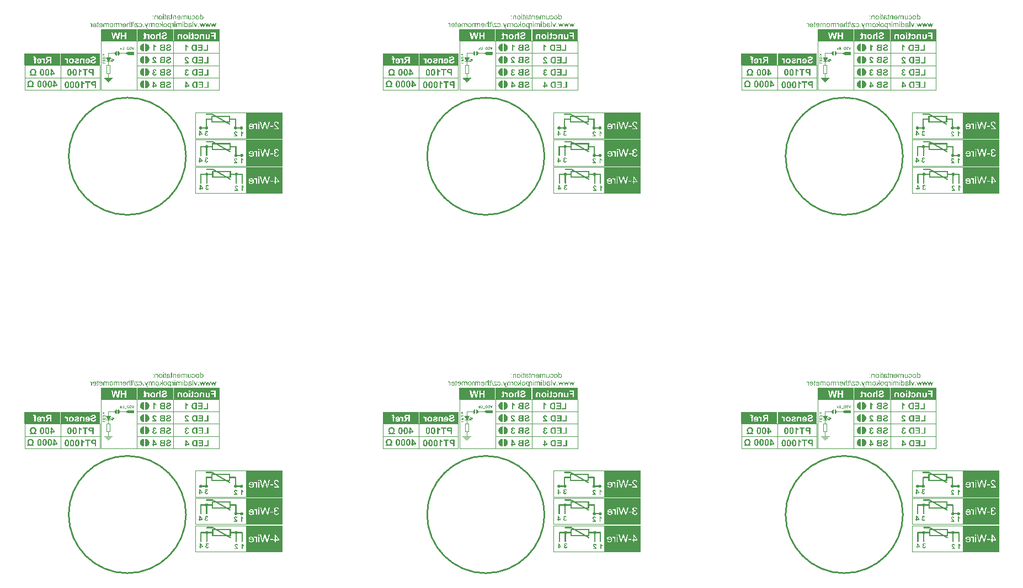
<source format=gbo>
G04*
G04 #@! TF.GenerationSoftware,Altium Limited,Altium Designer,22.3.1 (43)*
G04*
G04 Layer_Color=32896*
%FSLAX25Y25*%
%MOIN*%
G70*
G04*
G04 #@! TF.SameCoordinates,BE9F1A3D-2FD5-4231-B36C-A3B311DF6078*
G04*
G04*
G04 #@! TF.FilePolarity,Positive*
G04*
G01*
G75*
%ADD51C,0.00394*%
%ADD89C,0.01000*%
G36*
X592783Y439776D02*
X592383D01*
Y440237D01*
X592783D01*
Y439776D01*
D02*
G37*
G36*
X376248D02*
X375847D01*
Y440237D01*
X376248D01*
Y439776D01*
D02*
G37*
G36*
X159712D02*
X159312D01*
Y440237D01*
X159712D01*
Y439776D01*
D02*
G37*
G36*
X605776Y439380D02*
X605857Y439367D01*
X605925Y439350D01*
X605989Y439333D01*
X606040Y439312D01*
X606078Y439295D01*
X606104Y439282D01*
X606108Y439278D01*
X606113D01*
X606177Y439235D01*
X606236Y439189D01*
X606287Y439142D01*
X606330Y439099D01*
X606364Y439056D01*
X606390Y439027D01*
X606406Y439005D01*
X606411Y438997D01*
Y439333D01*
X606769D01*
Y436961D01*
X606368D01*
Y438188D01*
X606364Y438303D01*
X606360Y438401D01*
X606347Y438486D01*
X606334Y438558D01*
X606326Y438609D01*
X606313Y438652D01*
X606309Y438673D01*
X606304Y438682D01*
X606274Y438741D01*
X606240Y438797D01*
X606206Y438843D01*
X606172Y438878D01*
X606142Y438907D01*
X606117Y438929D01*
X606096Y438941D01*
X606091Y438946D01*
X606036Y438976D01*
X605980Y438997D01*
X605929Y439014D01*
X605878Y439022D01*
X605836Y439031D01*
X605806Y439035D01*
X605776D01*
X605699Y439031D01*
X605631Y439014D01*
X605576Y438993D01*
X605533Y438967D01*
X605499Y438941D01*
X605474Y438920D01*
X605461Y438903D01*
X605456Y438899D01*
X605422Y438843D01*
X605401Y438780D01*
X605384Y438716D01*
X605371Y438648D01*
X605363Y438592D01*
X605359Y438541D01*
Y438524D01*
Y438511D01*
Y438503D01*
Y438498D01*
Y436961D01*
X604958D01*
Y438337D01*
Y438401D01*
X604950Y438464D01*
X604941Y438520D01*
X604932Y438571D01*
X604920Y438618D01*
X604907Y438665D01*
X604890Y438703D01*
X604873Y438737D01*
X604843Y438792D01*
X604817Y438835D01*
X604801Y438856D01*
X604792Y438865D01*
X604728Y438920D01*
X604656Y438963D01*
X604588Y438993D01*
X604519Y439014D01*
X604460Y439027D01*
X604413Y439031D01*
X604396Y439035D01*
X604370D01*
X604319Y439031D01*
X604277Y439027D01*
X604234Y439014D01*
X604200Y439001D01*
X604170Y438988D01*
X604149Y438980D01*
X604136Y438971D01*
X604132Y438967D01*
X604093Y438941D01*
X604064Y438912D01*
X604038Y438886D01*
X604021Y438856D01*
X604004Y438835D01*
X603995Y438814D01*
X603987Y438801D01*
Y438797D01*
X603974Y438750D01*
X603966Y438699D01*
X603957Y438639D01*
X603953Y438584D01*
X603948Y438532D01*
Y438490D01*
Y438473D01*
Y438460D01*
Y438456D01*
Y438452D01*
Y436961D01*
X603548D01*
Y438584D01*
Y438656D01*
X603557Y438729D01*
X603565Y438792D01*
X603578Y438852D01*
X603591Y438907D01*
X603608Y438954D01*
X603625Y439001D01*
X603642Y439040D01*
X603663Y439074D01*
X603680Y439103D01*
X603697Y439129D01*
X603710Y439150D01*
X603723Y439167D01*
X603731Y439180D01*
X603735Y439184D01*
X603740Y439189D01*
X603778Y439223D01*
X603816Y439253D01*
X603906Y439304D01*
X603995Y439338D01*
X604081Y439359D01*
X604162Y439376D01*
X604196Y439380D01*
X604225D01*
X604251Y439385D01*
X604285D01*
X604366Y439380D01*
X604447Y439367D01*
X604519Y439346D01*
X604592Y439321D01*
X604656Y439287D01*
X604715Y439253D01*
X604771Y439214D01*
X604822Y439176D01*
X604864Y439137D01*
X604903Y439099D01*
X604937Y439065D01*
X604967Y439031D01*
X604988Y439005D01*
X605005Y438984D01*
X605014Y438971D01*
X605018Y438967D01*
X605048Y439035D01*
X605086Y439099D01*
X605124Y439150D01*
X605167Y439193D01*
X605201Y439227D01*
X605231Y439253D01*
X605252Y439269D01*
X605261Y439274D01*
X605329Y439312D01*
X605397Y439338D01*
X605469Y439359D01*
X605538Y439372D01*
X605597Y439380D01*
X605648Y439385D01*
X605691D01*
X605776Y439380D01*
D02*
G37*
G36*
X389241D02*
X389321Y439367D01*
X389390Y439350D01*
X389454Y439333D01*
X389505Y439312D01*
X389543Y439295D01*
X389569Y439282D01*
X389573Y439278D01*
X389577D01*
X389641Y439235D01*
X389701Y439189D01*
X389752Y439142D01*
X389794Y439099D01*
X389828Y439056D01*
X389854Y439027D01*
X389871Y439005D01*
X389875Y438997D01*
Y439333D01*
X390233D01*
Y436961D01*
X389833D01*
Y438188D01*
X389828Y438303D01*
X389824Y438401D01*
X389811Y438486D01*
X389799Y438558D01*
X389790Y438609D01*
X389777Y438652D01*
X389773Y438673D01*
X389769Y438682D01*
X389739Y438741D01*
X389705Y438797D01*
X389671Y438843D01*
X389637Y438878D01*
X389607Y438907D01*
X389581Y438929D01*
X389560Y438941D01*
X389556Y438946D01*
X389500Y438976D01*
X389445Y438997D01*
X389394Y439014D01*
X389343Y439022D01*
X389300Y439031D01*
X389270Y439035D01*
X389241D01*
X389164Y439031D01*
X389096Y439014D01*
X389040Y438993D01*
X388998Y438967D01*
X388964Y438941D01*
X388938Y438920D01*
X388925Y438903D01*
X388921Y438899D01*
X388887Y438843D01*
X388866Y438780D01*
X388849Y438716D01*
X388836Y438648D01*
X388827Y438592D01*
X388823Y438541D01*
Y438524D01*
Y438511D01*
Y438503D01*
Y438498D01*
Y436961D01*
X388423D01*
Y438337D01*
Y438401D01*
X388414Y438464D01*
X388406Y438520D01*
X388397Y438571D01*
X388384Y438618D01*
X388371Y438665D01*
X388354Y438703D01*
X388337Y438737D01*
X388308Y438792D01*
X388282Y438835D01*
X388265Y438856D01*
X388257Y438865D01*
X388193Y438920D01*
X388120Y438963D01*
X388052Y438993D01*
X387984Y439014D01*
X387924Y439027D01*
X387877Y439031D01*
X387860Y439035D01*
X387835D01*
X387784Y439031D01*
X387741Y439027D01*
X387699Y439014D01*
X387664Y439001D01*
X387635Y438988D01*
X387613Y438980D01*
X387600Y438971D01*
X387596Y438967D01*
X387558Y438941D01*
X387528Y438912D01*
X387503Y438886D01*
X387486Y438856D01*
X387468Y438835D01*
X387460Y438814D01*
X387451Y438801D01*
Y438797D01*
X387439Y438750D01*
X387430Y438699D01*
X387422Y438639D01*
X387417Y438584D01*
X387413Y438532D01*
Y438490D01*
Y438473D01*
Y438460D01*
Y438456D01*
Y438452D01*
Y436961D01*
X387013D01*
Y438584D01*
Y438656D01*
X387021Y438729D01*
X387030Y438792D01*
X387042Y438852D01*
X387055Y438907D01*
X387072Y438954D01*
X387089Y439001D01*
X387106Y439040D01*
X387128Y439074D01*
X387145Y439103D01*
X387162Y439129D01*
X387175Y439150D01*
X387187Y439167D01*
X387196Y439180D01*
X387200Y439184D01*
X387204Y439189D01*
X387243Y439223D01*
X387281Y439253D01*
X387370Y439304D01*
X387460Y439338D01*
X387545Y439359D01*
X387626Y439376D01*
X387660Y439380D01*
X387690D01*
X387716Y439385D01*
X387750D01*
X387830Y439380D01*
X387912Y439367D01*
X387984Y439346D01*
X388056Y439321D01*
X388120Y439287D01*
X388180Y439253D01*
X388235Y439214D01*
X388286Y439176D01*
X388329Y439137D01*
X388367Y439099D01*
X388401Y439065D01*
X388431Y439031D01*
X388453Y439005D01*
X388470Y438984D01*
X388478Y438971D01*
X388482Y438967D01*
X388512Y439035D01*
X388550Y439099D01*
X388589Y439150D01*
X388631Y439193D01*
X388666Y439227D01*
X388695Y439253D01*
X388717Y439269D01*
X388725Y439274D01*
X388793Y439312D01*
X388861Y439338D01*
X388934Y439359D01*
X389002Y439372D01*
X389062Y439380D01*
X389113Y439385D01*
X389155D01*
X389241Y439380D01*
D02*
G37*
G36*
X172705D02*
X172786Y439367D01*
X172854Y439350D01*
X172918Y439333D01*
X172969Y439312D01*
X173008Y439295D01*
X173033Y439282D01*
X173037Y439278D01*
X173042D01*
X173106Y439235D01*
X173165Y439189D01*
X173216Y439142D01*
X173259Y439099D01*
X173293Y439056D01*
X173319Y439027D01*
X173336Y439005D01*
X173340Y438997D01*
Y439333D01*
X173698D01*
Y436961D01*
X173297D01*
Y438188D01*
X173293Y438303D01*
X173289Y438401D01*
X173276Y438486D01*
X173263Y438558D01*
X173255Y438609D01*
X173242Y438652D01*
X173238Y438673D01*
X173233Y438682D01*
X173204Y438741D01*
X173170Y438797D01*
X173135Y438843D01*
X173101Y438878D01*
X173072Y438907D01*
X173046Y438929D01*
X173025Y438941D01*
X173020Y438946D01*
X172965Y438976D01*
X172910Y438997D01*
X172859Y439014D01*
X172807Y439022D01*
X172765Y439031D01*
X172735Y439035D01*
X172705D01*
X172628Y439031D01*
X172560Y439014D01*
X172505Y438993D01*
X172462Y438967D01*
X172428Y438941D01*
X172403Y438920D01*
X172390Y438903D01*
X172386Y438899D01*
X172352Y438843D01*
X172330Y438780D01*
X172313Y438716D01*
X172301Y438648D01*
X172292Y438592D01*
X172288Y438541D01*
Y438524D01*
Y438511D01*
Y438503D01*
Y438498D01*
Y436961D01*
X171887D01*
Y438337D01*
Y438401D01*
X171879Y438464D01*
X171870Y438520D01*
X171862Y438571D01*
X171849Y438618D01*
X171836Y438665D01*
X171819Y438703D01*
X171802Y438737D01*
X171772Y438792D01*
X171747Y438835D01*
X171730Y438856D01*
X171721Y438865D01*
X171657Y438920D01*
X171585Y438963D01*
X171517Y438993D01*
X171449Y439014D01*
X171389Y439027D01*
X171342Y439031D01*
X171325Y439035D01*
X171299D01*
X171248Y439031D01*
X171206Y439027D01*
X171163Y439014D01*
X171129Y439001D01*
X171099Y438988D01*
X171078Y438980D01*
X171065Y438971D01*
X171061Y438967D01*
X171022Y438941D01*
X170993Y438912D01*
X170967Y438886D01*
X170950Y438856D01*
X170933Y438835D01*
X170924Y438814D01*
X170916Y438801D01*
Y438797D01*
X170903Y438750D01*
X170895Y438699D01*
X170886Y438639D01*
X170882Y438584D01*
X170878Y438532D01*
Y438490D01*
Y438473D01*
Y438460D01*
Y438456D01*
Y438452D01*
Y436961D01*
X170477D01*
Y438584D01*
Y438656D01*
X170486Y438729D01*
X170494Y438792D01*
X170507Y438852D01*
X170520Y438907D01*
X170537Y438954D01*
X170554Y439001D01*
X170571Y439040D01*
X170592Y439074D01*
X170609Y439103D01*
X170626Y439129D01*
X170639Y439150D01*
X170652Y439167D01*
X170660Y439180D01*
X170665Y439184D01*
X170669Y439189D01*
X170707Y439223D01*
X170746Y439253D01*
X170835Y439304D01*
X170924Y439338D01*
X171010Y439359D01*
X171091Y439376D01*
X171125Y439380D01*
X171154D01*
X171180Y439385D01*
X171214D01*
X171295Y439380D01*
X171376Y439367D01*
X171449Y439346D01*
X171521Y439321D01*
X171585Y439287D01*
X171644Y439253D01*
X171700Y439214D01*
X171751Y439176D01*
X171793Y439137D01*
X171832Y439099D01*
X171866Y439065D01*
X171896Y439031D01*
X171917Y439005D01*
X171934Y438984D01*
X171943Y438971D01*
X171947Y438967D01*
X171977Y439035D01*
X172015Y439099D01*
X172053Y439150D01*
X172096Y439193D01*
X172130Y439227D01*
X172160Y439253D01*
X172181Y439269D01*
X172190Y439274D01*
X172258Y439312D01*
X172326Y439338D01*
X172398Y439359D01*
X172467Y439372D01*
X172526Y439380D01*
X172577Y439385D01*
X172620D01*
X172705Y439380D01*
D02*
G37*
G36*
X586568Y438873D02*
X586108D01*
Y439333D01*
X586568D01*
Y438873D01*
D02*
G37*
G36*
X370032D02*
X369572D01*
Y439333D01*
X370032D01*
Y438873D01*
D02*
G37*
G36*
X153497D02*
X153037D01*
Y439333D01*
X153497D01*
Y438873D01*
D02*
G37*
G36*
X595705Y439380D02*
X595808Y439372D01*
X595901Y439359D01*
X595978Y439342D01*
X596046Y439325D01*
X596072Y439321D01*
X596093Y439312D01*
X596110Y439308D01*
X596123Y439304D01*
X596131Y439299D01*
X596136D01*
X596217Y439265D01*
X596289Y439227D01*
X596349Y439189D01*
X596400Y439150D01*
X596438Y439112D01*
X596468Y439086D01*
X596485Y439069D01*
X596489Y439061D01*
X596532Y439001D01*
X596570Y438933D01*
X596600Y438865D01*
X596621Y438801D01*
X596643Y438745D01*
X596655Y438699D01*
X596660Y438682D01*
Y438669D01*
X596664Y438660D01*
Y438656D01*
X596272Y438601D01*
X596246Y438686D01*
X596212Y438763D01*
X596182Y438822D01*
X596148Y438869D01*
X596123Y438907D01*
X596097Y438933D01*
X596080Y438946D01*
X596076Y438950D01*
X596021Y438984D01*
X595953Y439010D01*
X595884Y439027D01*
X595812Y439040D01*
X595752Y439048D01*
X595701Y439052D01*
X595654D01*
X595548Y439048D01*
X595454Y439031D01*
X595377Y439010D01*
X595309Y438984D01*
X595258Y438959D01*
X595224Y438937D01*
X595203Y438920D01*
X595194Y438916D01*
X595156Y438873D01*
X595126Y438818D01*
X595109Y438763D01*
X595092Y438703D01*
X595083Y438652D01*
X595079Y438605D01*
Y438592D01*
Y438579D01*
Y438571D01*
Y438567D01*
Y438558D01*
Y438541D01*
Y438507D01*
X595083Y438490D01*
Y438477D01*
Y438469D01*
Y438464D01*
X595130Y438452D01*
X595181Y438435D01*
X595292Y438409D01*
X595411Y438383D01*
X595527Y438362D01*
X595582Y438354D01*
X595633Y438345D01*
X595680Y438341D01*
X595718Y438337D01*
X595752Y438328D01*
X595778D01*
X595795Y438324D01*
X595799D01*
X595884Y438311D01*
X595957Y438303D01*
X596016Y438294D01*
X596067Y438281D01*
X596106Y438277D01*
X596136Y438268D01*
X596153Y438264D01*
X596157D01*
X596217Y438247D01*
X596272Y438226D01*
X596319Y438204D01*
X596361Y438183D01*
X596395Y438162D01*
X596425Y438145D01*
X596442Y438136D01*
X596447Y438132D01*
X596493Y438098D01*
X596532Y438060D01*
X596570Y438021D01*
X596600Y437987D01*
X596621Y437953D01*
X596643Y437928D01*
X596651Y437911D01*
X596655Y437902D01*
X596681Y437847D01*
X596698Y437791D01*
X596715Y437736D01*
X596724Y437689D01*
X596728Y437646D01*
X596732Y437612D01*
Y437591D01*
Y437582D01*
X596728Y437527D01*
X596724Y437476D01*
X596698Y437382D01*
X596664Y437301D01*
X596626Y437229D01*
X596587Y437174D01*
X596557Y437131D01*
X596532Y437105D01*
X596528Y437101D01*
X596523Y437097D01*
X596481Y437063D01*
X596438Y437037D01*
X596340Y436990D01*
X596242Y436956D01*
X596144Y436935D01*
X596059Y436918D01*
X596021Y436914D01*
X595987D01*
X595961Y436909D01*
X595923D01*
X595837Y436914D01*
X595756Y436922D01*
X595680Y436935D01*
X595616Y436948D01*
X595561Y436961D01*
X595518Y436973D01*
X595505Y436978D01*
X595492Y436982D01*
X595488Y436986D01*
X595484D01*
X595407Y437020D01*
X595326Y437063D01*
X595254Y437110D01*
X595190Y437152D01*
X595130Y437195D01*
X595088Y437229D01*
X595071Y437242D01*
X595058Y437250D01*
X595054Y437259D01*
X595049D01*
X595041Y437195D01*
X595028Y437140D01*
X595019Y437088D01*
X595003Y437046D01*
X594994Y437007D01*
X594981Y436982D01*
X594977Y436965D01*
X594973Y436961D01*
X594551D01*
X594577Y437012D01*
X594598Y437063D01*
X594615Y437110D01*
X594632Y437156D01*
X594640Y437191D01*
X594649Y437220D01*
X594653Y437238D01*
Y437246D01*
X594657Y437280D01*
X594662Y437318D01*
Y437365D01*
X594666Y437421D01*
X594670Y437536D01*
Y437655D01*
X594674Y437715D01*
Y437770D01*
Y437821D01*
Y437864D01*
Y437902D01*
Y437928D01*
Y437949D01*
Y437953D01*
Y438490D01*
Y438584D01*
X594679Y438660D01*
X594683Y438724D01*
Y438775D01*
X594687Y438814D01*
X594692Y438839D01*
X594696Y438856D01*
Y438861D01*
X594713Y438920D01*
X594730Y438971D01*
X594751Y439018D01*
X594772Y439056D01*
X594794Y439086D01*
X594811Y439112D01*
X594819Y439125D01*
X594824Y439129D01*
X594862Y439167D01*
X594905Y439206D01*
X594951Y439235D01*
X594998Y439261D01*
X595041Y439282D01*
X595075Y439299D01*
X595096Y439308D01*
X595100Y439312D01*
X595105D01*
X595181Y439338D01*
X595258Y439355D01*
X595343Y439367D01*
X595420Y439376D01*
X595488Y439380D01*
X595518Y439385D01*
X595595D01*
X595705Y439380D01*
D02*
G37*
G36*
X379170D02*
X379272Y439372D01*
X379366Y439359D01*
X379443Y439342D01*
X379511Y439325D01*
X379536Y439321D01*
X379558Y439312D01*
X379575Y439308D01*
X379587Y439304D01*
X379596Y439299D01*
X379600D01*
X379681Y439265D01*
X379754Y439227D01*
X379813Y439189D01*
X379864Y439150D01*
X379903Y439112D01*
X379932Y439086D01*
X379949Y439069D01*
X379954Y439061D01*
X379996Y439001D01*
X380035Y438933D01*
X380065Y438865D01*
X380086Y438801D01*
X380107Y438745D01*
X380120Y438699D01*
X380124Y438682D01*
Y438669D01*
X380129Y438660D01*
Y438656D01*
X379736Y438601D01*
X379711Y438686D01*
X379677Y438763D01*
X379647Y438822D01*
X379613Y438869D01*
X379587Y438907D01*
X379562Y438933D01*
X379545Y438946D01*
X379541Y438950D01*
X379485Y438984D01*
X379417Y439010D01*
X379349Y439027D01*
X379276Y439040D01*
X379217Y439048D01*
X379166Y439052D01*
X379119D01*
X379012Y439048D01*
X378919Y439031D01*
X378842Y439010D01*
X378774Y438984D01*
X378723Y438959D01*
X378689Y438937D01*
X378667Y438920D01*
X378659Y438916D01*
X378620Y438873D01*
X378591Y438818D01*
X378573Y438763D01*
X378556Y438703D01*
X378548Y438652D01*
X378544Y438605D01*
Y438592D01*
Y438579D01*
Y438571D01*
Y438567D01*
Y438558D01*
Y438541D01*
Y438507D01*
X378548Y438490D01*
Y438477D01*
Y438469D01*
Y438464D01*
X378595Y438452D01*
X378646Y438435D01*
X378757Y438409D01*
X378876Y438383D01*
X378991Y438362D01*
X379046Y438354D01*
X379098Y438345D01*
X379144Y438341D01*
X379183Y438337D01*
X379217Y438328D01*
X379242D01*
X379259Y438324D01*
X379264D01*
X379349Y438311D01*
X379421Y438303D01*
X379481Y438294D01*
X379532Y438281D01*
X379570Y438277D01*
X379600Y438268D01*
X379617Y438264D01*
X379622D01*
X379681Y438247D01*
X379736Y438226D01*
X379783Y438204D01*
X379826Y438183D01*
X379860Y438162D01*
X379890Y438145D01*
X379907Y438136D01*
X379911Y438132D01*
X379958Y438098D01*
X379996Y438060D01*
X380035Y438021D01*
X380065Y437987D01*
X380086Y437953D01*
X380107Y437928D01*
X380116Y437911D01*
X380120Y437902D01*
X380146Y437847D01*
X380163Y437791D01*
X380180Y437736D01*
X380188Y437689D01*
X380192Y437646D01*
X380197Y437612D01*
Y437591D01*
Y437582D01*
X380192Y437527D01*
X380188Y437476D01*
X380163Y437382D01*
X380129Y437301D01*
X380090Y437229D01*
X380052Y437174D01*
X380022Y437131D01*
X379996Y437105D01*
X379992Y437101D01*
X379988Y437097D01*
X379945Y437063D01*
X379903Y437037D01*
X379805Y436990D01*
X379707Y436956D01*
X379609Y436935D01*
X379523Y436918D01*
X379485Y436914D01*
X379451D01*
X379426Y436909D01*
X379387D01*
X379302Y436914D01*
X379221Y436922D01*
X379144Y436935D01*
X379081Y436948D01*
X379025Y436961D01*
X378982Y436973D01*
X378970Y436978D01*
X378957Y436982D01*
X378953Y436986D01*
X378948D01*
X378872Y437020D01*
X378791Y437063D01*
X378718Y437110D01*
X378655Y437152D01*
X378595Y437195D01*
X378552Y437229D01*
X378535Y437242D01*
X378522Y437250D01*
X378518Y437259D01*
X378514D01*
X378505Y437195D01*
X378493Y437140D01*
X378484Y437088D01*
X378467Y437046D01*
X378458Y437007D01*
X378446Y436982D01*
X378442Y436965D01*
X378437Y436961D01*
X378015D01*
X378041Y437012D01*
X378062Y437063D01*
X378079Y437110D01*
X378096Y437156D01*
X378105Y437191D01*
X378114Y437220D01*
X378118Y437238D01*
Y437246D01*
X378122Y437280D01*
X378126Y437318D01*
Y437365D01*
X378131Y437421D01*
X378135Y437536D01*
Y437655D01*
X378139Y437715D01*
Y437770D01*
Y437821D01*
Y437864D01*
Y437902D01*
Y437928D01*
Y437949D01*
Y437953D01*
Y438490D01*
Y438584D01*
X378143Y438660D01*
X378148Y438724D01*
Y438775D01*
X378152Y438814D01*
X378156Y438839D01*
X378160Y438856D01*
Y438861D01*
X378177Y438920D01*
X378194Y438971D01*
X378216Y439018D01*
X378237Y439056D01*
X378258Y439086D01*
X378275Y439112D01*
X378284Y439125D01*
X378288Y439129D01*
X378327Y439167D01*
X378369Y439206D01*
X378416Y439235D01*
X378463Y439261D01*
X378505Y439282D01*
X378539Y439299D01*
X378561Y439308D01*
X378565Y439312D01*
X378569D01*
X378646Y439338D01*
X378723Y439355D01*
X378808Y439367D01*
X378885Y439376D01*
X378953Y439380D01*
X378982Y439385D01*
X379059D01*
X379170Y439380D01*
D02*
G37*
G36*
X162635D02*
X162737Y439372D01*
X162830Y439359D01*
X162907Y439342D01*
X162975Y439325D01*
X163001Y439321D01*
X163022Y439312D01*
X163039Y439308D01*
X163052Y439304D01*
X163060Y439299D01*
X163065D01*
X163146Y439265D01*
X163218Y439227D01*
X163278Y439189D01*
X163329Y439150D01*
X163367Y439112D01*
X163397Y439086D01*
X163414Y439069D01*
X163418Y439061D01*
X163461Y439001D01*
X163499Y438933D01*
X163529Y438865D01*
X163550Y438801D01*
X163572Y438745D01*
X163584Y438699D01*
X163589Y438682D01*
Y438669D01*
X163593Y438660D01*
Y438656D01*
X163201Y438601D01*
X163175Y438686D01*
X163142Y438763D01*
X163112Y438822D01*
X163077Y438869D01*
X163052Y438907D01*
X163026Y438933D01*
X163009Y438946D01*
X163005Y438950D01*
X162950Y438984D01*
X162882Y439010D01*
X162813Y439027D01*
X162741Y439040D01*
X162681Y439048D01*
X162630Y439052D01*
X162583D01*
X162477Y439048D01*
X162383Y439031D01*
X162306Y439010D01*
X162238Y438984D01*
X162187Y438959D01*
X162153Y438937D01*
X162132Y438920D01*
X162123Y438916D01*
X162085Y438873D01*
X162055Y438818D01*
X162038Y438763D01*
X162021Y438703D01*
X162013Y438652D01*
X162008Y438605D01*
Y438592D01*
Y438579D01*
Y438571D01*
Y438567D01*
Y438558D01*
Y438541D01*
Y438507D01*
X162013Y438490D01*
Y438477D01*
Y438469D01*
Y438464D01*
X162059Y438452D01*
X162110Y438435D01*
X162221Y438409D01*
X162341Y438383D01*
X162456Y438362D01*
X162511Y438354D01*
X162562Y438345D01*
X162609Y438341D01*
X162647Y438337D01*
X162681Y438328D01*
X162707D01*
X162724Y438324D01*
X162728D01*
X162813Y438311D01*
X162886Y438303D01*
X162945Y438294D01*
X162997Y438281D01*
X163035Y438277D01*
X163065Y438268D01*
X163082Y438264D01*
X163086D01*
X163146Y438247D01*
X163201Y438226D01*
X163248Y438204D01*
X163291Y438183D01*
X163325Y438162D01*
X163354Y438145D01*
X163372Y438136D01*
X163376Y438132D01*
X163423Y438098D01*
X163461Y438060D01*
X163499Y438021D01*
X163529Y437987D01*
X163550Y437953D01*
X163572Y437928D01*
X163580Y437911D01*
X163584Y437902D01*
X163610Y437847D01*
X163627Y437791D01*
X163644Y437736D01*
X163653Y437689D01*
X163657Y437646D01*
X163661Y437612D01*
Y437591D01*
Y437582D01*
X163657Y437527D01*
X163653Y437476D01*
X163627Y437382D01*
X163593Y437301D01*
X163555Y437229D01*
X163516Y437174D01*
X163487Y437131D01*
X163461Y437105D01*
X163457Y437101D01*
X163452Y437097D01*
X163410Y437063D01*
X163367Y437037D01*
X163269Y436990D01*
X163171Y436956D01*
X163073Y436935D01*
X162988Y436918D01*
X162950Y436914D01*
X162916D01*
X162890Y436909D01*
X162852D01*
X162767Y436914D01*
X162686Y436922D01*
X162609Y436935D01*
X162545Y436948D01*
X162490Y436961D01*
X162447Y436973D01*
X162434Y436978D01*
X162422Y436982D01*
X162417Y436986D01*
X162413D01*
X162336Y437020D01*
X162255Y437063D01*
X162183Y437110D01*
X162119Y437152D01*
X162059Y437195D01*
X162017Y437229D01*
X162000Y437242D01*
X161987Y437250D01*
X161983Y437259D01*
X161978D01*
X161970Y437195D01*
X161957Y437140D01*
X161949Y437088D01*
X161932Y437046D01*
X161923Y437007D01*
X161910Y436982D01*
X161906Y436965D01*
X161902Y436961D01*
X161480D01*
X161506Y437012D01*
X161527Y437063D01*
X161544Y437110D01*
X161561Y437156D01*
X161569Y437191D01*
X161578Y437220D01*
X161582Y437238D01*
Y437246D01*
X161587Y437280D01*
X161591Y437318D01*
Y437365D01*
X161595Y437421D01*
X161599Y437536D01*
Y437655D01*
X161604Y437715D01*
Y437770D01*
Y437821D01*
Y437864D01*
Y437902D01*
Y437928D01*
Y437949D01*
Y437953D01*
Y438490D01*
Y438584D01*
X161608Y438660D01*
X161612Y438724D01*
Y438775D01*
X161616Y438814D01*
X161621Y438839D01*
X161625Y438856D01*
Y438861D01*
X161642Y438920D01*
X161659Y438971D01*
X161680Y439018D01*
X161702Y439056D01*
X161723Y439086D01*
X161740Y439112D01*
X161748Y439125D01*
X161753Y439129D01*
X161791Y439167D01*
X161834Y439206D01*
X161881Y439235D01*
X161927Y439261D01*
X161970Y439282D01*
X162004Y439299D01*
X162025Y439308D01*
X162030Y439312D01*
X162034D01*
X162110Y439338D01*
X162187Y439355D01*
X162272Y439367D01*
X162349Y439376D01*
X162417Y439380D01*
X162447Y439385D01*
X162524D01*
X162635Y439380D01*
D02*
G37*
G36*
X597797Y439917D02*
Y439333D01*
X598095D01*
Y439022D01*
X597797D01*
Y437655D01*
Y437591D01*
X597793Y437531D01*
Y437476D01*
X597788Y437429D01*
X597784Y437382D01*
X597780Y437344D01*
X597776Y437310D01*
X597772Y437280D01*
X597763Y437233D01*
X597759Y437203D01*
X597750Y437182D01*
Y437178D01*
X597729Y437140D01*
X597703Y437105D01*
X597674Y437071D01*
X597644Y437046D01*
X597618Y437024D01*
X597601Y437012D01*
X597584Y437003D01*
X597580Y436999D01*
X597533Y436978D01*
X597477Y436961D01*
X597422Y436948D01*
X597367Y436939D01*
X597320Y436935D01*
X597277Y436931D01*
X597243D01*
X597137Y436935D01*
X597086Y436943D01*
X597039Y436948D01*
X596996Y436956D01*
X596966Y436961D01*
X596945Y436965D01*
X596937D01*
X596992Y437318D01*
X597030Y437314D01*
X597064Y437310D01*
X597098D01*
X597124Y437306D01*
X597171D01*
X597230Y437310D01*
X597273Y437318D01*
X597290Y437323D01*
X597303Y437327D01*
X597307Y437331D01*
X597311D01*
X597341Y437357D01*
X597363Y437382D01*
X597375Y437399D01*
X597380Y437408D01*
X597384Y437433D01*
X597388Y437463D01*
X597392Y437502D01*
Y437540D01*
X597397Y437574D01*
Y437604D01*
Y437625D01*
Y437634D01*
Y439022D01*
X596992D01*
Y439333D01*
X597397D01*
Y440160D01*
X597797Y439917D01*
D02*
G37*
G36*
X593984D02*
Y439333D01*
X594282D01*
Y439022D01*
X593984D01*
Y437655D01*
Y437591D01*
X593980Y437531D01*
Y437476D01*
X593976Y437429D01*
X593972Y437382D01*
X593967Y437344D01*
X593963Y437310D01*
X593959Y437280D01*
X593950Y437233D01*
X593946Y437203D01*
X593937Y437182D01*
Y437178D01*
X593916Y437140D01*
X593891Y437105D01*
X593861Y437071D01*
X593831Y437046D01*
X593805Y437024D01*
X593788Y437012D01*
X593771Y437003D01*
X593767Y436999D01*
X593720Y436978D01*
X593665Y436961D01*
X593610Y436948D01*
X593554Y436939D01*
X593507Y436935D01*
X593465Y436931D01*
X593431D01*
X593324Y436935D01*
X593273Y436943D01*
X593226Y436948D01*
X593184Y436956D01*
X593154Y436961D01*
X593132Y436965D01*
X593124D01*
X593179Y437318D01*
X593218Y437314D01*
X593252Y437310D01*
X593286D01*
X593311Y437306D01*
X593358D01*
X593418Y437310D01*
X593460Y437318D01*
X593477Y437323D01*
X593490Y437327D01*
X593494Y437331D01*
X593499D01*
X593529Y437357D01*
X593550Y437382D01*
X593563Y437399D01*
X593567Y437408D01*
X593571Y437433D01*
X593575Y437463D01*
X593580Y437502D01*
Y437540D01*
X593584Y437574D01*
Y437604D01*
Y437625D01*
Y437634D01*
Y439022D01*
X593179D01*
Y439333D01*
X593584D01*
Y440160D01*
X593984Y439917D01*
D02*
G37*
G36*
X381262D02*
Y439333D01*
X381560D01*
Y439022D01*
X381262D01*
Y437655D01*
Y437591D01*
X381257Y437531D01*
Y437476D01*
X381253Y437429D01*
X381249Y437382D01*
X381245Y437344D01*
X381240Y437310D01*
X381236Y437280D01*
X381227Y437233D01*
X381223Y437203D01*
X381215Y437182D01*
Y437178D01*
X381193Y437140D01*
X381168Y437105D01*
X381138Y437071D01*
X381108Y437046D01*
X381083Y437024D01*
X381066Y437012D01*
X381049Y437003D01*
X381044Y436999D01*
X380997Y436978D01*
X380942Y436961D01*
X380887Y436948D01*
X380831Y436939D01*
X380785Y436935D01*
X380742Y436931D01*
X380708D01*
X380601Y436935D01*
X380550Y436943D01*
X380503Y436948D01*
X380461Y436956D01*
X380431Y436961D01*
X380410Y436965D01*
X380401D01*
X380456Y437318D01*
X380495Y437314D01*
X380529Y437310D01*
X380563D01*
X380589Y437306D01*
X380635D01*
X380695Y437310D01*
X380738Y437318D01*
X380755Y437323D01*
X380767Y437327D01*
X380772Y437331D01*
X380776D01*
X380806Y437357D01*
X380827Y437382D01*
X380840Y437399D01*
X380844Y437408D01*
X380848Y437433D01*
X380853Y437463D01*
X380857Y437502D01*
Y437540D01*
X380861Y437574D01*
Y437604D01*
Y437625D01*
Y437634D01*
Y439022D01*
X380456D01*
Y439333D01*
X380861D01*
Y440160D01*
X381262Y439917D01*
D02*
G37*
G36*
X377449D02*
Y439333D01*
X377747D01*
Y439022D01*
X377449D01*
Y437655D01*
Y437591D01*
X377445Y437531D01*
Y437476D01*
X377440Y437429D01*
X377436Y437382D01*
X377432Y437344D01*
X377428Y437310D01*
X377423Y437280D01*
X377415Y437233D01*
X377411Y437203D01*
X377402Y437182D01*
Y437178D01*
X377381Y437140D01*
X377355Y437105D01*
X377325Y437071D01*
X377296Y437046D01*
X377270Y437024D01*
X377253Y437012D01*
X377236Y437003D01*
X377232Y436999D01*
X377185Y436978D01*
X377129Y436961D01*
X377074Y436948D01*
X377019Y436939D01*
X376972Y436935D01*
X376929Y436931D01*
X376895D01*
X376789Y436935D01*
X376737Y436943D01*
X376691Y436948D01*
X376648Y436956D01*
X376618Y436961D01*
X376597Y436965D01*
X376588D01*
X376644Y437318D01*
X376682Y437314D01*
X376716Y437310D01*
X376750D01*
X376776Y437306D01*
X376823D01*
X376882Y437310D01*
X376925Y437318D01*
X376942Y437323D01*
X376955Y437327D01*
X376959Y437331D01*
X376963D01*
X376993Y437357D01*
X377014Y437382D01*
X377027Y437399D01*
X377031Y437408D01*
X377036Y437433D01*
X377040Y437463D01*
X377044Y437502D01*
Y437540D01*
X377048Y437574D01*
Y437604D01*
Y437625D01*
Y437634D01*
Y439022D01*
X376644D01*
Y439333D01*
X377048D01*
Y440160D01*
X377449Y439917D01*
D02*
G37*
G36*
X164726D02*
Y439333D01*
X165024D01*
Y439022D01*
X164726D01*
Y437655D01*
Y437591D01*
X164722Y437531D01*
Y437476D01*
X164718Y437429D01*
X164713Y437382D01*
X164709Y437344D01*
X164705Y437310D01*
X164701Y437280D01*
X164692Y437233D01*
X164688Y437203D01*
X164679Y437182D01*
Y437178D01*
X164658Y437140D01*
X164632Y437105D01*
X164603Y437071D01*
X164573Y437046D01*
X164547Y437024D01*
X164530Y437012D01*
X164513Y437003D01*
X164509Y436999D01*
X164462Y436978D01*
X164407Y436961D01*
X164351Y436948D01*
X164296Y436939D01*
X164249Y436935D01*
X164206Y436931D01*
X164172D01*
X164066Y436935D01*
X164015Y436943D01*
X163968Y436948D01*
X163925Y436956D01*
X163895Y436961D01*
X163874Y436965D01*
X163866D01*
X163921Y437318D01*
X163959Y437314D01*
X163994Y437310D01*
X164028D01*
X164053Y437306D01*
X164100D01*
X164160Y437310D01*
X164202Y437318D01*
X164219Y437323D01*
X164232Y437327D01*
X164236Y437331D01*
X164241D01*
X164270Y437357D01*
X164292Y437382D01*
X164304Y437399D01*
X164309Y437408D01*
X164313Y437433D01*
X164317Y437463D01*
X164321Y437502D01*
Y437540D01*
X164326Y437574D01*
Y437604D01*
Y437625D01*
Y437634D01*
Y439022D01*
X163921D01*
Y439333D01*
X164326D01*
Y440160D01*
X164726Y439917D01*
D02*
G37*
G36*
X160914D02*
Y439333D01*
X161212D01*
Y439022D01*
X160914D01*
Y437655D01*
Y437591D01*
X160909Y437531D01*
Y437476D01*
X160905Y437429D01*
X160901Y437382D01*
X160896Y437344D01*
X160892Y437310D01*
X160888Y437280D01*
X160879Y437233D01*
X160875Y437203D01*
X160867Y437182D01*
Y437178D01*
X160845Y437140D01*
X160820Y437105D01*
X160790Y437071D01*
X160760Y437046D01*
X160734Y437024D01*
X160717Y437012D01*
X160701Y437003D01*
X160696Y436999D01*
X160649Y436978D01*
X160594Y436961D01*
X160539Y436948D01*
X160483Y436939D01*
X160436Y436935D01*
X160394Y436931D01*
X160360D01*
X160253Y436935D01*
X160202Y436943D01*
X160155Y436948D01*
X160113Y436956D01*
X160083Y436961D01*
X160062Y436965D01*
X160053D01*
X160108Y437318D01*
X160147Y437314D01*
X160181Y437310D01*
X160215D01*
X160240Y437306D01*
X160287D01*
X160347Y437310D01*
X160389Y437318D01*
X160406Y437323D01*
X160419Y437327D01*
X160424Y437331D01*
X160428D01*
X160458Y437357D01*
X160479Y437382D01*
X160492Y437399D01*
X160496Y437408D01*
X160500Y437433D01*
X160504Y437463D01*
X160509Y437502D01*
Y437540D01*
X160513Y437574D01*
Y437604D01*
Y437625D01*
Y437634D01*
Y439022D01*
X160108D01*
Y439333D01*
X160513D01*
Y440160D01*
X160914Y439917D01*
D02*
G37*
G36*
X609316Y437864D02*
Y437774D01*
X609312Y437698D01*
X609308Y437634D01*
X609303Y437582D01*
Y437540D01*
X609299Y437510D01*
X609295Y437493D01*
Y437489D01*
X609278Y437425D01*
X609261Y437365D01*
X609239Y437314D01*
X609218Y437272D01*
X609201Y437233D01*
X609184Y437208D01*
X609175Y437191D01*
X609171Y437186D01*
X609133Y437144D01*
X609090Y437105D01*
X609044Y437071D01*
X609001Y437042D01*
X608962Y437020D01*
X608928Y436999D01*
X608907Y436990D01*
X608899Y436986D01*
X608830Y436961D01*
X608758Y436943D01*
X608694Y436927D01*
X608635Y436918D01*
X608583Y436914D01*
X608541Y436909D01*
X608507D01*
X608422Y436914D01*
X608336Y436927D01*
X608260Y436948D01*
X608187Y436973D01*
X608123Y437003D01*
X608059Y437037D01*
X608004Y437071D01*
X607953Y437110D01*
X607906Y437148D01*
X607868Y437182D01*
X607834Y437216D01*
X607804Y437246D01*
X607783Y437272D01*
X607765Y437293D01*
X607757Y437306D01*
X607753Y437310D01*
Y436961D01*
X607395D01*
Y439333D01*
X607795D01*
Y438060D01*
X607799Y437953D01*
X607804Y437859D01*
X607817Y437779D01*
X607829Y437715D01*
X607842Y437664D01*
X607851Y437625D01*
X607859Y437604D01*
X607863Y437595D01*
X607893Y437540D01*
X607927Y437489D01*
X607961Y437446D01*
X608000Y437412D01*
X608034Y437382D01*
X608064Y437361D01*
X608081Y437348D01*
X608089Y437344D01*
X608149Y437314D01*
X608209Y437293D01*
X608268Y437276D01*
X608319Y437267D01*
X608362Y437259D01*
X608400Y437254D01*
X608430D01*
X608494Y437259D01*
X608554Y437267D01*
X608605Y437284D01*
X608647Y437301D01*
X608686Y437314D01*
X608711Y437331D01*
X608728Y437340D01*
X608733Y437344D01*
X608775Y437382D01*
X608809Y437421D01*
X608839Y437463D01*
X608860Y437502D01*
X608877Y437536D01*
X608886Y437566D01*
X608894Y437582D01*
Y437591D01*
X608899Y437612D01*
X608903Y437642D01*
X608907Y437706D01*
X608911Y437774D01*
Y437847D01*
X608916Y437911D01*
Y437940D01*
Y437966D01*
Y437987D01*
Y438004D01*
Y438013D01*
Y438017D01*
Y439333D01*
X609316D01*
Y437864D01*
D02*
G37*
G36*
X392781D02*
Y437774D01*
X392776Y437698D01*
X392772Y437634D01*
X392768Y437582D01*
Y437540D01*
X392764Y437510D01*
X392759Y437493D01*
Y437489D01*
X392742Y437425D01*
X392725Y437365D01*
X392704Y437314D01*
X392683Y437272D01*
X392666Y437233D01*
X392649Y437208D01*
X392640Y437191D01*
X392636Y437186D01*
X392598Y437144D01*
X392555Y437105D01*
X392508Y437071D01*
X392465Y437042D01*
X392427Y437020D01*
X392393Y436999D01*
X392372Y436990D01*
X392363Y436986D01*
X392295Y436961D01*
X392223Y436943D01*
X392159Y436927D01*
X392099Y436918D01*
X392048Y436914D01*
X392005Y436909D01*
X391971D01*
X391886Y436914D01*
X391801Y436927D01*
X391724Y436948D01*
X391652Y436973D01*
X391588Y437003D01*
X391524Y437037D01*
X391469Y437071D01*
X391418Y437110D01*
X391371Y437148D01*
X391332Y437182D01*
X391298Y437216D01*
X391268Y437246D01*
X391247Y437272D01*
X391230Y437293D01*
X391221Y437306D01*
X391217Y437310D01*
Y436961D01*
X390859D01*
Y439333D01*
X391260D01*
Y438060D01*
X391264Y437953D01*
X391268Y437859D01*
X391281Y437779D01*
X391294Y437715D01*
X391307Y437664D01*
X391315Y437625D01*
X391324Y437604D01*
X391328Y437595D01*
X391358Y437540D01*
X391392Y437489D01*
X391426Y437446D01*
X391464Y437412D01*
X391498Y437382D01*
X391528Y437361D01*
X391545Y437348D01*
X391554Y437344D01*
X391613Y437314D01*
X391673Y437293D01*
X391733Y437276D01*
X391784Y437267D01*
X391826Y437259D01*
X391865Y437254D01*
X391895D01*
X391958Y437259D01*
X392018Y437267D01*
X392069Y437284D01*
X392112Y437301D01*
X392150Y437314D01*
X392176Y437331D01*
X392193Y437340D01*
X392197Y437344D01*
X392240Y437382D01*
X392274Y437421D01*
X392303Y437463D01*
X392325Y437502D01*
X392342Y437536D01*
X392350Y437566D01*
X392359Y437582D01*
Y437591D01*
X392363Y437612D01*
X392367Y437642D01*
X392372Y437706D01*
X392376Y437774D01*
Y437847D01*
X392380Y437911D01*
Y437940D01*
Y437966D01*
Y437987D01*
Y438004D01*
Y438013D01*
Y438017D01*
Y439333D01*
X392781D01*
Y437864D01*
D02*
G37*
G36*
X176245D02*
Y437774D01*
X176241Y437698D01*
X176237Y437634D01*
X176232Y437582D01*
Y437540D01*
X176228Y437510D01*
X176224Y437493D01*
Y437489D01*
X176207Y437425D01*
X176190Y437365D01*
X176169Y437314D01*
X176147Y437272D01*
X176130Y437233D01*
X176113Y437208D01*
X176105Y437191D01*
X176100Y437186D01*
X176062Y437144D01*
X176019Y437105D01*
X175973Y437071D01*
X175930Y437042D01*
X175892Y437020D01*
X175857Y436999D01*
X175836Y436990D01*
X175828Y436986D01*
X175760Y436961D01*
X175687Y436943D01*
X175623Y436927D01*
X175564Y436918D01*
X175513Y436914D01*
X175470Y436909D01*
X175436D01*
X175351Y436914D01*
X175265Y436927D01*
X175189Y436948D01*
X175116Y436973D01*
X175052Y437003D01*
X174988Y437037D01*
X174933Y437071D01*
X174882Y437110D01*
X174835Y437148D01*
X174797Y437182D01*
X174763Y437216D01*
X174733Y437246D01*
X174712Y437272D01*
X174695Y437293D01*
X174686Y437306D01*
X174682Y437310D01*
Y436961D01*
X174324D01*
Y439333D01*
X174724D01*
Y438060D01*
X174729Y437953D01*
X174733Y437859D01*
X174746Y437779D01*
X174759Y437715D01*
X174771Y437664D01*
X174780Y437625D01*
X174788Y437604D01*
X174793Y437595D01*
X174822Y437540D01*
X174856Y437489D01*
X174890Y437446D01*
X174929Y437412D01*
X174963Y437382D01*
X174993Y437361D01*
X175010Y437348D01*
X175018Y437344D01*
X175078Y437314D01*
X175138Y437293D01*
X175197Y437276D01*
X175248Y437267D01*
X175291Y437259D01*
X175329Y437254D01*
X175359D01*
X175423Y437259D01*
X175483Y437267D01*
X175534Y437284D01*
X175576Y437301D01*
X175615Y437314D01*
X175640Y437331D01*
X175657Y437340D01*
X175662Y437344D01*
X175704Y437382D01*
X175738Y437421D01*
X175768Y437463D01*
X175789Y437502D01*
X175806Y437536D01*
X175815Y437566D01*
X175823Y437582D01*
Y437591D01*
X175828Y437612D01*
X175832Y437642D01*
X175836Y437706D01*
X175840Y437774D01*
Y437847D01*
X175845Y437911D01*
Y437940D01*
Y437966D01*
Y437987D01*
Y438004D01*
Y438013D01*
Y438017D01*
Y439333D01*
X176245D01*
Y437864D01*
D02*
G37*
G36*
X610747Y439380D02*
X610854Y439363D01*
X610952Y439338D01*
X611033Y439312D01*
X611105Y439287D01*
X611135Y439274D01*
X611156Y439261D01*
X611178Y439253D01*
X611191Y439244D01*
X611199Y439240D01*
X611203D01*
X611293Y439180D01*
X611374Y439112D01*
X611442Y439040D01*
X611493Y438967D01*
X611536Y438903D01*
X611565Y438852D01*
X611578Y438835D01*
X611587Y438818D01*
X611591Y438809D01*
Y438805D01*
X611633Y438694D01*
X611663Y438579D01*
X611685Y438469D01*
X611697Y438362D01*
X611706Y438315D01*
Y438273D01*
X611710Y438234D01*
X611715Y438200D01*
Y438175D01*
Y438153D01*
Y438141D01*
Y438136D01*
X611710Y438030D01*
X611702Y437928D01*
X611689Y437834D01*
X611668Y437744D01*
X611646Y437664D01*
X611621Y437587D01*
X611595Y437519D01*
X611565Y437459D01*
X611540Y437404D01*
X611514Y437357D01*
X611489Y437318D01*
X611467Y437284D01*
X611446Y437259D01*
X611433Y437242D01*
X611425Y437229D01*
X611420Y437225D01*
X611365Y437169D01*
X611301Y437122D01*
X611237Y437080D01*
X611173Y437042D01*
X611110Y437012D01*
X611046Y436986D01*
X610982Y436965D01*
X610922Y436948D01*
X610862Y436935D01*
X610811Y436927D01*
X610765Y436918D01*
X610722Y436914D01*
X610688D01*
X610662Y436909D01*
X610641D01*
X610569Y436914D01*
X610500Y436918D01*
X610377Y436943D01*
X610266Y436982D01*
X610215Y437003D01*
X610168Y437024D01*
X610130Y437042D01*
X610091Y437063D01*
X610062Y437084D01*
X610036Y437101D01*
X610015Y437114D01*
X610002Y437127D01*
X609993Y437131D01*
X609989Y437135D01*
X609942Y437182D01*
X609895Y437229D01*
X609857Y437280D01*
X609823Y437331D01*
X609763Y437438D01*
X609721Y437540D01*
X609704Y437587D01*
X609687Y437634D01*
X609678Y437672D01*
X609665Y437706D01*
X609661Y437736D01*
X609657Y437757D01*
X609653Y437770D01*
Y437774D01*
X610049Y437830D01*
X610070Y437723D01*
X610100Y437634D01*
X610134Y437557D01*
X610168Y437493D01*
X610198Y437446D01*
X610228Y437408D01*
X610245Y437391D01*
X610253Y437382D01*
X610317Y437335D01*
X610381Y437301D01*
X610445Y437276D01*
X610509Y437259D01*
X610564Y437250D01*
X610607Y437246D01*
X610624Y437242D01*
X610645D01*
X610701Y437246D01*
X610752Y437250D01*
X610845Y437276D01*
X610926Y437310D01*
X610994Y437348D01*
X611050Y437387D01*
X611088Y437421D01*
X611114Y437446D01*
X611118Y437451D01*
X611122Y437455D01*
X611152Y437497D01*
X611182Y437548D01*
X611225Y437655D01*
X611259Y437770D01*
X611280Y437885D01*
X611284Y437936D01*
X611293Y437987D01*
X611297Y438030D01*
Y438072D01*
X611301Y438102D01*
Y438128D01*
Y438145D01*
Y438149D01*
X611297Y438234D01*
X611293Y438315D01*
X611284Y438388D01*
X611271Y438456D01*
X611259Y438516D01*
X611242Y438571D01*
X611225Y438622D01*
X611207Y438669D01*
X611191Y438707D01*
X611173Y438741D01*
X611156Y438771D01*
X611144Y438792D01*
X611131Y438814D01*
X611122Y438827D01*
X611114Y438831D01*
Y438835D01*
X611075Y438873D01*
X611037Y438907D01*
X610999Y438937D01*
X610956Y438963D01*
X610875Y439001D01*
X610799Y439027D01*
X610730Y439040D01*
X610701Y439044D01*
X610675Y439048D01*
X610654Y439052D01*
X610624D01*
X610552Y439048D01*
X610488Y439035D01*
X610428Y439014D01*
X610377Y438993D01*
X610338Y438967D01*
X610309Y438950D01*
X610287Y438933D01*
X610283Y438929D01*
X610232Y438878D01*
X610194Y438822D01*
X610160Y438763D01*
X610130Y438707D01*
X610108Y438656D01*
X610096Y438614D01*
X610087Y438596D01*
Y438584D01*
X610083Y438579D01*
Y438575D01*
X609691Y438635D01*
X609725Y438763D01*
X609772Y438873D01*
X609823Y438967D01*
X609878Y439048D01*
X609904Y439078D01*
X609930Y439108D01*
X609951Y439133D01*
X609972Y439154D01*
X609989Y439167D01*
X609998Y439180D01*
X610006Y439184D01*
X610010Y439189D01*
X610057Y439223D01*
X610108Y439253D01*
X610211Y439304D01*
X610317Y439338D01*
X610415Y439359D01*
X610462Y439367D01*
X610500Y439376D01*
X610539Y439380D01*
X610573D01*
X610598Y439385D01*
X610637D01*
X610747Y439380D01*
D02*
G37*
G36*
X602074D02*
X602159Y439372D01*
X602240Y439355D01*
X602317Y439333D01*
X602385Y439308D01*
X602453Y439278D01*
X602513Y439248D01*
X602568Y439218D01*
X602615Y439189D01*
X602658Y439159D01*
X602696Y439129D01*
X602726Y439103D01*
X602751Y439082D01*
X602769Y439065D01*
X602777Y439056D01*
X602781Y439052D01*
X602837Y438988D01*
X602883Y438920D01*
X602922Y438843D01*
X602960Y438767D01*
X602990Y438690D01*
X603011Y438614D01*
X603033Y438537D01*
X603050Y438464D01*
X603062Y438396D01*
X603071Y438332D01*
X603079Y438273D01*
X603084Y438222D01*
Y438183D01*
X603088Y438149D01*
Y438132D01*
Y438124D01*
X603084Y438017D01*
X603075Y437919D01*
X603058Y437830D01*
X603041Y437740D01*
X603020Y437664D01*
X602994Y437587D01*
X602964Y437523D01*
X602935Y437459D01*
X602909Y437408D01*
X602879Y437361D01*
X602854Y437323D01*
X602832Y437289D01*
X602815Y437263D01*
X602798Y437246D01*
X602790Y437233D01*
X602785Y437229D01*
X602726Y437174D01*
X602662Y437122D01*
X602594Y437080D01*
X602526Y437046D01*
X602458Y437012D01*
X602389Y436986D01*
X602321Y436965D01*
X602257Y436948D01*
X602198Y436935D01*
X602138Y436927D01*
X602087Y436918D01*
X602044Y436914D01*
X602010D01*
X601980Y436909D01*
X601959D01*
X601882Y436914D01*
X601810Y436918D01*
X601678Y436939D01*
X601618Y436956D01*
X601563Y436973D01*
X601512Y436990D01*
X601465Y437012D01*
X601422Y437029D01*
X601388Y437046D01*
X601354Y437063D01*
X601329Y437080D01*
X601307Y437093D01*
X601295Y437101D01*
X601286Y437110D01*
X601282D01*
X601192Y437191D01*
X601116Y437284D01*
X601052Y437378D01*
X601001Y437467D01*
X600967Y437548D01*
X600949Y437587D01*
X600941Y437617D01*
X600928Y437642D01*
X600924Y437659D01*
X600920Y437672D01*
Y437676D01*
X601337Y437732D01*
X601371Y437642D01*
X601414Y437566D01*
X601456Y437497D01*
X601495Y437446D01*
X601529Y437408D01*
X601559Y437378D01*
X601576Y437361D01*
X601584Y437357D01*
X601644Y437318D01*
X601708Y437289D01*
X601772Y437272D01*
X601827Y437254D01*
X601882Y437246D01*
X601921Y437242D01*
X601959D01*
X602014Y437246D01*
X602066Y437250D01*
X602164Y437276D01*
X602249Y437306D01*
X602321Y437344D01*
X602377Y437382D01*
X602423Y437416D01*
X602436Y437429D01*
X602449Y437438D01*
X602453Y437442D01*
X602458Y437446D01*
X602492Y437489D01*
X602521Y437531D01*
X602572Y437625D01*
X602611Y437723D01*
X602641Y437821D01*
X602658Y437906D01*
X602662Y437945D01*
X602666Y437979D01*
X602670Y438004D01*
X602675Y438026D01*
Y438038D01*
Y438043D01*
X600907D01*
X600903Y438090D01*
Y438124D01*
Y438141D01*
Y438149D01*
X600907Y438256D01*
X600915Y438358D01*
X600932Y438452D01*
X600949Y438541D01*
X600971Y438622D01*
X600996Y438694D01*
X601026Y438763D01*
X601052Y438827D01*
X601082Y438882D01*
X601111Y438929D01*
X601137Y438967D01*
X601158Y439001D01*
X601175Y439027D01*
X601192Y439044D01*
X601201Y439056D01*
X601205Y439061D01*
X601265Y439116D01*
X601324Y439167D01*
X601388Y439210D01*
X601456Y439248D01*
X601520Y439278D01*
X601584Y439304D01*
X601648Y439329D01*
X601708Y439346D01*
X601763Y439359D01*
X601819Y439367D01*
X601865Y439376D01*
X601904Y439380D01*
X601938Y439385D01*
X601985D01*
X602074Y439380D01*
D02*
G37*
G36*
X394212D02*
X394319Y439363D01*
X394416Y439338D01*
X394497Y439312D01*
X394570Y439287D01*
X394600Y439274D01*
X394621Y439261D01*
X394642Y439253D01*
X394655Y439244D01*
X394664Y439240D01*
X394668D01*
X394757Y439180D01*
X394838Y439112D01*
X394906Y439040D01*
X394957Y438967D01*
X395000Y438903D01*
X395030Y438852D01*
X395043Y438835D01*
X395051Y438818D01*
X395056Y438809D01*
Y438805D01*
X395098Y438694D01*
X395128Y438579D01*
X395149Y438469D01*
X395162Y438362D01*
X395170Y438315D01*
Y438273D01*
X395175Y438234D01*
X395179Y438200D01*
Y438175D01*
Y438153D01*
Y438141D01*
Y438136D01*
X395175Y438030D01*
X395166Y437928D01*
X395153Y437834D01*
X395132Y437744D01*
X395111Y437664D01*
X395085Y437587D01*
X395060Y437519D01*
X395030Y437459D01*
X395004Y437404D01*
X394979Y437357D01*
X394953Y437318D01*
X394932Y437284D01*
X394911Y437259D01*
X394898Y437242D01*
X394889Y437229D01*
X394885Y437225D01*
X394830Y437169D01*
X394766Y437122D01*
X394702Y437080D01*
X394638Y437042D01*
X394574Y437012D01*
X394510Y436986D01*
X394446Y436965D01*
X394387Y436948D01*
X394327Y436935D01*
X394276Y436927D01*
X394229Y436918D01*
X394186Y436914D01*
X394152D01*
X394127Y436909D01*
X394106D01*
X394033Y436914D01*
X393965Y436918D01*
X393841Y436943D01*
X393731Y436982D01*
X393679Y437003D01*
X393633Y437024D01*
X393594Y437042D01*
X393556Y437063D01*
X393526Y437084D01*
X393501Y437101D01*
X393479Y437114D01*
X393466Y437127D01*
X393458Y437131D01*
X393454Y437135D01*
X393407Y437182D01*
X393360Y437229D01*
X393322Y437280D01*
X393288Y437331D01*
X393228Y437438D01*
X393185Y437540D01*
X393168Y437587D01*
X393151Y437634D01*
X393143Y437672D01*
X393130Y437706D01*
X393126Y437736D01*
X393122Y437757D01*
X393117Y437770D01*
Y437774D01*
X393513Y437830D01*
X393535Y437723D01*
X393565Y437634D01*
X393599Y437557D01*
X393633Y437493D01*
X393663Y437446D01*
X393692Y437408D01*
X393709Y437391D01*
X393718Y437382D01*
X393782Y437335D01*
X393846Y437301D01*
X393910Y437276D01*
X393973Y437259D01*
X394029Y437250D01*
X394071Y437246D01*
X394089Y437242D01*
X394110D01*
X394165Y437246D01*
X394216Y437250D01*
X394310Y437276D01*
X394391Y437310D01*
X394459Y437348D01*
X394514Y437387D01*
X394553Y437421D01*
X394578Y437446D01*
X394583Y437451D01*
X394587Y437455D01*
X394617Y437497D01*
X394647Y437548D01*
X394689Y437655D01*
X394723Y437770D01*
X394744Y437885D01*
X394749Y437936D01*
X394757Y437987D01*
X394761Y438030D01*
Y438072D01*
X394766Y438102D01*
Y438128D01*
Y438145D01*
Y438149D01*
X394761Y438234D01*
X394757Y438315D01*
X394749Y438388D01*
X394736Y438456D01*
X394723Y438516D01*
X394706Y438571D01*
X394689Y438622D01*
X394672Y438669D01*
X394655Y438707D01*
X394638Y438741D01*
X394621Y438771D01*
X394608Y438792D01*
X394595Y438814D01*
X394587Y438827D01*
X394578Y438831D01*
Y438835D01*
X394540Y438873D01*
X394502Y438907D01*
X394463Y438937D01*
X394421Y438963D01*
X394340Y439001D01*
X394263Y439027D01*
X394195Y439040D01*
X394165Y439044D01*
X394140Y439048D01*
X394118Y439052D01*
X394089D01*
X394016Y439048D01*
X393952Y439035D01*
X393893Y439014D01*
X393841Y438993D01*
X393803Y438967D01*
X393773Y438950D01*
X393752Y438933D01*
X393748Y438929D01*
X393696Y438878D01*
X393658Y438822D01*
X393624Y438763D01*
X393594Y438707D01*
X393573Y438656D01*
X393560Y438614D01*
X393552Y438596D01*
Y438584D01*
X393547Y438579D01*
Y438575D01*
X393156Y438635D01*
X393190Y438763D01*
X393236Y438873D01*
X393288Y438967D01*
X393343Y439048D01*
X393369Y439078D01*
X393394Y439108D01*
X393415Y439133D01*
X393437Y439154D01*
X393454Y439167D01*
X393462Y439180D01*
X393471Y439184D01*
X393475Y439189D01*
X393522Y439223D01*
X393573Y439253D01*
X393675Y439304D01*
X393782Y439338D01*
X393880Y439359D01*
X393927Y439367D01*
X393965Y439376D01*
X394003Y439380D01*
X394037D01*
X394063Y439385D01*
X394101D01*
X394212Y439380D01*
D02*
G37*
G36*
X385539D02*
X385624Y439372D01*
X385705Y439355D01*
X385782Y439333D01*
X385850Y439308D01*
X385918Y439278D01*
X385977Y439248D01*
X386033Y439218D01*
X386080Y439189D01*
X386122Y439159D01*
X386161Y439129D01*
X386190Y439103D01*
X386216Y439082D01*
X386233Y439065D01*
X386242Y439056D01*
X386246Y439052D01*
X386301Y438988D01*
X386348Y438920D01*
X386386Y438843D01*
X386425Y438767D01*
X386455Y438690D01*
X386476Y438614D01*
X386497Y438537D01*
X386514Y438464D01*
X386527Y438396D01*
X386536Y438332D01*
X386544Y438273D01*
X386548Y438222D01*
Y438183D01*
X386553Y438149D01*
Y438132D01*
Y438124D01*
X386548Y438017D01*
X386540Y437919D01*
X386523Y437830D01*
X386506Y437740D01*
X386484Y437664D01*
X386459Y437587D01*
X386429Y437523D01*
X386399Y437459D01*
X386374Y437408D01*
X386344Y437361D01*
X386318Y437323D01*
X386297Y437289D01*
X386280Y437263D01*
X386263Y437246D01*
X386254Y437233D01*
X386250Y437229D01*
X386190Y437174D01*
X386126Y437122D01*
X386058Y437080D01*
X385990Y437046D01*
X385922Y437012D01*
X385854Y436986D01*
X385786Y436965D01*
X385722Y436948D01*
X385662Y436935D01*
X385603Y436927D01*
X385551Y436918D01*
X385509Y436914D01*
X385475D01*
X385445Y436909D01*
X385424D01*
X385347Y436914D01*
X385275Y436918D01*
X385142Y436939D01*
X385083Y436956D01*
X385027Y436973D01*
X384976Y436990D01*
X384929Y437012D01*
X384887Y437029D01*
X384853Y437046D01*
X384819Y437063D01*
X384793Y437080D01*
X384772Y437093D01*
X384759Y437101D01*
X384751Y437110D01*
X384746D01*
X384657Y437191D01*
X384580Y437284D01*
X384516Y437378D01*
X384465Y437467D01*
X384431Y437548D01*
X384414Y437587D01*
X384405Y437617D01*
X384393Y437642D01*
X384388Y437659D01*
X384384Y437672D01*
Y437676D01*
X384802Y437732D01*
X384836Y437642D01*
X384878Y437566D01*
X384921Y437497D01*
X384959Y437446D01*
X384993Y437408D01*
X385023Y437378D01*
X385040Y437361D01*
X385049Y437357D01*
X385108Y437318D01*
X385172Y437289D01*
X385236Y437272D01*
X385292Y437254D01*
X385347Y437246D01*
X385385Y437242D01*
X385424D01*
X385479Y437246D01*
X385530Y437250D01*
X385628Y437276D01*
X385713Y437306D01*
X385786Y437344D01*
X385841Y437382D01*
X385888Y437416D01*
X385901Y437429D01*
X385913Y437438D01*
X385918Y437442D01*
X385922Y437446D01*
X385956Y437489D01*
X385986Y437531D01*
X386037Y437625D01*
X386075Y437723D01*
X386105Y437821D01*
X386122Y437906D01*
X386126Y437945D01*
X386131Y437979D01*
X386135Y438004D01*
X386139Y438026D01*
Y438038D01*
Y438043D01*
X384371D01*
X384367Y438090D01*
Y438124D01*
Y438141D01*
Y438149D01*
X384371Y438256D01*
X384380Y438358D01*
X384397Y438452D01*
X384414Y438541D01*
X384435Y438622D01*
X384461Y438694D01*
X384491Y438763D01*
X384516Y438827D01*
X384546Y438882D01*
X384576Y438929D01*
X384601Y438967D01*
X384623Y439001D01*
X384640Y439027D01*
X384657Y439044D01*
X384665Y439056D01*
X384670Y439061D01*
X384729Y439116D01*
X384789Y439167D01*
X384853Y439210D01*
X384921Y439248D01*
X384985Y439278D01*
X385049Y439304D01*
X385113Y439329D01*
X385172Y439346D01*
X385228Y439359D01*
X385283Y439367D01*
X385330Y439376D01*
X385368Y439380D01*
X385402Y439385D01*
X385449D01*
X385539Y439380D01*
D02*
G37*
G36*
X177677D02*
X177783Y439363D01*
X177881Y439338D01*
X177962Y439312D01*
X178034Y439287D01*
X178064Y439274D01*
X178085Y439261D01*
X178107Y439253D01*
X178120Y439244D01*
X178128Y439240D01*
X178132D01*
X178222Y439180D01*
X178303Y439112D01*
X178371Y439040D01*
X178422Y438967D01*
X178465Y438903D01*
X178495Y438852D01*
X178507Y438835D01*
X178516Y438818D01*
X178520Y438809D01*
Y438805D01*
X178563Y438694D01*
X178593Y438579D01*
X178614Y438469D01*
X178627Y438362D01*
X178635Y438315D01*
Y438273D01*
X178639Y438234D01*
X178644Y438200D01*
Y438175D01*
Y438153D01*
Y438141D01*
Y438136D01*
X178639Y438030D01*
X178631Y437928D01*
X178618Y437834D01*
X178597Y437744D01*
X178575Y437664D01*
X178550Y437587D01*
X178524Y437519D01*
X178495Y437459D01*
X178469Y437404D01*
X178443Y437357D01*
X178418Y437318D01*
X178396Y437284D01*
X178375Y437259D01*
X178362Y437242D01*
X178354Y437229D01*
X178350Y437225D01*
X178294Y437169D01*
X178230Y437122D01*
X178166Y437080D01*
X178103Y437042D01*
X178039Y437012D01*
X177975Y436986D01*
X177911Y436965D01*
X177851Y436948D01*
X177792Y436935D01*
X177741Y436927D01*
X177694Y436918D01*
X177651Y436914D01*
X177617D01*
X177591Y436909D01*
X177570D01*
X177498Y436914D01*
X177429Y436918D01*
X177306Y436943D01*
X177195Y436982D01*
X177144Y437003D01*
X177097Y437024D01*
X177059Y437042D01*
X177021Y437063D01*
X176991Y437084D01*
X176965Y437101D01*
X176944Y437114D01*
X176931Y437127D01*
X176923Y437131D01*
X176918Y437135D01*
X176871Y437182D01*
X176825Y437229D01*
X176786Y437280D01*
X176752Y437331D01*
X176692Y437438D01*
X176650Y437540D01*
X176633Y437587D01*
X176616Y437634D01*
X176607Y437672D01*
X176594Y437706D01*
X176590Y437736D01*
X176586Y437757D01*
X176582Y437770D01*
Y437774D01*
X176978Y437830D01*
X176999Y437723D01*
X177029Y437634D01*
X177063Y437557D01*
X177097Y437493D01*
X177127Y437446D01*
X177157Y437408D01*
X177174Y437391D01*
X177182Y437382D01*
X177246Y437335D01*
X177310Y437301D01*
X177374Y437276D01*
X177438Y437259D01*
X177493Y437250D01*
X177536Y437246D01*
X177553Y437242D01*
X177574D01*
X177630Y437246D01*
X177681Y437250D01*
X177775Y437276D01*
X177856Y437310D01*
X177924Y437348D01*
X177979Y437387D01*
X178017Y437421D01*
X178043Y437446D01*
X178047Y437451D01*
X178051Y437455D01*
X178081Y437497D01*
X178111Y437548D01*
X178154Y437655D01*
X178188Y437770D01*
X178209Y437885D01*
X178213Y437936D01*
X178222Y437987D01*
X178226Y438030D01*
Y438072D01*
X178230Y438102D01*
Y438128D01*
Y438145D01*
Y438149D01*
X178226Y438234D01*
X178222Y438315D01*
X178213Y438388D01*
X178200Y438456D01*
X178188Y438516D01*
X178171Y438571D01*
X178154Y438622D01*
X178137Y438669D01*
X178120Y438707D01*
X178103Y438741D01*
X178085Y438771D01*
X178073Y438792D01*
X178060Y438814D01*
X178051Y438827D01*
X178043Y438831D01*
Y438835D01*
X178005Y438873D01*
X177966Y438907D01*
X177928Y438937D01*
X177885Y438963D01*
X177804Y439001D01*
X177728Y439027D01*
X177659Y439040D01*
X177630Y439044D01*
X177604Y439048D01*
X177583Y439052D01*
X177553D01*
X177481Y439048D01*
X177417Y439035D01*
X177357Y439014D01*
X177306Y438993D01*
X177268Y438967D01*
X177238Y438950D01*
X177216Y438933D01*
X177212Y438929D01*
X177161Y438878D01*
X177123Y438822D01*
X177089Y438763D01*
X177059Y438707D01*
X177038Y438656D01*
X177025Y438614D01*
X177016Y438596D01*
Y438584D01*
X177012Y438579D01*
Y438575D01*
X176620Y438635D01*
X176654Y438763D01*
X176701Y438873D01*
X176752Y438967D01*
X176807Y439048D01*
X176833Y439078D01*
X176859Y439108D01*
X176880Y439133D01*
X176901Y439154D01*
X176918Y439167D01*
X176927Y439180D01*
X176935Y439184D01*
X176940Y439189D01*
X176986Y439223D01*
X177038Y439253D01*
X177140Y439304D01*
X177246Y439338D01*
X177344Y439359D01*
X177391Y439367D01*
X177429Y439376D01*
X177468Y439380D01*
X177502D01*
X177527Y439385D01*
X177566D01*
X177677Y439380D01*
D02*
G37*
G36*
X169003D02*
X169088Y439372D01*
X169169Y439355D01*
X169246Y439333D01*
X169314Y439308D01*
X169382Y439278D01*
X169442Y439248D01*
X169497Y439218D01*
X169544Y439189D01*
X169587Y439159D01*
X169625Y439129D01*
X169655Y439103D01*
X169681Y439082D01*
X169698Y439065D01*
X169706Y439056D01*
X169710Y439052D01*
X169766Y438988D01*
X169813Y438920D01*
X169851Y438843D01*
X169889Y438767D01*
X169919Y438690D01*
X169940Y438614D01*
X169962Y438537D01*
X169979Y438464D01*
X169992Y438396D01*
X170000Y438332D01*
X170009Y438273D01*
X170013Y438222D01*
Y438183D01*
X170017Y438149D01*
Y438132D01*
Y438124D01*
X170013Y438017D01*
X170004Y437919D01*
X169987Y437830D01*
X169970Y437740D01*
X169949Y437664D01*
X169923Y437587D01*
X169894Y437523D01*
X169864Y437459D01*
X169838Y437408D01*
X169808Y437361D01*
X169783Y437323D01*
X169762Y437289D01*
X169745Y437263D01*
X169727Y437246D01*
X169719Y437233D01*
X169715Y437229D01*
X169655Y437174D01*
X169591Y437122D01*
X169523Y437080D01*
X169455Y437046D01*
X169387Y437012D01*
X169318Y436986D01*
X169250Y436965D01*
X169186Y436948D01*
X169127Y436935D01*
X169067Y436927D01*
X169016Y436918D01*
X168973Y436914D01*
X168939D01*
X168910Y436909D01*
X168888D01*
X168812Y436914D01*
X168739Y436918D01*
X168607Y436939D01*
X168547Y436956D01*
X168492Y436973D01*
X168441Y436990D01*
X168394Y437012D01*
X168351Y437029D01*
X168317Y437046D01*
X168283Y437063D01*
X168258Y437080D01*
X168236Y437093D01*
X168224Y437101D01*
X168215Y437110D01*
X168211D01*
X168121Y437191D01*
X168045Y437284D01*
X167981Y437378D01*
X167930Y437467D01*
X167896Y437548D01*
X167879Y437587D01*
X167870Y437617D01*
X167857Y437642D01*
X167853Y437659D01*
X167849Y437672D01*
Y437676D01*
X168266Y437732D01*
X168300Y437642D01*
X168343Y437566D01*
X168386Y437497D01*
X168424Y437446D01*
X168458Y437408D01*
X168488Y437378D01*
X168505Y437361D01*
X168513Y437357D01*
X168573Y437318D01*
X168637Y437289D01*
X168701Y437272D01*
X168756Y437254D01*
X168812Y437246D01*
X168850Y437242D01*
X168888D01*
X168944Y437246D01*
X168995Y437250D01*
X169093Y437276D01*
X169178Y437306D01*
X169250Y437344D01*
X169306Y437382D01*
X169352Y437416D01*
X169365Y437429D01*
X169378Y437438D01*
X169382Y437442D01*
X169387Y437446D01*
X169421Y437489D01*
X169450Y437531D01*
X169502Y437625D01*
X169540Y437723D01*
X169570Y437821D01*
X169587Y437906D01*
X169591Y437945D01*
X169595Y437979D01*
X169600Y438004D01*
X169604Y438026D01*
Y438038D01*
Y438043D01*
X167836D01*
X167832Y438090D01*
Y438124D01*
Y438141D01*
Y438149D01*
X167836Y438256D01*
X167844Y438358D01*
X167861Y438452D01*
X167879Y438541D01*
X167900Y438622D01*
X167925Y438694D01*
X167955Y438763D01*
X167981Y438827D01*
X168011Y438882D01*
X168041Y438929D01*
X168066Y438967D01*
X168087Y439001D01*
X168104Y439027D01*
X168121Y439044D01*
X168130Y439056D01*
X168134Y439061D01*
X168194Y439116D01*
X168253Y439167D01*
X168317Y439210D01*
X168386Y439248D01*
X168449Y439278D01*
X168513Y439304D01*
X168577Y439329D01*
X168637Y439346D01*
X168692Y439359D01*
X168748Y439367D01*
X168795Y439376D01*
X168833Y439380D01*
X168867Y439385D01*
X168914D01*
X169003Y439380D01*
D02*
G37*
G36*
X599386D02*
X599471Y439367D01*
X599548Y439350D01*
X599620Y439325D01*
X599688Y439295D01*
X599748Y439261D01*
X599803Y439227D01*
X599855Y439189D01*
X599901Y439150D01*
X599940Y439116D01*
X599970Y439082D01*
X600000Y439052D01*
X600021Y439031D01*
X600034Y439010D01*
X600042Y438997D01*
X600046Y438993D01*
Y439333D01*
X600408D01*
Y436961D01*
X600008D01*
Y438251D01*
X600004Y438332D01*
X600000Y438409D01*
X599991Y438477D01*
X599978Y438541D01*
X599965Y438596D01*
X599948Y438648D01*
X599931Y438690D01*
X599914Y438733D01*
X599897Y438767D01*
X599885Y438792D01*
X599867Y438818D01*
X599855Y438835D01*
X599842Y438852D01*
X599833Y438861D01*
X599825Y438869D01*
X599752Y438924D01*
X599676Y438967D01*
X599599Y438997D01*
X599531Y439014D01*
X599471Y439027D01*
X599420Y439031D01*
X599403Y439035D01*
X599377D01*
X599322Y439031D01*
X599267Y439022D01*
X599220Y439010D01*
X599182Y438997D01*
X599148Y438984D01*
X599122Y438971D01*
X599105Y438963D01*
X599101Y438959D01*
X599058Y438929D01*
X599024Y438899D01*
X598994Y438865D01*
X598973Y438835D01*
X598956Y438805D01*
X598943Y438784D01*
X598935Y438767D01*
Y438763D01*
X598917Y438711D01*
X598905Y438656D01*
X598896Y438596D01*
X598888Y438537D01*
Y438486D01*
X598883Y438439D01*
Y438422D01*
Y438413D01*
Y438405D01*
Y438401D01*
Y436961D01*
X598483D01*
Y438417D01*
Y438516D01*
X598487Y438596D01*
X598491Y438660D01*
X598496Y438716D01*
X598500Y438754D01*
X598504Y438784D01*
X598509Y438801D01*
Y438805D01*
X598525Y438869D01*
X598543Y438924D01*
X598564Y438976D01*
X598581Y439018D01*
X598602Y439056D01*
X598619Y439082D01*
X598628Y439099D01*
X598632Y439103D01*
X598670Y439146D01*
X598713Y439189D01*
X598756Y439223D01*
X598798Y439248D01*
X598841Y439274D01*
X598871Y439291D01*
X598892Y439299D01*
X598900Y439304D01*
X598969Y439329D01*
X599037Y439350D01*
X599105Y439363D01*
X599164Y439376D01*
X599220Y439380D01*
X599258Y439385D01*
X599297D01*
X599386Y439380D01*
D02*
G37*
G36*
X592783Y436961D02*
X592383D01*
Y439333D01*
X592783D01*
Y436961D01*
D02*
G37*
G36*
X588199Y439380D02*
X588284Y439367D01*
X588361Y439350D01*
X588434Y439325D01*
X588502Y439295D01*
X588561Y439261D01*
X588617Y439227D01*
X588668Y439189D01*
X588715Y439150D01*
X588753Y439116D01*
X588783Y439082D01*
X588813Y439052D01*
X588834Y439031D01*
X588847Y439010D01*
X588855Y438997D01*
X588860Y438993D01*
Y439333D01*
X589222D01*
Y436961D01*
X588821D01*
Y438251D01*
X588817Y438332D01*
X588813Y438409D01*
X588804Y438477D01*
X588791Y438541D01*
X588779Y438596D01*
X588762Y438648D01*
X588744Y438690D01*
X588728Y438733D01*
X588710Y438767D01*
X588698Y438792D01*
X588681Y438818D01*
X588668Y438835D01*
X588655Y438852D01*
X588647Y438861D01*
X588638Y438869D01*
X588566Y438924D01*
X588489Y438967D01*
X588412Y438997D01*
X588344Y439014D01*
X588284Y439027D01*
X588233Y439031D01*
X588216Y439035D01*
X588191D01*
X588135Y439031D01*
X588080Y439022D01*
X588033Y439010D01*
X587995Y438997D01*
X587961Y438984D01*
X587935Y438971D01*
X587918Y438963D01*
X587914Y438959D01*
X587871Y438929D01*
X587837Y438899D01*
X587807Y438865D01*
X587786Y438835D01*
X587769Y438805D01*
X587756Y438784D01*
X587748Y438767D01*
Y438763D01*
X587731Y438711D01*
X587718Y438656D01*
X587709Y438596D01*
X587701Y438537D01*
Y438486D01*
X587697Y438439D01*
Y438422D01*
Y438413D01*
Y438405D01*
Y438401D01*
Y436961D01*
X587296D01*
Y438417D01*
Y438516D01*
X587300Y438596D01*
X587305Y438660D01*
X587309Y438716D01*
X587313Y438754D01*
X587318Y438784D01*
X587322Y438801D01*
Y438805D01*
X587339Y438869D01*
X587356Y438924D01*
X587377Y438976D01*
X587394Y439018D01*
X587415Y439056D01*
X587432Y439082D01*
X587441Y439099D01*
X587445Y439103D01*
X587484Y439146D01*
X587526Y439189D01*
X587569Y439223D01*
X587611Y439248D01*
X587654Y439274D01*
X587684Y439291D01*
X587705Y439299D01*
X587714Y439304D01*
X587782Y439329D01*
X587850Y439350D01*
X587918Y439363D01*
X587978Y439376D01*
X588033Y439380D01*
X588071Y439385D01*
X588110D01*
X588199Y439380D01*
D02*
G37*
G36*
X586568Y436961D02*
X586108D01*
Y437421D01*
X586568D01*
Y436961D01*
D02*
G37*
G36*
X382851Y439380D02*
X382936Y439367D01*
X383013Y439350D01*
X383085Y439325D01*
X383153Y439295D01*
X383213Y439261D01*
X383268Y439227D01*
X383319Y439189D01*
X383366Y439150D01*
X383404Y439116D01*
X383434Y439082D01*
X383464Y439052D01*
X383485Y439031D01*
X383498Y439010D01*
X383507Y438997D01*
X383511Y438993D01*
Y439333D01*
X383873D01*
Y436961D01*
X383473D01*
Y438251D01*
X383468Y438332D01*
X383464Y438409D01*
X383455Y438477D01*
X383443Y438541D01*
X383430Y438596D01*
X383413Y438648D01*
X383396Y438690D01*
X383379Y438733D01*
X383362Y438767D01*
X383349Y438792D01*
X383332Y438818D01*
X383319Y438835D01*
X383306Y438852D01*
X383298Y438861D01*
X383289Y438869D01*
X383217Y438924D01*
X383140Y438967D01*
X383064Y438997D01*
X382995Y439014D01*
X382936Y439027D01*
X382885Y439031D01*
X382868Y439035D01*
X382842D01*
X382787Y439031D01*
X382731Y439022D01*
X382684Y439010D01*
X382646Y438997D01*
X382612Y438984D01*
X382587Y438971D01*
X382569Y438963D01*
X382565Y438959D01*
X382523Y438929D01*
X382488Y438899D01*
X382459Y438865D01*
X382437Y438835D01*
X382420Y438805D01*
X382407Y438784D01*
X382399Y438767D01*
Y438763D01*
X382382Y438711D01*
X382369Y438656D01*
X382361Y438596D01*
X382352Y438537D01*
Y438486D01*
X382348Y438439D01*
Y438422D01*
Y438413D01*
Y438405D01*
Y438401D01*
Y436961D01*
X381947D01*
Y438417D01*
Y438516D01*
X381952Y438596D01*
X381956Y438660D01*
X381960Y438716D01*
X381964Y438754D01*
X381969Y438784D01*
X381973Y438801D01*
Y438805D01*
X381990Y438869D01*
X382007Y438924D01*
X382028Y438976D01*
X382045Y439018D01*
X382067Y439056D01*
X382084Y439082D01*
X382092Y439099D01*
X382097Y439103D01*
X382135Y439146D01*
X382177Y439189D01*
X382220Y439223D01*
X382263Y439248D01*
X382305Y439274D01*
X382335Y439291D01*
X382356Y439299D01*
X382365Y439304D01*
X382433Y439329D01*
X382501Y439350D01*
X382569Y439363D01*
X382629Y439376D01*
X382684Y439380D01*
X382723Y439385D01*
X382761D01*
X382851Y439380D01*
D02*
G37*
G36*
X376248Y436961D02*
X375847D01*
Y439333D01*
X376248D01*
Y436961D01*
D02*
G37*
G36*
X371664Y439380D02*
X371749Y439367D01*
X371826Y439350D01*
X371898Y439325D01*
X371966Y439295D01*
X372026Y439261D01*
X372081Y439227D01*
X372132Y439189D01*
X372179Y439150D01*
X372218Y439116D01*
X372247Y439082D01*
X372277Y439052D01*
X372299Y439031D01*
X372311Y439010D01*
X372320Y438997D01*
X372324Y438993D01*
Y439333D01*
X372686D01*
Y436961D01*
X372286D01*
Y438251D01*
X372282Y438332D01*
X372277Y438409D01*
X372269Y438477D01*
X372256Y438541D01*
X372243Y438596D01*
X372226Y438648D01*
X372209Y438690D01*
X372192Y438733D01*
X372175Y438767D01*
X372162Y438792D01*
X372145Y438818D01*
X372132Y438835D01*
X372120Y438852D01*
X372111Y438861D01*
X372103Y438869D01*
X372030Y438924D01*
X371954Y438967D01*
X371877Y438997D01*
X371809Y439014D01*
X371749Y439027D01*
X371698Y439031D01*
X371681Y439035D01*
X371655D01*
X371600Y439031D01*
X371545Y439022D01*
X371498Y439010D01*
X371459Y438997D01*
X371425Y438984D01*
X371400Y438971D01*
X371383Y438963D01*
X371378Y438959D01*
X371336Y438929D01*
X371302Y438899D01*
X371272Y438865D01*
X371251Y438835D01*
X371234Y438805D01*
X371221Y438784D01*
X371212Y438767D01*
Y438763D01*
X371195Y438711D01*
X371182Y438656D01*
X371174Y438596D01*
X371165Y438537D01*
Y438486D01*
X371161Y438439D01*
Y438422D01*
Y438413D01*
Y438405D01*
Y438401D01*
Y436961D01*
X370761D01*
Y438417D01*
Y438516D01*
X370765Y438596D01*
X370769Y438660D01*
X370774Y438716D01*
X370778Y438754D01*
X370782Y438784D01*
X370786Y438801D01*
Y438805D01*
X370803Y438869D01*
X370820Y438924D01*
X370842Y438976D01*
X370859Y439018D01*
X370880Y439056D01*
X370897Y439082D01*
X370905Y439099D01*
X370910Y439103D01*
X370948Y439146D01*
X370991Y439189D01*
X371033Y439223D01*
X371076Y439248D01*
X371119Y439274D01*
X371148Y439291D01*
X371170Y439299D01*
X371178Y439304D01*
X371246Y439329D01*
X371315Y439350D01*
X371383Y439363D01*
X371442Y439376D01*
X371498Y439380D01*
X371536Y439385D01*
X371574D01*
X371664Y439380D01*
D02*
G37*
G36*
X370032Y436961D02*
X369572D01*
Y437421D01*
X370032D01*
Y436961D01*
D02*
G37*
G36*
X166315Y439380D02*
X166400Y439367D01*
X166477Y439350D01*
X166550Y439325D01*
X166618Y439295D01*
X166677Y439261D01*
X166733Y439227D01*
X166784Y439189D01*
X166831Y439150D01*
X166869Y439116D01*
X166899Y439082D01*
X166929Y439052D01*
X166950Y439031D01*
X166963Y439010D01*
X166971Y438997D01*
X166975Y438993D01*
Y439333D01*
X167338D01*
Y436961D01*
X166937D01*
Y438251D01*
X166933Y438332D01*
X166929Y438409D01*
X166920Y438477D01*
X166907Y438541D01*
X166894Y438596D01*
X166877Y438648D01*
X166860Y438690D01*
X166843Y438733D01*
X166826Y438767D01*
X166814Y438792D01*
X166797Y438818D01*
X166784Y438835D01*
X166771Y438852D01*
X166762Y438861D01*
X166754Y438869D01*
X166682Y438924D01*
X166605Y438967D01*
X166528Y438997D01*
X166460Y439014D01*
X166400Y439027D01*
X166349Y439031D01*
X166332Y439035D01*
X166307D01*
X166251Y439031D01*
X166196Y439022D01*
X166149Y439010D01*
X166111Y438997D01*
X166077Y438984D01*
X166051Y438971D01*
X166034Y438963D01*
X166030Y438959D01*
X165987Y438929D01*
X165953Y438899D01*
X165923Y438865D01*
X165902Y438835D01*
X165885Y438805D01*
X165872Y438784D01*
X165864Y438767D01*
Y438763D01*
X165847Y438711D01*
X165834Y438656D01*
X165825Y438596D01*
X165817Y438537D01*
Y438486D01*
X165813Y438439D01*
Y438422D01*
Y438413D01*
Y438405D01*
Y438401D01*
Y436961D01*
X165412D01*
Y438417D01*
Y438516D01*
X165416Y438596D01*
X165421Y438660D01*
X165425Y438716D01*
X165429Y438754D01*
X165433Y438784D01*
X165438Y438801D01*
Y438805D01*
X165455Y438869D01*
X165472Y438924D01*
X165493Y438976D01*
X165510Y439018D01*
X165531Y439056D01*
X165548Y439082D01*
X165557Y439099D01*
X165561Y439103D01*
X165600Y439146D01*
X165642Y439189D01*
X165685Y439223D01*
X165727Y439248D01*
X165770Y439274D01*
X165800Y439291D01*
X165821Y439299D01*
X165830Y439304D01*
X165898Y439329D01*
X165966Y439350D01*
X166034Y439363D01*
X166094Y439376D01*
X166149Y439380D01*
X166187Y439385D01*
X166226D01*
X166315Y439380D01*
D02*
G37*
G36*
X159712Y436961D02*
X159312D01*
Y439333D01*
X159712D01*
Y436961D01*
D02*
G37*
G36*
X155128Y439380D02*
X155214Y439367D01*
X155290Y439350D01*
X155363Y439325D01*
X155431Y439295D01*
X155491Y439261D01*
X155546Y439227D01*
X155597Y439189D01*
X155644Y439150D01*
X155682Y439116D01*
X155712Y439082D01*
X155742Y439052D01*
X155763Y439031D01*
X155776Y439010D01*
X155784Y438997D01*
X155789Y438993D01*
Y439333D01*
X156151D01*
Y436961D01*
X155750D01*
Y438251D01*
X155746Y438332D01*
X155742Y438409D01*
X155733Y438477D01*
X155720Y438541D01*
X155708Y438596D01*
X155691Y438648D01*
X155674Y438690D01*
X155657Y438733D01*
X155640Y438767D01*
X155627Y438792D01*
X155610Y438818D01*
X155597Y438835D01*
X155584Y438852D01*
X155576Y438861D01*
X155567Y438869D01*
X155495Y438924D01*
X155418Y438967D01*
X155341Y438997D01*
X155273Y439014D01*
X155214Y439027D01*
X155163Y439031D01*
X155145Y439035D01*
X155120D01*
X155064Y439031D01*
X155009Y439022D01*
X154962Y439010D01*
X154924Y438997D01*
X154890Y438984D01*
X154864Y438971D01*
X154847Y438963D01*
X154843Y438959D01*
X154800Y438929D01*
X154766Y438899D01*
X154736Y438865D01*
X154715Y438835D01*
X154698Y438805D01*
X154685Y438784D01*
X154677Y438767D01*
Y438763D01*
X154660Y438711D01*
X154647Y438656D01*
X154639Y438596D01*
X154630Y438537D01*
Y438486D01*
X154626Y438439D01*
Y438422D01*
Y438413D01*
Y438405D01*
Y438401D01*
Y436961D01*
X154225D01*
Y438417D01*
Y438516D01*
X154229Y438596D01*
X154234Y438660D01*
X154238Y438716D01*
X154242Y438754D01*
X154247Y438784D01*
X154251Y438801D01*
Y438805D01*
X154268Y438869D01*
X154285Y438924D01*
X154306Y438976D01*
X154323Y439018D01*
X154345Y439056D01*
X154362Y439082D01*
X154370Y439099D01*
X154374Y439103D01*
X154413Y439146D01*
X154455Y439189D01*
X154498Y439223D01*
X154541Y439248D01*
X154583Y439274D01*
X154613Y439291D01*
X154634Y439299D01*
X154643Y439304D01*
X154711Y439329D01*
X154779Y439350D01*
X154847Y439363D01*
X154907Y439376D01*
X154962Y439380D01*
X155001Y439385D01*
X155039D01*
X155128Y439380D01*
D02*
G37*
G36*
X153497Y436961D02*
X153037D01*
Y437421D01*
X153497D01*
Y436961D01*
D02*
G37*
G36*
X615174Y439056D02*
X615216Y439108D01*
X615263Y439154D01*
X615310Y439193D01*
X615352Y439227D01*
X615391Y439257D01*
X615421Y439274D01*
X615442Y439287D01*
X615450Y439291D01*
X615514Y439321D01*
X615578Y439346D01*
X615642Y439363D01*
X615702Y439372D01*
X615753Y439380D01*
X615796Y439385D01*
X615830D01*
X615936Y439376D01*
X616038Y439359D01*
X616128Y439333D01*
X616205Y439308D01*
X616273Y439278D01*
X616298Y439265D01*
X616320Y439253D01*
X616337Y439240D01*
X616349Y439235D01*
X616358Y439227D01*
X616362D01*
X616443Y439163D01*
X616515Y439095D01*
X616575Y439018D01*
X616626Y438950D01*
X616665Y438882D01*
X616682Y438856D01*
X616694Y438831D01*
X616703Y438814D01*
X616711Y438797D01*
X616716Y438788D01*
Y438784D01*
X616754Y438673D01*
X616784Y438562D01*
X616801Y438456D01*
X616818Y438354D01*
X616822Y438311D01*
X616826Y438268D01*
Y438234D01*
X616831Y438200D01*
Y438175D01*
Y438158D01*
Y438145D01*
Y438141D01*
X616826Y438008D01*
X616809Y437889D01*
X616788Y437779D01*
X616767Y437685D01*
X616754Y437642D01*
X616741Y437604D01*
X616733Y437574D01*
X616724Y437548D01*
X616716Y437527D01*
X616707Y437510D01*
X616703Y437502D01*
Y437497D01*
X616647Y437399D01*
X616588Y437314D01*
X616528Y437238D01*
X616469Y437178D01*
X616418Y437127D01*
X616375Y437093D01*
X616358Y437080D01*
X616345Y437071D01*
X616341Y437063D01*
X616337D01*
X616247Y437012D01*
X616153Y436973D01*
X616064Y436948D01*
X615983Y436931D01*
X615915Y436918D01*
X615885Y436914D01*
X615860D01*
X615842Y436909D01*
X615813D01*
X615732Y436914D01*
X615659Y436927D01*
X615587Y436943D01*
X615523Y436965D01*
X615463Y436990D01*
X615408Y437020D01*
X615361Y437054D01*
X615314Y437088D01*
X615276Y437118D01*
X615242Y437152D01*
X615212Y437182D01*
X615191Y437208D01*
X615174Y437229D01*
X615157Y437246D01*
X615152Y437259D01*
X615148Y437263D01*
Y436961D01*
X614773D01*
Y440237D01*
X615174D01*
Y439056D01*
D02*
G37*
G36*
X613261Y439380D02*
X613338Y439372D01*
X613410Y439359D01*
X613482Y439342D01*
X613546Y439325D01*
X613610Y439299D01*
X613665Y439278D01*
X613717Y439253D01*
X613764Y439227D01*
X613806Y439206D01*
X613840Y439180D01*
X613870Y439163D01*
X613896Y439146D01*
X613913Y439133D01*
X613921Y439125D01*
X613925Y439120D01*
X613989Y439056D01*
X614045Y438988D01*
X614092Y438912D01*
X614134Y438835D01*
X614168Y438754D01*
X614198Y438673D01*
X614224Y438592D01*
X614241Y438511D01*
X614258Y438439D01*
X614266Y438371D01*
X614275Y438307D01*
X614283Y438251D01*
Y438209D01*
X614288Y438175D01*
Y438153D01*
Y438145D01*
X614283Y438034D01*
X614275Y437932D01*
X614258Y437838D01*
X614241Y437749D01*
X614215Y437664D01*
X614189Y437591D01*
X614164Y437523D01*
X614134Y437459D01*
X614104Y437404D01*
X614079Y437357D01*
X614053Y437318D01*
X614028Y437284D01*
X614011Y437259D01*
X613994Y437242D01*
X613985Y437229D01*
X613981Y437225D01*
X613921Y437169D01*
X613857Y437122D01*
X613793Y437080D01*
X613725Y437042D01*
X613657Y437012D01*
X613593Y436986D01*
X613529Y436965D01*
X613465Y436948D01*
X613406Y436935D01*
X613350Y436927D01*
X613303Y436918D01*
X613261Y436914D01*
X613227D01*
X613201Y436909D01*
X613180D01*
X613065Y436914D01*
X612958Y436931D01*
X612860Y436956D01*
X612780Y436982D01*
X612707Y437007D01*
X612677Y437020D01*
X612656Y437033D01*
X612635Y437042D01*
X612622Y437050D01*
X612613Y437054D01*
X612609D01*
X612515Y437114D01*
X612434Y437178D01*
X612366Y437246D01*
X612311Y437310D01*
X612264Y437369D01*
X612234Y437416D01*
X612221Y437433D01*
X612213Y437446D01*
X612209Y437455D01*
Y437459D01*
X612183Y437510D01*
X612162Y437566D01*
X612128Y437685D01*
X612102Y437804D01*
X612085Y437919D01*
X612081Y437970D01*
X612077Y438021D01*
X612072Y438064D01*
X612068Y438102D01*
Y438136D01*
Y438158D01*
Y438175D01*
Y438179D01*
X612072Y438281D01*
X612081Y438379D01*
X612098Y438469D01*
X612115Y438554D01*
X612141Y438635D01*
X612166Y438707D01*
X612196Y438771D01*
X612221Y438831D01*
X612251Y438882D01*
X612281Y438929D01*
X612307Y438971D01*
X612332Y439001D01*
X612349Y439027D01*
X612366Y439048D01*
X612375Y439056D01*
X612379Y439061D01*
X612439Y439116D01*
X612503Y439167D01*
X612567Y439210D01*
X612635Y439248D01*
X612703Y439278D01*
X612771Y439304D01*
X612835Y439329D01*
X612894Y439346D01*
X612954Y439359D01*
X613010Y439367D01*
X613056Y439376D01*
X613099Y439380D01*
X613133Y439385D01*
X613180D01*
X613261Y439380D01*
D02*
G37*
G36*
X590887D02*
X590964Y439372D01*
X591036Y439359D01*
X591109Y439342D01*
X591173Y439325D01*
X591237Y439299D01*
X591292Y439278D01*
X591343Y439253D01*
X591390Y439227D01*
X591433Y439206D01*
X591467Y439180D01*
X591497Y439163D01*
X591522Y439146D01*
X591539Y439133D01*
X591548Y439125D01*
X591552Y439120D01*
X591616Y439056D01*
X591671Y438988D01*
X591718Y438912D01*
X591761Y438835D01*
X591795Y438754D01*
X591824Y438673D01*
X591850Y438592D01*
X591867Y438511D01*
X591884Y438439D01*
X591893Y438371D01*
X591901Y438307D01*
X591910Y438251D01*
Y438209D01*
X591914Y438175D01*
Y438153D01*
Y438145D01*
X591910Y438034D01*
X591901Y437932D01*
X591884Y437838D01*
X591867Y437749D01*
X591842Y437664D01*
X591816Y437591D01*
X591790Y437523D01*
X591761Y437459D01*
X591731Y437404D01*
X591705Y437357D01*
X591680Y437318D01*
X591654Y437284D01*
X591637Y437259D01*
X591620Y437242D01*
X591611Y437229D01*
X591607Y437225D01*
X591548Y437169D01*
X591484Y437122D01*
X591420Y437080D01*
X591352Y437042D01*
X591284Y437012D01*
X591220Y436986D01*
X591156Y436965D01*
X591092Y436948D01*
X591032Y436935D01*
X590977Y436927D01*
X590930Y436918D01*
X590887Y436914D01*
X590853D01*
X590828Y436909D01*
X590806D01*
X590691Y436914D01*
X590585Y436931D01*
X590487Y436956D01*
X590406Y436982D01*
X590334Y437007D01*
X590304Y437020D01*
X590282Y437033D01*
X590261Y437042D01*
X590248Y437050D01*
X590240Y437054D01*
X590236D01*
X590142Y437114D01*
X590061Y437178D01*
X589993Y437246D01*
X589937Y437310D01*
X589890Y437369D01*
X589861Y437416D01*
X589848Y437433D01*
X589839Y437446D01*
X589835Y437455D01*
Y437459D01*
X589810Y437510D01*
X589788Y437566D01*
X589754Y437685D01*
X589729Y437804D01*
X589712Y437919D01*
X589707Y437970D01*
X589703Y438021D01*
X589699Y438064D01*
X589694Y438102D01*
Y438136D01*
Y438158D01*
Y438175D01*
Y438179D01*
X589699Y438281D01*
X589707Y438379D01*
X589724Y438469D01*
X589741Y438554D01*
X589767Y438635D01*
X589792Y438707D01*
X589822Y438771D01*
X589848Y438831D01*
X589878Y438882D01*
X589908Y438929D01*
X589933Y438971D01*
X589959Y439001D01*
X589976Y439027D01*
X589993Y439048D01*
X590001Y439056D01*
X590005Y439061D01*
X590065Y439116D01*
X590129Y439167D01*
X590193Y439210D01*
X590261Y439248D01*
X590329Y439278D01*
X590397Y439304D01*
X590461Y439329D01*
X590521Y439346D01*
X590581Y439359D01*
X590636Y439367D01*
X590683Y439376D01*
X590726Y439380D01*
X590760Y439385D01*
X590806D01*
X590887Y439380D01*
D02*
G37*
G36*
X398638Y439056D02*
X398681Y439108D01*
X398728Y439154D01*
X398775Y439193D01*
X398817Y439227D01*
X398855Y439257D01*
X398885Y439274D01*
X398906Y439287D01*
X398915Y439291D01*
X398979Y439321D01*
X399043Y439346D01*
X399107Y439363D01*
X399166Y439372D01*
X399218Y439380D01*
X399260Y439385D01*
X399294D01*
X399401Y439376D01*
X399503Y439359D01*
X399592Y439333D01*
X399669Y439308D01*
X399737Y439278D01*
X399763Y439265D01*
X399784Y439253D01*
X399801Y439240D01*
X399814Y439235D01*
X399822Y439227D01*
X399827D01*
X399908Y439163D01*
X399980Y439095D01*
X400040Y439018D01*
X400091Y438950D01*
X400129Y438882D01*
X400146Y438856D01*
X400159Y438831D01*
X400168Y438814D01*
X400176Y438797D01*
X400180Y438788D01*
Y438784D01*
X400219Y438673D01*
X400248Y438562D01*
X400266Y438456D01*
X400282Y438354D01*
X400287Y438311D01*
X400291Y438268D01*
Y438234D01*
X400295Y438200D01*
Y438175D01*
Y438158D01*
Y438145D01*
Y438141D01*
X400291Y438008D01*
X400274Y437889D01*
X400253Y437779D01*
X400231Y437685D01*
X400219Y437642D01*
X400206Y437604D01*
X400197Y437574D01*
X400189Y437548D01*
X400180Y437527D01*
X400172Y437510D01*
X400168Y437502D01*
Y437497D01*
X400112Y437399D01*
X400052Y437314D01*
X399993Y437238D01*
X399933Y437178D01*
X399882Y437127D01*
X399839Y437093D01*
X399822Y437080D01*
X399810Y437071D01*
X399805Y437063D01*
X399801D01*
X399712Y437012D01*
X399618Y436973D01*
X399529Y436948D01*
X399448Y436931D01*
X399379Y436918D01*
X399350Y436914D01*
X399324D01*
X399307Y436909D01*
X399277D01*
X399196Y436914D01*
X399124Y436927D01*
X399051Y436943D01*
X398988Y436965D01*
X398928Y436990D01*
X398872Y437020D01*
X398826Y437054D01*
X398779Y437088D01*
X398740Y437118D01*
X398706Y437152D01*
X398676Y437182D01*
X398655Y437208D01*
X398638Y437229D01*
X398621Y437246D01*
X398617Y437259D01*
X398613Y437263D01*
Y436961D01*
X398238D01*
Y440237D01*
X398638D01*
Y439056D01*
D02*
G37*
G36*
X396725Y439380D02*
X396802Y439372D01*
X396874Y439359D01*
X396947Y439342D01*
X397011Y439325D01*
X397075Y439299D01*
X397130Y439278D01*
X397181Y439253D01*
X397228Y439227D01*
X397271Y439206D01*
X397305Y439180D01*
X397335Y439163D01*
X397360Y439146D01*
X397377Y439133D01*
X397386Y439125D01*
X397390Y439120D01*
X397454Y439056D01*
X397509Y438988D01*
X397556Y438912D01*
X397599Y438835D01*
X397633Y438754D01*
X397663Y438673D01*
X397688Y438592D01*
X397705Y438511D01*
X397722Y438439D01*
X397731Y438371D01*
X397739Y438307D01*
X397748Y438251D01*
Y438209D01*
X397752Y438175D01*
Y438153D01*
Y438145D01*
X397748Y438034D01*
X397739Y437932D01*
X397722Y437838D01*
X397705Y437749D01*
X397680Y437664D01*
X397654Y437591D01*
X397628Y437523D01*
X397599Y437459D01*
X397569Y437404D01*
X397543Y437357D01*
X397518Y437318D01*
X397492Y437284D01*
X397475Y437259D01*
X397458Y437242D01*
X397450Y437229D01*
X397445Y437225D01*
X397386Y437169D01*
X397322Y437122D01*
X397258Y437080D01*
X397190Y437042D01*
X397122Y437012D01*
X397058Y436986D01*
X396994Y436965D01*
X396930Y436948D01*
X396870Y436935D01*
X396815Y436927D01*
X396768Y436918D01*
X396725Y436914D01*
X396691D01*
X396666Y436909D01*
X396644D01*
X396529Y436914D01*
X396423Y436931D01*
X396325Y436956D01*
X396244Y436982D01*
X396172Y437007D01*
X396142Y437020D01*
X396121Y437033D01*
X396099Y437042D01*
X396086Y437050D01*
X396078Y437054D01*
X396074D01*
X395980Y437114D01*
X395899Y437178D01*
X395831Y437246D01*
X395775Y437310D01*
X395729Y437369D01*
X395699Y437416D01*
X395686Y437433D01*
X395677Y437446D01*
X395673Y437455D01*
Y437459D01*
X395648Y437510D01*
X395626Y437566D01*
X395592Y437685D01*
X395567Y437804D01*
X395550Y437919D01*
X395545Y437970D01*
X395541Y438021D01*
X395537Y438064D01*
X395533Y438102D01*
Y438136D01*
Y438158D01*
Y438175D01*
Y438179D01*
X395537Y438281D01*
X395545Y438379D01*
X395562Y438469D01*
X395580Y438554D01*
X395605Y438635D01*
X395631Y438707D01*
X395660Y438771D01*
X395686Y438831D01*
X395716Y438882D01*
X395746Y438929D01*
X395771Y438971D01*
X395797Y439001D01*
X395814Y439027D01*
X395831Y439048D01*
X395839Y439056D01*
X395844Y439061D01*
X395903Y439116D01*
X395967Y439167D01*
X396031Y439210D01*
X396099Y439248D01*
X396167Y439278D01*
X396235Y439304D01*
X396299Y439329D01*
X396359Y439346D01*
X396419Y439359D01*
X396474Y439367D01*
X396521Y439376D01*
X396564Y439380D01*
X396598Y439385D01*
X396644D01*
X396725Y439380D01*
D02*
G37*
G36*
X374352D02*
X374429Y439372D01*
X374501Y439359D01*
X374573Y439342D01*
X374637Y439325D01*
X374701Y439299D01*
X374757Y439278D01*
X374808Y439253D01*
X374855Y439227D01*
X374897Y439206D01*
X374931Y439180D01*
X374961Y439163D01*
X374987Y439146D01*
X375004Y439133D01*
X375012Y439125D01*
X375016Y439120D01*
X375080Y439056D01*
X375136Y438988D01*
X375183Y438912D01*
X375225Y438835D01*
X375259Y438754D01*
X375289Y438673D01*
X375315Y438592D01*
X375332Y438511D01*
X375349Y438439D01*
X375357Y438371D01*
X375366Y438307D01*
X375374Y438251D01*
Y438209D01*
X375378Y438175D01*
Y438153D01*
Y438145D01*
X375374Y438034D01*
X375366Y437932D01*
X375349Y437838D01*
X375332Y437749D01*
X375306Y437664D01*
X375281Y437591D01*
X375255Y437523D01*
X375225Y437459D01*
X375195Y437404D01*
X375170Y437357D01*
X375144Y437318D01*
X375119Y437284D01*
X375102Y437259D01*
X375085Y437242D01*
X375076Y437229D01*
X375072Y437225D01*
X375012Y437169D01*
X374948Y437122D01*
X374884Y437080D01*
X374816Y437042D01*
X374748Y437012D01*
X374684Y436986D01*
X374620Y436965D01*
X374556Y436948D01*
X374497Y436935D01*
X374441Y436927D01*
X374394Y436918D01*
X374352Y436914D01*
X374318D01*
X374292Y436909D01*
X374271D01*
X374156Y436914D01*
X374049Y436931D01*
X373952Y436956D01*
X373870Y436982D01*
X373798Y437007D01*
X373768Y437020D01*
X373747Y437033D01*
X373726Y437042D01*
X373713Y437050D01*
X373704Y437054D01*
X373700D01*
X373606Y437114D01*
X373526Y437178D01*
X373457Y437246D01*
X373402Y437310D01*
X373355Y437369D01*
X373325Y437416D01*
X373312Y437433D01*
X373304Y437446D01*
X373300Y437455D01*
Y437459D01*
X373274Y437510D01*
X373253Y437566D01*
X373219Y437685D01*
X373193Y437804D01*
X373176Y437919D01*
X373172Y437970D01*
X373168Y438021D01*
X373163Y438064D01*
X373159Y438102D01*
Y438136D01*
Y438158D01*
Y438175D01*
Y438179D01*
X373163Y438281D01*
X373172Y438379D01*
X373189Y438469D01*
X373206Y438554D01*
X373232Y438635D01*
X373257Y438707D01*
X373287Y438771D01*
X373312Y438831D01*
X373342Y438882D01*
X373372Y438929D01*
X373398Y438971D01*
X373423Y439001D01*
X373440Y439027D01*
X373457Y439048D01*
X373466Y439056D01*
X373470Y439061D01*
X373530Y439116D01*
X373594Y439167D01*
X373657Y439210D01*
X373726Y439248D01*
X373794Y439278D01*
X373862Y439304D01*
X373926Y439329D01*
X373986Y439346D01*
X374045Y439359D01*
X374101Y439367D01*
X374147Y439376D01*
X374190Y439380D01*
X374224Y439385D01*
X374271D01*
X374352Y439380D01*
D02*
G37*
G36*
X182103Y439056D02*
X182145Y439108D01*
X182192Y439154D01*
X182239Y439193D01*
X182282Y439227D01*
X182320Y439257D01*
X182350Y439274D01*
X182371Y439287D01*
X182380Y439291D01*
X182443Y439321D01*
X182507Y439346D01*
X182571Y439363D01*
X182631Y439372D01*
X182682Y439380D01*
X182725Y439385D01*
X182759D01*
X182865Y439376D01*
X182967Y439359D01*
X183057Y439333D01*
X183134Y439308D01*
X183202Y439278D01*
X183227Y439265D01*
X183249Y439253D01*
X183266Y439240D01*
X183279Y439235D01*
X183287Y439227D01*
X183291D01*
X183372Y439163D01*
X183445Y439095D01*
X183504Y439018D01*
X183555Y438950D01*
X183594Y438882D01*
X183611Y438856D01*
X183624Y438831D01*
X183632Y438814D01*
X183641Y438797D01*
X183645Y438788D01*
Y438784D01*
X183683Y438673D01*
X183713Y438562D01*
X183730Y438456D01*
X183747Y438354D01*
X183751Y438311D01*
X183756Y438268D01*
Y438234D01*
X183760Y438200D01*
Y438175D01*
Y438158D01*
Y438145D01*
Y438141D01*
X183756Y438008D01*
X183739Y437889D01*
X183717Y437779D01*
X183696Y437685D01*
X183683Y437642D01*
X183670Y437604D01*
X183662Y437574D01*
X183653Y437548D01*
X183645Y437527D01*
X183636Y437510D01*
X183632Y437502D01*
Y437497D01*
X183577Y437399D01*
X183517Y437314D01*
X183457Y437238D01*
X183398Y437178D01*
X183347Y437127D01*
X183304Y437093D01*
X183287Y437080D01*
X183274Y437071D01*
X183270Y437063D01*
X183266D01*
X183176Y437012D01*
X183082Y436973D01*
X182993Y436948D01*
X182912Y436931D01*
X182844Y436918D01*
X182814Y436914D01*
X182789D01*
X182772Y436909D01*
X182742D01*
X182661Y436914D01*
X182588Y436927D01*
X182516Y436943D01*
X182452Y436965D01*
X182392Y436990D01*
X182337Y437020D01*
X182290Y437054D01*
X182243Y437088D01*
X182205Y437118D01*
X182171Y437152D01*
X182141Y437182D01*
X182120Y437208D01*
X182103Y437229D01*
X182086Y437246D01*
X182081Y437259D01*
X182077Y437263D01*
Y436961D01*
X181702D01*
Y440237D01*
X182103D01*
Y439056D01*
D02*
G37*
G36*
X180190Y439380D02*
X180267Y439372D01*
X180339Y439359D01*
X180412Y439342D01*
X180475Y439325D01*
X180539Y439299D01*
X180595Y439278D01*
X180646Y439253D01*
X180693Y439227D01*
X180735Y439206D01*
X180769Y439180D01*
X180799Y439163D01*
X180825Y439146D01*
X180842Y439133D01*
X180850Y439125D01*
X180854Y439120D01*
X180918Y439056D01*
X180974Y438988D01*
X181021Y438912D01*
X181063Y438835D01*
X181097Y438754D01*
X181127Y438673D01*
X181153Y438592D01*
X181170Y438511D01*
X181187Y438439D01*
X181195Y438371D01*
X181204Y438307D01*
X181212Y438251D01*
Y438209D01*
X181217Y438175D01*
Y438153D01*
Y438145D01*
X181212Y438034D01*
X181204Y437932D01*
X181187Y437838D01*
X181170Y437749D01*
X181144Y437664D01*
X181119Y437591D01*
X181093Y437523D01*
X181063Y437459D01*
X181033Y437404D01*
X181008Y437357D01*
X180982Y437318D01*
X180957Y437284D01*
X180940Y437259D01*
X180923Y437242D01*
X180914Y437229D01*
X180910Y437225D01*
X180850Y437169D01*
X180786Y437122D01*
X180722Y437080D01*
X180654Y437042D01*
X180586Y437012D01*
X180522Y436986D01*
X180458Y436965D01*
X180394Y436948D01*
X180335Y436935D01*
X180279Y436927D01*
X180233Y436918D01*
X180190Y436914D01*
X180156D01*
X180130Y436909D01*
X180109D01*
X179994Y436914D01*
X179887Y436931D01*
X179789Y436956D01*
X179709Y436982D01*
X179636Y437007D01*
X179606Y437020D01*
X179585Y437033D01*
X179564Y437042D01*
X179551Y437050D01*
X179543Y437054D01*
X179538D01*
X179445Y437114D01*
X179364Y437178D01*
X179295Y437246D01*
X179240Y437310D01*
X179193Y437369D01*
X179163Y437416D01*
X179150Y437433D01*
X179142Y437446D01*
X179138Y437455D01*
Y437459D01*
X179112Y437510D01*
X179091Y437566D01*
X179057Y437685D01*
X179031Y437804D01*
X179014Y437919D01*
X179010Y437970D01*
X179006Y438021D01*
X179001Y438064D01*
X178997Y438102D01*
Y438136D01*
Y438158D01*
Y438175D01*
Y438179D01*
X179001Y438281D01*
X179010Y438379D01*
X179027Y438469D01*
X179044Y438554D01*
X179070Y438635D01*
X179095Y438707D01*
X179125Y438771D01*
X179150Y438831D01*
X179180Y438882D01*
X179210Y438929D01*
X179236Y438971D01*
X179261Y439001D01*
X179278Y439027D01*
X179295Y439048D01*
X179304Y439056D01*
X179308Y439061D01*
X179368Y439116D01*
X179432Y439167D01*
X179496Y439210D01*
X179564Y439248D01*
X179632Y439278D01*
X179700Y439304D01*
X179764Y439329D01*
X179824Y439346D01*
X179883Y439359D01*
X179939Y439367D01*
X179985Y439376D01*
X180028Y439380D01*
X180062Y439385D01*
X180109D01*
X180190Y439380D01*
D02*
G37*
G36*
X157817D02*
X157893Y439372D01*
X157966Y439359D01*
X158038Y439342D01*
X158102Y439325D01*
X158166Y439299D01*
X158221Y439278D01*
X158272Y439253D01*
X158319Y439227D01*
X158362Y439206D01*
X158396Y439180D01*
X158426Y439163D01*
X158451Y439146D01*
X158468Y439133D01*
X158477Y439125D01*
X158481Y439120D01*
X158545Y439056D01*
X158600Y438988D01*
X158647Y438912D01*
X158690Y438835D01*
X158724Y438754D01*
X158754Y438673D01*
X158779Y438592D01*
X158796Y438511D01*
X158813Y438439D01*
X158822Y438371D01*
X158830Y438307D01*
X158839Y438251D01*
Y438209D01*
X158843Y438175D01*
Y438153D01*
Y438145D01*
X158839Y438034D01*
X158830Y437932D01*
X158813Y437838D01*
X158796Y437749D01*
X158771Y437664D01*
X158745Y437591D01*
X158720Y437523D01*
X158690Y437459D01*
X158660Y437404D01*
X158634Y437357D01*
X158609Y437318D01*
X158583Y437284D01*
X158566Y437259D01*
X158549Y437242D01*
X158541Y437229D01*
X158536Y437225D01*
X158477Y437169D01*
X158413Y437122D01*
X158349Y437080D01*
X158281Y437042D01*
X158213Y437012D01*
X158149Y436986D01*
X158085Y436965D01*
X158021Y436948D01*
X157961Y436935D01*
X157906Y436927D01*
X157859Y436918D01*
X157817Y436914D01*
X157782D01*
X157757Y436909D01*
X157736D01*
X157621Y436914D01*
X157514Y436931D01*
X157416Y436956D01*
X157335Y436982D01*
X157263Y437007D01*
X157233Y437020D01*
X157211Y437033D01*
X157190Y437042D01*
X157177Y437050D01*
X157169Y437054D01*
X157165D01*
X157071Y437114D01*
X156990Y437178D01*
X156922Y437246D01*
X156867Y437310D01*
X156820Y437369D01*
X156790Y437416D01*
X156777Y437433D01*
X156769Y437446D01*
X156764Y437455D01*
Y437459D01*
X156739Y437510D01*
X156717Y437566D01*
X156683Y437685D01*
X156658Y437804D01*
X156641Y437919D01*
X156636Y437970D01*
X156632Y438021D01*
X156628Y438064D01*
X156624Y438102D01*
Y438136D01*
Y438158D01*
Y438175D01*
Y438179D01*
X156628Y438281D01*
X156636Y438379D01*
X156653Y438469D01*
X156670Y438554D01*
X156696Y438635D01*
X156722Y438707D01*
X156751Y438771D01*
X156777Y438831D01*
X156807Y438882D01*
X156837Y438929D01*
X156862Y438971D01*
X156888Y439001D01*
X156905Y439027D01*
X156922Y439048D01*
X156930Y439056D01*
X156935Y439061D01*
X156994Y439116D01*
X157058Y439167D01*
X157122Y439210D01*
X157190Y439248D01*
X157258Y439278D01*
X157326Y439304D01*
X157390Y439329D01*
X157450Y439346D01*
X157510Y439359D01*
X157565Y439367D01*
X157612Y439376D01*
X157655Y439380D01*
X157689Y439385D01*
X157736D01*
X157817Y439380D01*
D02*
G37*
G36*
X604635Y435172D02*
X604235D01*
Y435632D01*
X604635D01*
Y435172D01*
D02*
G37*
G36*
X599804D02*
X599404D01*
Y435632D01*
X599804D01*
Y435172D01*
D02*
G37*
G36*
X388100D02*
X387699D01*
Y435632D01*
X388100D01*
Y435172D01*
D02*
G37*
G36*
X383269D02*
X382868D01*
Y435632D01*
X383269D01*
Y435172D01*
D02*
G37*
G36*
X171564D02*
X171164D01*
Y435632D01*
X171564D01*
Y435172D01*
D02*
G37*
G36*
X166733D02*
X166333D01*
Y435632D01*
X166733D01*
Y435172D01*
D02*
G37*
G36*
X572604Y432356D02*
X572204D01*
Y433651D01*
X572199Y433749D01*
X572195Y433839D01*
X572182Y433915D01*
X572169Y433975D01*
X572161Y434026D01*
X572148Y434060D01*
X572144Y434082D01*
X572140Y434090D01*
X572110Y434145D01*
X572076Y434197D01*
X572038Y434239D01*
X571999Y434273D01*
X571969Y434303D01*
X571940Y434324D01*
X571922Y434337D01*
X571914Y434341D01*
X571854Y434371D01*
X571795Y434397D01*
X571739Y434414D01*
X571688Y434422D01*
X571646Y434431D01*
X571611Y434435D01*
X571582D01*
X571496Y434431D01*
X571424Y434414D01*
X571360Y434392D01*
X571305Y434367D01*
X571266Y434337D01*
X571237Y434316D01*
X571215Y434299D01*
X571211Y434294D01*
X571168Y434235D01*
X571134Y434167D01*
X571113Y434094D01*
X571096Y434026D01*
X571088Y433958D01*
X571083Y433928D01*
X571079Y433907D01*
Y433885D01*
Y433869D01*
Y433860D01*
Y433856D01*
Y432356D01*
X570679D01*
Y433856D01*
X570683Y433979D01*
X570691Y434086D01*
X570704Y434179D01*
X570721Y434252D01*
X570738Y434311D01*
X570751Y434354D01*
X570759Y434380D01*
X570764Y434388D01*
X570802Y434452D01*
X570845Y434512D01*
X570892Y434559D01*
X570934Y434601D01*
X570977Y434631D01*
X571011Y434656D01*
X571036Y434669D01*
X571041Y434674D01*
X571045D01*
X571117Y434708D01*
X571198Y434733D01*
X571271Y434755D01*
X571343Y434767D01*
X571403Y434776D01*
X571454Y434780D01*
X571496D01*
X571573Y434776D01*
X571650Y434767D01*
X571722Y434750D01*
X571790Y434729D01*
X571850Y434703D01*
X571910Y434678D01*
X571961Y434648D01*
X572012Y434618D01*
X572054Y434584D01*
X572093Y434554D01*
X572127Y434529D01*
X572153Y434503D01*
X572174Y434482D01*
X572191Y434465D01*
X572199Y434456D01*
X572204Y434452D01*
Y435632D01*
X572604D01*
Y432356D01*
D02*
G37*
G36*
X356069D02*
X355668D01*
Y433651D01*
X355664Y433749D01*
X355660Y433839D01*
X355647Y433915D01*
X355634Y433975D01*
X355626Y434026D01*
X355613Y434060D01*
X355609Y434082D01*
X355604Y434090D01*
X355574Y434145D01*
X355540Y434197D01*
X355502Y434239D01*
X355464Y434273D01*
X355434Y434303D01*
X355404Y434324D01*
X355387Y434337D01*
X355379Y434341D01*
X355319Y434371D01*
X355259Y434397D01*
X355204Y434414D01*
X355153Y434422D01*
X355110Y434431D01*
X355076Y434435D01*
X355046D01*
X354961Y434431D01*
X354889Y434414D01*
X354825Y434392D01*
X354769Y434367D01*
X354731Y434337D01*
X354701Y434316D01*
X354680Y434299D01*
X354676Y434294D01*
X354633Y434235D01*
X354599Y434167D01*
X354578Y434094D01*
X354561Y434026D01*
X354552Y433958D01*
X354548Y433928D01*
X354543Y433907D01*
Y433885D01*
Y433869D01*
Y433860D01*
Y433856D01*
Y432356D01*
X354143D01*
Y433856D01*
X354147Y433979D01*
X354156Y434086D01*
X354169Y434179D01*
X354186Y434252D01*
X354203Y434311D01*
X354216Y434354D01*
X354224Y434380D01*
X354228Y434388D01*
X354267Y434452D01*
X354309Y434512D01*
X354356Y434559D01*
X354399Y434601D01*
X354441Y434631D01*
X354475Y434656D01*
X354501Y434669D01*
X354505Y434674D01*
X354509D01*
X354582Y434708D01*
X354663Y434733D01*
X354735Y434755D01*
X354808Y434767D01*
X354867Y434776D01*
X354918Y434780D01*
X354961D01*
X355038Y434776D01*
X355114Y434767D01*
X355187Y434750D01*
X355255Y434729D01*
X355315Y434703D01*
X355374Y434678D01*
X355425Y434648D01*
X355476Y434618D01*
X355519Y434584D01*
X355557Y434554D01*
X355592Y434529D01*
X355617Y434503D01*
X355638Y434482D01*
X355655Y434465D01*
X355664Y434456D01*
X355668Y434452D01*
Y435632D01*
X356069D01*
Y432356D01*
D02*
G37*
G36*
X139533D02*
X139133D01*
Y433651D01*
X139128Y433749D01*
X139124Y433839D01*
X139111Y433915D01*
X139099Y433975D01*
X139090Y434026D01*
X139077Y434060D01*
X139073Y434082D01*
X139069Y434090D01*
X139039Y434145D01*
X139005Y434197D01*
X138967Y434239D01*
X138928Y434273D01*
X138898Y434303D01*
X138869Y434324D01*
X138852Y434337D01*
X138843Y434341D01*
X138783Y434371D01*
X138724Y434397D01*
X138668Y434414D01*
X138617Y434422D01*
X138575Y434431D01*
X138541Y434435D01*
X138511D01*
X138426Y434431D01*
X138353Y434414D01*
X138289Y434392D01*
X138234Y434367D01*
X138196Y434337D01*
X138166Y434316D01*
X138144Y434299D01*
X138140Y434294D01*
X138098Y434235D01*
X138064Y434167D01*
X138042Y434094D01*
X138025Y434026D01*
X138017Y433958D01*
X138012Y433928D01*
X138008Y433907D01*
Y433885D01*
Y433869D01*
Y433860D01*
Y433856D01*
Y432356D01*
X137608D01*
Y433856D01*
X137612Y433979D01*
X137620Y434086D01*
X137633Y434179D01*
X137650Y434252D01*
X137667Y434311D01*
X137680Y434354D01*
X137689Y434380D01*
X137693Y434388D01*
X137731Y434452D01*
X137774Y434512D01*
X137821Y434559D01*
X137863Y434601D01*
X137906Y434631D01*
X137940Y434656D01*
X137966Y434669D01*
X137970Y434674D01*
X137974D01*
X138046Y434708D01*
X138127Y434733D01*
X138200Y434755D01*
X138272Y434767D01*
X138332Y434776D01*
X138383Y434780D01*
X138426D01*
X138502Y434776D01*
X138579Y434767D01*
X138651Y434750D01*
X138719Y434729D01*
X138779Y434703D01*
X138839Y434678D01*
X138890Y434648D01*
X138941Y434618D01*
X138984Y434584D01*
X139022Y434554D01*
X139056Y434529D01*
X139082Y434503D01*
X139103Y434482D01*
X139120Y434465D01*
X139128Y434456D01*
X139133Y434452D01*
Y435632D01*
X139533D01*
Y432356D01*
D02*
G37*
G36*
X577558Y434397D02*
X576515D01*
X576438Y434401D01*
X576361D01*
X576293Y434405D01*
X576229D01*
X576182Y434410D01*
X576140D01*
X577648Y432680D01*
Y432356D01*
X575548D01*
Y432701D01*
X576647D01*
X576826Y432697D01*
X576911Y432693D01*
X576988Y432688D01*
X577056Y432684D01*
X577086Y432680D01*
X577128D01*
X577141Y432676D01*
X577154D01*
X576902Y432952D01*
X575620Y434456D01*
Y434729D01*
X577558D01*
Y434397D01*
D02*
G37*
G36*
X361023D02*
X359979D01*
X359903Y434401D01*
X359826D01*
X359758Y434405D01*
X359694D01*
X359647Y434410D01*
X359604D01*
X361112Y432680D01*
Y432356D01*
X359012D01*
Y432701D01*
X360111D01*
X360290Y432697D01*
X360375Y432693D01*
X360452Y432688D01*
X360520Y432684D01*
X360550Y432680D01*
X360593D01*
X360606Y432676D01*
X360618D01*
X360367Y432952D01*
X359085Y434456D01*
Y434729D01*
X361023D01*
Y434397D01*
D02*
G37*
G36*
X144488D02*
X143444D01*
X143367Y434401D01*
X143290D01*
X143222Y434405D01*
X143158D01*
X143112Y434410D01*
X143069D01*
X144577Y432680D01*
Y432356D01*
X142477D01*
Y432701D01*
X143576D01*
X143755Y432697D01*
X143840Y432693D01*
X143917Y432688D01*
X143985Y432684D01*
X144015Y432680D01*
X144057D01*
X144070Y432676D01*
X144083D01*
X143832Y432952D01*
X142549Y434456D01*
Y434729D01*
X144488D01*
Y434397D01*
D02*
G37*
G36*
X602629Y434776D02*
X602709Y434763D01*
X602778Y434746D01*
X602842Y434729D01*
X602893Y434708D01*
X602931Y434691D01*
X602956Y434678D01*
X602961Y434674D01*
X602965D01*
X603029Y434631D01*
X603089Y434584D01*
X603140Y434537D01*
X603182Y434495D01*
X603216Y434452D01*
X603242Y434422D01*
X603259Y434401D01*
X603263Y434392D01*
Y434729D01*
X603621D01*
Y432356D01*
X603221D01*
Y433583D01*
X603216Y433698D01*
X603212Y433796D01*
X603199Y433881D01*
X603187Y433954D01*
X603178Y434005D01*
X603165Y434047D01*
X603161Y434069D01*
X603157Y434077D01*
X603127Y434137D01*
X603093Y434192D01*
X603059Y434239D01*
X603025Y434273D01*
X602995Y434303D01*
X602969Y434324D01*
X602948Y434337D01*
X602944Y434341D01*
X602888Y434371D01*
X602833Y434392D01*
X602782Y434410D01*
X602731Y434418D01*
X602688Y434426D01*
X602658Y434431D01*
X602629D01*
X602552Y434426D01*
X602484Y434410D01*
X602428Y434388D01*
X602386Y434363D01*
X602352Y434337D01*
X602326Y434316D01*
X602313Y434299D01*
X602309Y434294D01*
X602275Y434239D01*
X602254Y434175D01*
X602237Y434111D01*
X602224Y434043D01*
X602215Y433988D01*
X602211Y433937D01*
Y433920D01*
Y433907D01*
Y433898D01*
Y433894D01*
Y432356D01*
X601811D01*
Y433732D01*
Y433796D01*
X601802Y433860D01*
X601794Y433915D01*
X601785Y433966D01*
X601772Y434013D01*
X601759Y434060D01*
X601743Y434098D01*
X601725Y434133D01*
X601696Y434188D01*
X601670Y434231D01*
X601653Y434252D01*
X601645Y434260D01*
X601581Y434316D01*
X601508Y434358D01*
X601440Y434388D01*
X601372Y434410D01*
X601312Y434422D01*
X601265Y434426D01*
X601248Y434431D01*
X601223D01*
X601172Y434426D01*
X601129Y434422D01*
X601086Y434410D01*
X601052Y434397D01*
X601022Y434384D01*
X601001Y434375D01*
X600988Y434367D01*
X600984Y434363D01*
X600946Y434337D01*
X600916Y434307D01*
X600890Y434282D01*
X600873Y434252D01*
X600856Y434231D01*
X600848Y434209D01*
X600839Y434197D01*
Y434192D01*
X600827Y434145D01*
X600818Y434094D01*
X600809Y434035D01*
X600805Y433979D01*
X600801Y433928D01*
Y433885D01*
Y433869D01*
Y433856D01*
Y433851D01*
Y433847D01*
Y432356D01*
X600401D01*
Y433979D01*
Y434052D01*
X600409Y434124D01*
X600418Y434188D01*
X600430Y434248D01*
X600443Y434303D01*
X600460Y434350D01*
X600477Y434397D01*
X600494Y434435D01*
X600516Y434469D01*
X600533Y434499D01*
X600550Y434524D01*
X600562Y434546D01*
X600575Y434563D01*
X600584Y434576D01*
X600588Y434580D01*
X600592Y434584D01*
X600631Y434618D01*
X600669Y434648D01*
X600758Y434699D01*
X600848Y434733D01*
X600933Y434755D01*
X601014Y434772D01*
X601048Y434776D01*
X601078D01*
X601103Y434780D01*
X601137D01*
X601219Y434776D01*
X601299Y434763D01*
X601372Y434742D01*
X601444Y434716D01*
X601508Y434682D01*
X601568Y434648D01*
X601623Y434610D01*
X601674Y434571D01*
X601717Y434533D01*
X601755Y434495D01*
X601789Y434461D01*
X601819Y434426D01*
X601840Y434401D01*
X601858Y434380D01*
X601866Y434367D01*
X601870Y434363D01*
X601900Y434431D01*
X601938Y434495D01*
X601977Y434546D01*
X602019Y434588D01*
X602053Y434622D01*
X602083Y434648D01*
X602105Y434665D01*
X602113Y434669D01*
X602181Y434708D01*
X602249Y434733D01*
X602322Y434755D01*
X602390Y434767D01*
X602450Y434776D01*
X602501Y434780D01*
X602543D01*
X602629Y434776D01*
D02*
G37*
G36*
X565004D02*
X565085Y434763D01*
X565153Y434746D01*
X565217Y434729D01*
X565268Y434708D01*
X565307Y434691D01*
X565332Y434678D01*
X565337Y434674D01*
X565341D01*
X565405Y434631D01*
X565464Y434584D01*
X565515Y434537D01*
X565558Y434495D01*
X565592Y434452D01*
X565618Y434422D01*
X565635Y434401D01*
X565639Y434392D01*
Y434729D01*
X565997D01*
Y432356D01*
X565596D01*
Y433583D01*
X565592Y433698D01*
X565588Y433796D01*
X565575Y433881D01*
X565562Y433954D01*
X565554Y434005D01*
X565541Y434047D01*
X565537Y434069D01*
X565532Y434077D01*
X565503Y434137D01*
X565469Y434192D01*
X565435Y434239D01*
X565400Y434273D01*
X565371Y434303D01*
X565345Y434324D01*
X565324Y434337D01*
X565319Y434341D01*
X565264Y434371D01*
X565209Y434392D01*
X565158Y434410D01*
X565106Y434418D01*
X565064Y434426D01*
X565034Y434431D01*
X565004D01*
X564927Y434426D01*
X564859Y434410D01*
X564804Y434388D01*
X564761Y434363D01*
X564727Y434337D01*
X564702Y434316D01*
X564689Y434299D01*
X564685Y434294D01*
X564651Y434239D01*
X564629Y434175D01*
X564612Y434111D01*
X564600Y434043D01*
X564591Y433988D01*
X564587Y433937D01*
Y433920D01*
Y433907D01*
Y433898D01*
Y433894D01*
Y432356D01*
X564186D01*
Y433732D01*
Y433796D01*
X564178Y433860D01*
X564169Y433915D01*
X564161Y433966D01*
X564148Y434013D01*
X564135Y434060D01*
X564118Y434098D01*
X564101Y434133D01*
X564071Y434188D01*
X564046Y434231D01*
X564029Y434252D01*
X564020Y434260D01*
X563956Y434316D01*
X563884Y434358D01*
X563816Y434388D01*
X563748Y434410D01*
X563688Y434422D01*
X563641Y434426D01*
X563624Y434431D01*
X563598D01*
X563547Y434426D01*
X563505Y434422D01*
X563462Y434410D01*
X563428Y434397D01*
X563398Y434384D01*
X563377Y434375D01*
X563364Y434367D01*
X563360Y434363D01*
X563321Y434337D01*
X563292Y434307D01*
X563266Y434282D01*
X563249Y434252D01*
X563232Y434231D01*
X563224Y434209D01*
X563215Y434197D01*
Y434192D01*
X563202Y434145D01*
X563194Y434094D01*
X563185Y434035D01*
X563181Y433979D01*
X563177Y433928D01*
Y433885D01*
Y433869D01*
Y433856D01*
Y433851D01*
Y433847D01*
Y432356D01*
X562776D01*
Y433979D01*
Y434052D01*
X562785Y434124D01*
X562793Y434188D01*
X562806Y434248D01*
X562819Y434303D01*
X562836Y434350D01*
X562853Y434397D01*
X562870Y434435D01*
X562891Y434469D01*
X562908Y434499D01*
X562925Y434524D01*
X562938Y434546D01*
X562951Y434563D01*
X562959Y434576D01*
X562964Y434580D01*
X562968Y434584D01*
X563006Y434618D01*
X563045Y434648D01*
X563134Y434699D01*
X563224Y434733D01*
X563309Y434755D01*
X563390Y434772D01*
X563424Y434776D01*
X563454D01*
X563479Y434780D01*
X563513D01*
X563594Y434776D01*
X563675Y434763D01*
X563748Y434742D01*
X563820Y434716D01*
X563884Y434682D01*
X563943Y434648D01*
X563999Y434610D01*
X564050Y434571D01*
X564093Y434533D01*
X564131Y434495D01*
X564165Y434461D01*
X564195Y434426D01*
X564216Y434401D01*
X564233Y434380D01*
X564242Y434367D01*
X564246Y434363D01*
X564276Y434431D01*
X564314Y434495D01*
X564352Y434546D01*
X564395Y434588D01*
X564429Y434622D01*
X564459Y434648D01*
X564480Y434665D01*
X564489Y434669D01*
X564557Y434708D01*
X564625Y434733D01*
X564698Y434755D01*
X564766Y434767D01*
X564825Y434776D01*
X564876Y434780D01*
X564919D01*
X565004Y434776D01*
D02*
G37*
G36*
X558648D02*
X558729Y434763D01*
X558797Y434746D01*
X558861Y434729D01*
X558912Y434708D01*
X558951Y434691D01*
X558976Y434678D01*
X558981Y434674D01*
X558985D01*
X559049Y434631D01*
X559108Y434584D01*
X559160Y434537D01*
X559202Y434495D01*
X559236Y434452D01*
X559262Y434422D01*
X559279Y434401D01*
X559283Y434392D01*
Y434729D01*
X559641D01*
Y432356D01*
X559240D01*
Y433583D01*
X559236Y433698D01*
X559232Y433796D01*
X559219Y433881D01*
X559206Y433954D01*
X559198Y434005D01*
X559185Y434047D01*
X559181Y434069D01*
X559176Y434077D01*
X559147Y434137D01*
X559113Y434192D01*
X559079Y434239D01*
X559045Y434273D01*
X559015Y434303D01*
X558989Y434324D01*
X558968Y434337D01*
X558963Y434341D01*
X558908Y434371D01*
X558853Y434392D01*
X558802Y434410D01*
X558750Y434418D01*
X558708Y434426D01*
X558678Y434431D01*
X558648D01*
X558572Y434426D01*
X558503Y434410D01*
X558448Y434388D01*
X558405Y434363D01*
X558371Y434337D01*
X558346Y434316D01*
X558333Y434299D01*
X558329Y434294D01*
X558295Y434239D01*
X558273Y434175D01*
X558256Y434111D01*
X558244Y434043D01*
X558235Y433988D01*
X558231Y433937D01*
Y433920D01*
Y433907D01*
Y433898D01*
Y433894D01*
Y432356D01*
X557830D01*
Y433732D01*
Y433796D01*
X557822Y433860D01*
X557813Y433915D01*
X557805Y433966D01*
X557792Y434013D01*
X557779Y434060D01*
X557762Y434098D01*
X557745Y434133D01*
X557715Y434188D01*
X557690Y434231D01*
X557673Y434252D01*
X557664Y434260D01*
X557600Y434316D01*
X557528Y434358D01*
X557460Y434388D01*
X557392Y434410D01*
X557332Y434422D01*
X557285Y434426D01*
X557268Y434431D01*
X557242D01*
X557191Y434426D01*
X557149Y434422D01*
X557106Y434410D01*
X557072Y434397D01*
X557042Y434384D01*
X557021Y434375D01*
X557008Y434367D01*
X557004Y434363D01*
X556966Y434337D01*
X556936Y434307D01*
X556910Y434282D01*
X556893Y434252D01*
X556876Y434231D01*
X556868Y434209D01*
X556859Y434197D01*
Y434192D01*
X556846Y434145D01*
X556838Y434094D01*
X556829Y434035D01*
X556825Y433979D01*
X556821Y433928D01*
Y433885D01*
Y433869D01*
Y433856D01*
Y433851D01*
Y433847D01*
Y432356D01*
X556420D01*
Y433979D01*
Y434052D01*
X556429Y434124D01*
X556437Y434188D01*
X556450Y434248D01*
X556463Y434303D01*
X556480Y434350D01*
X556497Y434397D01*
X556514Y434435D01*
X556535Y434469D01*
X556552Y434499D01*
X556569Y434524D01*
X556582Y434546D01*
X556595Y434563D01*
X556603Y434576D01*
X556608Y434580D01*
X556612Y434584D01*
X556650Y434618D01*
X556689Y434648D01*
X556778Y434699D01*
X556868Y434733D01*
X556953Y434755D01*
X557034Y434772D01*
X557068Y434776D01*
X557098D01*
X557123Y434780D01*
X557157D01*
X557238Y434776D01*
X557319Y434763D01*
X557392Y434742D01*
X557464Y434716D01*
X557528Y434682D01*
X557588Y434648D01*
X557643Y434610D01*
X557694Y434571D01*
X557737Y434533D01*
X557775Y434495D01*
X557809Y434461D01*
X557839Y434426D01*
X557860Y434401D01*
X557877Y434380D01*
X557886Y434367D01*
X557890Y434363D01*
X557920Y434431D01*
X557958Y434495D01*
X557997Y434546D01*
X558039Y434588D01*
X558073Y434622D01*
X558103Y434648D01*
X558124Y434665D01*
X558133Y434669D01*
X558201Y434708D01*
X558269Y434733D01*
X558342Y434755D01*
X558410Y434767D01*
X558469Y434776D01*
X558521Y434780D01*
X558563D01*
X558648Y434776D01*
D02*
G37*
G36*
X386093D02*
X386174Y434763D01*
X386242Y434746D01*
X386306Y434729D01*
X386357Y434708D01*
X386396Y434691D01*
X386421Y434678D01*
X386425Y434674D01*
X386430D01*
X386493Y434631D01*
X386553Y434584D01*
X386604Y434537D01*
X386647Y434495D01*
X386681Y434452D01*
X386706Y434422D01*
X386724Y434401D01*
X386728Y434392D01*
Y434729D01*
X387086D01*
Y432356D01*
X386685D01*
Y433583D01*
X386681Y433698D01*
X386677Y433796D01*
X386664Y433881D01*
X386651Y433954D01*
X386643Y434005D01*
X386630Y434047D01*
X386626Y434069D01*
X386621Y434077D01*
X386592Y434137D01*
X386557Y434192D01*
X386523Y434239D01*
X386489Y434273D01*
X386459Y434303D01*
X386434Y434324D01*
X386413Y434337D01*
X386408Y434341D01*
X386353Y434371D01*
X386298Y434392D01*
X386246Y434410D01*
X386195Y434418D01*
X386153Y434426D01*
X386123Y434431D01*
X386093D01*
X386016Y434426D01*
X385948Y434410D01*
X385893Y434388D01*
X385850Y434363D01*
X385816Y434337D01*
X385791Y434316D01*
X385778Y434299D01*
X385774Y434294D01*
X385739Y434239D01*
X385718Y434175D01*
X385701Y434111D01*
X385688Y434043D01*
X385680Y433988D01*
X385676Y433937D01*
Y433920D01*
Y433907D01*
Y433898D01*
Y433894D01*
Y432356D01*
X385275D01*
Y433732D01*
Y433796D01*
X385267Y433860D01*
X385258Y433915D01*
X385250Y433966D01*
X385237Y434013D01*
X385224Y434060D01*
X385207Y434098D01*
X385190Y434133D01*
X385160Y434188D01*
X385135Y434231D01*
X385118Y434252D01*
X385109Y434260D01*
X385045Y434316D01*
X384973Y434358D01*
X384905Y434388D01*
X384836Y434410D01*
X384777Y434422D01*
X384730Y434426D01*
X384713Y434431D01*
X384687D01*
X384636Y434426D01*
X384594Y434422D01*
X384551Y434410D01*
X384517Y434397D01*
X384487Y434384D01*
X384466Y434375D01*
X384453Y434367D01*
X384449Y434363D01*
X384410Y434337D01*
X384381Y434307D01*
X384355Y434282D01*
X384338Y434252D01*
X384321Y434231D01*
X384312Y434209D01*
X384304Y434197D01*
Y434192D01*
X384291Y434145D01*
X384283Y434094D01*
X384274Y434035D01*
X384270Y433979D01*
X384265Y433928D01*
Y433885D01*
Y433869D01*
Y433856D01*
Y433851D01*
Y433847D01*
Y432356D01*
X383865D01*
Y433979D01*
Y434052D01*
X383874Y434124D01*
X383882Y434188D01*
X383895Y434248D01*
X383908Y434303D01*
X383925Y434350D01*
X383942Y434397D01*
X383959Y434435D01*
X383980Y434469D01*
X383997Y434499D01*
X384014Y434524D01*
X384027Y434546D01*
X384040Y434563D01*
X384048Y434576D01*
X384053Y434580D01*
X384057Y434584D01*
X384095Y434618D01*
X384134Y434648D01*
X384223Y434699D01*
X384312Y434733D01*
X384398Y434755D01*
X384478Y434772D01*
X384513Y434776D01*
X384542D01*
X384568Y434780D01*
X384602D01*
X384683Y434776D01*
X384764Y434763D01*
X384836Y434742D01*
X384909Y434716D01*
X384973Y434682D01*
X385032Y434648D01*
X385088Y434610D01*
X385139Y434571D01*
X385181Y434533D01*
X385220Y434495D01*
X385254Y434461D01*
X385284Y434426D01*
X385305Y434401D01*
X385322Y434380D01*
X385331Y434367D01*
X385335Y434363D01*
X385365Y434431D01*
X385403Y434495D01*
X385441Y434546D01*
X385484Y434588D01*
X385518Y434622D01*
X385548Y434648D01*
X385569Y434665D01*
X385578Y434669D01*
X385646Y434708D01*
X385714Y434733D01*
X385786Y434755D01*
X385855Y434767D01*
X385914Y434776D01*
X385965Y434780D01*
X386008D01*
X386093Y434776D01*
D02*
G37*
G36*
X348469D02*
X348550Y434763D01*
X348618Y434746D01*
X348682Y434729D01*
X348733Y434708D01*
X348771Y434691D01*
X348797Y434678D01*
X348801Y434674D01*
X348805D01*
X348869Y434631D01*
X348929Y434584D01*
X348980Y434537D01*
X349023Y434495D01*
X349057Y434452D01*
X349082Y434422D01*
X349099Y434401D01*
X349103Y434392D01*
Y434729D01*
X349461D01*
Y432356D01*
X349061D01*
Y433583D01*
X349057Y433698D01*
X349052Y433796D01*
X349040Y433881D01*
X349027Y433954D01*
X349018Y434005D01*
X349006Y434047D01*
X349001Y434069D01*
X348997Y434077D01*
X348967Y434137D01*
X348933Y434192D01*
X348899Y434239D01*
X348865Y434273D01*
X348835Y434303D01*
X348810Y434324D01*
X348788Y434337D01*
X348784Y434341D01*
X348729Y434371D01*
X348673Y434392D01*
X348622Y434410D01*
X348571Y434418D01*
X348528Y434426D01*
X348499Y434431D01*
X348469D01*
X348392Y434426D01*
X348324Y434410D01*
X348269Y434388D01*
X348226Y434363D01*
X348192Y434337D01*
X348166Y434316D01*
X348153Y434299D01*
X348149Y434294D01*
X348115Y434239D01*
X348094Y434175D01*
X348077Y434111D01*
X348064Y434043D01*
X348056Y433988D01*
X348051Y433937D01*
Y433920D01*
Y433907D01*
Y433898D01*
Y433894D01*
Y432356D01*
X347651D01*
Y433732D01*
Y433796D01*
X347642Y433860D01*
X347634Y433915D01*
X347625Y433966D01*
X347613Y434013D01*
X347600Y434060D01*
X347583Y434098D01*
X347566Y434133D01*
X347536Y434188D01*
X347510Y434231D01*
X347493Y434252D01*
X347485Y434260D01*
X347421Y434316D01*
X347348Y434358D01*
X347280Y434388D01*
X347212Y434410D01*
X347152Y434422D01*
X347106Y434426D01*
X347089Y434431D01*
X347063D01*
X347012Y434426D01*
X346969Y434422D01*
X346927Y434410D01*
X346893Y434397D01*
X346863Y434384D01*
X346841Y434375D01*
X346829Y434367D01*
X346824Y434363D01*
X346786Y434337D01*
X346756Y434307D01*
X346731Y434282D01*
X346714Y434252D01*
X346697Y434231D01*
X346688Y434209D01*
X346680Y434197D01*
Y434192D01*
X346667Y434145D01*
X346658Y434094D01*
X346650Y434035D01*
X346645Y433979D01*
X346641Y433928D01*
Y433885D01*
Y433869D01*
Y433856D01*
Y433851D01*
Y433847D01*
Y432356D01*
X346241D01*
Y433979D01*
Y434052D01*
X346249Y434124D01*
X346258Y434188D01*
X346271Y434248D01*
X346283Y434303D01*
X346300Y434350D01*
X346318Y434397D01*
X346335Y434435D01*
X346356Y434469D01*
X346373Y434499D01*
X346390Y434524D01*
X346403Y434546D01*
X346415Y434563D01*
X346424Y434576D01*
X346428Y434580D01*
X346432Y434584D01*
X346471Y434618D01*
X346509Y434648D01*
X346599Y434699D01*
X346688Y434733D01*
X346773Y434755D01*
X346854Y434772D01*
X346888Y434776D01*
X346918D01*
X346944Y434780D01*
X346978D01*
X347059Y434776D01*
X347140Y434763D01*
X347212Y434742D01*
X347285Y434716D01*
X347348Y434682D01*
X347408Y434648D01*
X347463Y434610D01*
X347515Y434571D01*
X347557Y434533D01*
X347596Y434495D01*
X347630Y434461D01*
X347659Y434426D01*
X347681Y434401D01*
X347698Y434380D01*
X347706Y434367D01*
X347710Y434363D01*
X347740Y434431D01*
X347779Y434495D01*
X347817Y434546D01*
X347860Y434588D01*
X347894Y434622D01*
X347923Y434648D01*
X347945Y434665D01*
X347953Y434669D01*
X348022Y434708D01*
X348090Y434733D01*
X348162Y434755D01*
X348230Y434767D01*
X348290Y434776D01*
X348341Y434780D01*
X348384D01*
X348469Y434776D01*
D02*
G37*
G36*
X342113D02*
X342194Y434763D01*
X342262Y434746D01*
X342326Y434729D01*
X342377Y434708D01*
X342415Y434691D01*
X342441Y434678D01*
X342445Y434674D01*
X342449D01*
X342513Y434631D01*
X342573Y434584D01*
X342624Y434537D01*
X342667Y434495D01*
X342701Y434452D01*
X342726Y434422D01*
X342743Y434401D01*
X342748Y434392D01*
Y434729D01*
X343105D01*
Y432356D01*
X342705D01*
Y433583D01*
X342701Y433698D01*
X342696Y433796D01*
X342684Y433881D01*
X342671Y433954D01*
X342662Y434005D01*
X342650Y434047D01*
X342645Y434069D01*
X342641Y434077D01*
X342611Y434137D01*
X342577Y434192D01*
X342543Y434239D01*
X342509Y434273D01*
X342479Y434303D01*
X342454Y434324D01*
X342432Y434337D01*
X342428Y434341D01*
X342373Y434371D01*
X342317Y434392D01*
X342266Y434410D01*
X342215Y434418D01*
X342173Y434426D01*
X342143Y434431D01*
X342113D01*
X342036Y434426D01*
X341968Y434410D01*
X341913Y434388D01*
X341870Y434363D01*
X341836Y434337D01*
X341810Y434316D01*
X341798Y434299D01*
X341793Y434294D01*
X341759Y434239D01*
X341738Y434175D01*
X341721Y434111D01*
X341708Y434043D01*
X341700Y433988D01*
X341695Y433937D01*
Y433920D01*
Y433907D01*
Y433898D01*
Y433894D01*
Y432356D01*
X341295D01*
Y433732D01*
Y433796D01*
X341286Y433860D01*
X341278Y433915D01*
X341269Y433966D01*
X341257Y434013D01*
X341244Y434060D01*
X341227Y434098D01*
X341210Y434133D01*
X341180Y434188D01*
X341154Y434231D01*
X341137Y434252D01*
X341129Y434260D01*
X341065Y434316D01*
X340992Y434358D01*
X340924Y434388D01*
X340856Y434410D01*
X340796Y434422D01*
X340750Y434426D01*
X340733Y434431D01*
X340707D01*
X340656Y434426D01*
X340613Y434422D01*
X340571Y434410D01*
X340537Y434397D01*
X340507Y434384D01*
X340486Y434375D01*
X340473Y434367D01*
X340469Y434363D01*
X340430Y434337D01*
X340400Y434307D01*
X340375Y434282D01*
X340358Y434252D01*
X340341Y434231D01*
X340332Y434209D01*
X340324Y434197D01*
Y434192D01*
X340311Y434145D01*
X340302Y434094D01*
X340294Y434035D01*
X340290Y433979D01*
X340285Y433928D01*
Y433885D01*
Y433869D01*
Y433856D01*
Y433851D01*
Y433847D01*
Y432356D01*
X339885D01*
Y433979D01*
Y434052D01*
X339893Y434124D01*
X339902Y434188D01*
X339915Y434248D01*
X339928Y434303D01*
X339945Y434350D01*
X339962Y434397D01*
X339979Y434435D01*
X340000Y434469D01*
X340017Y434499D01*
X340034Y434524D01*
X340047Y434546D01*
X340059Y434563D01*
X340068Y434576D01*
X340072Y434580D01*
X340077Y434584D01*
X340115Y434618D01*
X340153Y434648D01*
X340243Y434699D01*
X340332Y434733D01*
X340417Y434755D01*
X340498Y434772D01*
X340532Y434776D01*
X340562D01*
X340588Y434780D01*
X340622D01*
X340703Y434776D01*
X340784Y434763D01*
X340856Y434742D01*
X340929Y434716D01*
X340992Y434682D01*
X341052Y434648D01*
X341108Y434610D01*
X341159Y434571D01*
X341201Y434533D01*
X341240Y434495D01*
X341274Y434461D01*
X341303Y434426D01*
X341325Y434401D01*
X341342Y434380D01*
X341350Y434367D01*
X341355Y434363D01*
X341384Y434431D01*
X341423Y434495D01*
X341461Y434546D01*
X341504Y434588D01*
X341538Y434622D01*
X341568Y434648D01*
X341589Y434665D01*
X341597Y434669D01*
X341666Y434708D01*
X341734Y434733D01*
X341806Y434755D01*
X341874Y434767D01*
X341934Y434776D01*
X341985Y434780D01*
X342028D01*
X342113Y434776D01*
D02*
G37*
G36*
X169558D02*
X169639Y434763D01*
X169707Y434746D01*
X169771Y434729D01*
X169822Y434708D01*
X169860Y434691D01*
X169886Y434678D01*
X169890Y434674D01*
X169894D01*
X169958Y434631D01*
X170018Y434584D01*
X170069Y434537D01*
X170111Y434495D01*
X170145Y434452D01*
X170171Y434422D01*
X170188Y434401D01*
X170192Y434392D01*
Y434729D01*
X170550D01*
Y432356D01*
X170150D01*
Y433583D01*
X170145Y433698D01*
X170141Y433796D01*
X170129Y433881D01*
X170116Y433954D01*
X170107Y434005D01*
X170094Y434047D01*
X170090Y434069D01*
X170086Y434077D01*
X170056Y434137D01*
X170022Y434192D01*
X169988Y434239D01*
X169954Y434273D01*
X169924Y434303D01*
X169898Y434324D01*
X169877Y434337D01*
X169873Y434341D01*
X169817Y434371D01*
X169762Y434392D01*
X169711Y434410D01*
X169660Y434418D01*
X169617Y434426D01*
X169588Y434431D01*
X169558D01*
X169481Y434426D01*
X169413Y434410D01*
X169357Y434388D01*
X169315Y434363D01*
X169281Y434337D01*
X169255Y434316D01*
X169242Y434299D01*
X169238Y434294D01*
X169204Y434239D01*
X169183Y434175D01*
X169166Y434111D01*
X169153Y434043D01*
X169144Y433988D01*
X169140Y433937D01*
Y433920D01*
Y433907D01*
Y433898D01*
Y433894D01*
Y432356D01*
X168740D01*
Y433732D01*
Y433796D01*
X168731Y433860D01*
X168723Y433915D01*
X168714Y433966D01*
X168701Y434013D01*
X168689Y434060D01*
X168672Y434098D01*
X168655Y434133D01*
X168625Y434188D01*
X168599Y434231D01*
X168582Y434252D01*
X168574Y434260D01*
X168510Y434316D01*
X168437Y434358D01*
X168369Y434388D01*
X168301Y434410D01*
X168241Y434422D01*
X168194Y434426D01*
X168177Y434431D01*
X168152D01*
X168101Y434426D01*
X168058Y434422D01*
X168016Y434410D01*
X167981Y434397D01*
X167952Y434384D01*
X167930Y434375D01*
X167918Y434367D01*
X167913Y434363D01*
X167875Y434337D01*
X167845Y434307D01*
X167820Y434282D01*
X167803Y434252D01*
X167786Y434231D01*
X167777Y434209D01*
X167769Y434197D01*
Y434192D01*
X167756Y434145D01*
X167747Y434094D01*
X167739Y434035D01*
X167734Y433979D01*
X167730Y433928D01*
Y433885D01*
Y433869D01*
Y433856D01*
Y433851D01*
Y433847D01*
Y432356D01*
X167330D01*
Y433979D01*
Y434052D01*
X167338Y434124D01*
X167347Y434188D01*
X167359Y434248D01*
X167372Y434303D01*
X167389Y434350D01*
X167406Y434397D01*
X167423Y434435D01*
X167445Y434469D01*
X167462Y434499D01*
X167479Y434524D01*
X167492Y434546D01*
X167504Y434563D01*
X167513Y434576D01*
X167517Y434580D01*
X167521Y434584D01*
X167560Y434618D01*
X167598Y434648D01*
X167687Y434699D01*
X167777Y434733D01*
X167862Y434755D01*
X167943Y434772D01*
X167977Y434776D01*
X168007D01*
X168033Y434780D01*
X168067D01*
X168148Y434776D01*
X168228Y434763D01*
X168301Y434742D01*
X168373Y434716D01*
X168437Y434682D01*
X168497Y434648D01*
X168552Y434610D01*
X168603Y434571D01*
X168646Y434533D01*
X168684Y434495D01*
X168718Y434461D01*
X168748Y434426D01*
X168770Y434401D01*
X168787Y434380D01*
X168795Y434367D01*
X168799Y434363D01*
X168829Y434431D01*
X168868Y434495D01*
X168906Y434546D01*
X168948Y434588D01*
X168983Y434622D01*
X169012Y434648D01*
X169034Y434665D01*
X169042Y434669D01*
X169110Y434708D01*
X169178Y434733D01*
X169251Y434755D01*
X169319Y434767D01*
X169379Y434776D01*
X169430Y434780D01*
X169473D01*
X169558Y434776D01*
D02*
G37*
G36*
X131933D02*
X132014Y434763D01*
X132082Y434746D01*
X132146Y434729D01*
X132197Y434708D01*
X132236Y434691D01*
X132261Y434678D01*
X132266Y434674D01*
X132270D01*
X132334Y434631D01*
X132393Y434584D01*
X132445Y434537D01*
X132487Y434495D01*
X132521Y434452D01*
X132547Y434422D01*
X132564Y434401D01*
X132568Y434392D01*
Y434729D01*
X132926D01*
Y432356D01*
X132526D01*
Y433583D01*
X132521Y433698D01*
X132517Y433796D01*
X132504Y433881D01*
X132491Y433954D01*
X132483Y434005D01*
X132470Y434047D01*
X132466Y434069D01*
X132462Y434077D01*
X132432Y434137D01*
X132398Y434192D01*
X132364Y434239D01*
X132329Y434273D01*
X132300Y434303D01*
X132274Y434324D01*
X132253Y434337D01*
X132249Y434341D01*
X132193Y434371D01*
X132138Y434392D01*
X132087Y434410D01*
X132036Y434418D01*
X131993Y434426D01*
X131963Y434431D01*
X131933D01*
X131857Y434426D01*
X131789Y434410D01*
X131733Y434388D01*
X131691Y434363D01*
X131656Y434337D01*
X131631Y434316D01*
X131618Y434299D01*
X131614Y434294D01*
X131580Y434239D01*
X131558Y434175D01*
X131541Y434111D01*
X131529Y434043D01*
X131520Y433988D01*
X131516Y433937D01*
Y433920D01*
Y433907D01*
Y433898D01*
Y433894D01*
Y432356D01*
X131115D01*
Y433732D01*
Y433796D01*
X131107Y433860D01*
X131098Y433915D01*
X131090Y433966D01*
X131077Y434013D01*
X131064Y434060D01*
X131047Y434098D01*
X131030Y434133D01*
X131000Y434188D01*
X130975Y434231D01*
X130958Y434252D01*
X130949Y434260D01*
X130885Y434316D01*
X130813Y434358D01*
X130745Y434388D01*
X130677Y434410D01*
X130617Y434422D01*
X130570Y434426D01*
X130553Y434431D01*
X130527D01*
X130476Y434426D01*
X130434Y434422D01*
X130391Y434410D01*
X130357Y434397D01*
X130327Y434384D01*
X130306Y434375D01*
X130293Y434367D01*
X130289Y434363D01*
X130251Y434337D01*
X130221Y434307D01*
X130195Y434282D01*
X130178Y434252D01*
X130161Y434231D01*
X130153Y434209D01*
X130144Y434197D01*
Y434192D01*
X130131Y434145D01*
X130123Y434094D01*
X130114Y434035D01*
X130110Y433979D01*
X130106Y433928D01*
Y433885D01*
Y433869D01*
Y433856D01*
Y433851D01*
Y433847D01*
Y432356D01*
X129705D01*
Y433979D01*
Y434052D01*
X129714Y434124D01*
X129722Y434188D01*
X129735Y434248D01*
X129748Y434303D01*
X129765Y434350D01*
X129782Y434397D01*
X129799Y434435D01*
X129820Y434469D01*
X129837Y434499D01*
X129854Y434524D01*
X129867Y434546D01*
X129880Y434563D01*
X129888Y434576D01*
X129893Y434580D01*
X129897Y434584D01*
X129935Y434618D01*
X129974Y434648D01*
X130063Y434699D01*
X130153Y434733D01*
X130238Y434755D01*
X130319Y434772D01*
X130353Y434776D01*
X130383D01*
X130408Y434780D01*
X130442D01*
X130523Y434776D01*
X130604Y434763D01*
X130677Y434742D01*
X130749Y434716D01*
X130813Y434682D01*
X130873Y434648D01*
X130928Y434610D01*
X130979Y434571D01*
X131022Y434533D01*
X131060Y434495D01*
X131094Y434461D01*
X131124Y434426D01*
X131145Y434401D01*
X131162Y434380D01*
X131171Y434367D01*
X131175Y434363D01*
X131205Y434431D01*
X131243Y434495D01*
X131281Y434546D01*
X131324Y434588D01*
X131358Y434622D01*
X131388Y434648D01*
X131409Y434665D01*
X131418Y434669D01*
X131486Y434708D01*
X131554Y434733D01*
X131627Y434755D01*
X131695Y434767D01*
X131754Y434776D01*
X131806Y434780D01*
X131848D01*
X131933Y434776D01*
D02*
G37*
G36*
X125577D02*
X125658Y434763D01*
X125726Y434746D01*
X125790Y434729D01*
X125841Y434708D01*
X125880Y434691D01*
X125905Y434678D01*
X125910Y434674D01*
X125914D01*
X125978Y434631D01*
X126038Y434584D01*
X126089Y434537D01*
X126131Y434495D01*
X126165Y434452D01*
X126191Y434422D01*
X126208Y434401D01*
X126212Y434392D01*
Y434729D01*
X126570D01*
Y432356D01*
X126170D01*
Y433583D01*
X126165Y433698D01*
X126161Y433796D01*
X126148Y433881D01*
X126136Y433954D01*
X126127Y434005D01*
X126114Y434047D01*
X126110Y434069D01*
X126106Y434077D01*
X126076Y434137D01*
X126042Y434192D01*
X126008Y434239D01*
X125974Y434273D01*
X125944Y434303D01*
X125918Y434324D01*
X125897Y434337D01*
X125893Y434341D01*
X125837Y434371D01*
X125782Y434392D01*
X125731Y434410D01*
X125680Y434418D01*
X125637Y434426D01*
X125607Y434431D01*
X125577D01*
X125501Y434426D01*
X125433Y434410D01*
X125377Y434388D01*
X125335Y434363D01*
X125301Y434337D01*
X125275Y434316D01*
X125262Y434299D01*
X125258Y434294D01*
X125224Y434239D01*
X125203Y434175D01*
X125186Y434111D01*
X125173Y434043D01*
X125164Y433988D01*
X125160Y433937D01*
Y433920D01*
Y433907D01*
Y433898D01*
Y433894D01*
Y432356D01*
X124759D01*
Y433732D01*
Y433796D01*
X124751Y433860D01*
X124742Y433915D01*
X124734Y433966D01*
X124721Y434013D01*
X124708Y434060D01*
X124691Y434098D01*
X124674Y434133D01*
X124644Y434188D01*
X124619Y434231D01*
X124602Y434252D01*
X124593Y434260D01*
X124529Y434316D01*
X124457Y434358D01*
X124389Y434388D01*
X124321Y434410D01*
X124261Y434422D01*
X124214Y434426D01*
X124197Y434431D01*
X124172D01*
X124120Y434426D01*
X124078Y434422D01*
X124035Y434410D01*
X124001Y434397D01*
X123971Y434384D01*
X123950Y434375D01*
X123937Y434367D01*
X123933Y434363D01*
X123895Y434337D01*
X123865Y434307D01*
X123839Y434282D01*
X123822Y434252D01*
X123805Y434231D01*
X123797Y434209D01*
X123788Y434197D01*
Y434192D01*
X123775Y434145D01*
X123767Y434094D01*
X123758Y434035D01*
X123754Y433979D01*
X123750Y433928D01*
Y433885D01*
Y433869D01*
Y433856D01*
Y433851D01*
Y433847D01*
Y432356D01*
X123349D01*
Y433979D01*
Y434052D01*
X123358Y434124D01*
X123366Y434188D01*
X123379Y434248D01*
X123392Y434303D01*
X123409Y434350D01*
X123426Y434397D01*
X123443Y434435D01*
X123465Y434469D01*
X123482Y434499D01*
X123498Y434524D01*
X123511Y434546D01*
X123524Y434563D01*
X123533Y434576D01*
X123537Y434580D01*
X123541Y434584D01*
X123580Y434618D01*
X123618Y434648D01*
X123707Y434699D01*
X123797Y434733D01*
X123882Y434755D01*
X123963Y434772D01*
X123997Y434776D01*
X124027D01*
X124052Y434780D01*
X124086D01*
X124167Y434776D01*
X124248Y434763D01*
X124321Y434742D01*
X124393Y434716D01*
X124457Y434682D01*
X124517Y434648D01*
X124572Y434610D01*
X124623Y434571D01*
X124666Y434533D01*
X124704Y434495D01*
X124738Y434461D01*
X124768Y434426D01*
X124789Y434401D01*
X124806Y434380D01*
X124815Y434367D01*
X124819Y434363D01*
X124849Y434431D01*
X124887Y434495D01*
X124926Y434546D01*
X124968Y434588D01*
X125002Y434622D01*
X125032Y434648D01*
X125053Y434665D01*
X125062Y434669D01*
X125130Y434708D01*
X125198Y434733D01*
X125271Y434755D01*
X125339Y434767D01*
X125399Y434776D01*
X125450Y434780D01*
X125492D01*
X125577Y434776D01*
D02*
G37*
G36*
X608831D02*
X608933Y434767D01*
X609027Y434755D01*
X609104Y434737D01*
X609172Y434720D01*
X609198Y434716D01*
X609219Y434708D01*
X609236Y434703D01*
X609249Y434699D01*
X609257Y434695D01*
X609261D01*
X609342Y434661D01*
X609415Y434622D01*
X609474Y434584D01*
X609525Y434546D01*
X609564Y434507D01*
X609594Y434482D01*
X609611Y434465D01*
X609615Y434456D01*
X609657Y434397D01*
X609696Y434329D01*
X609726Y434260D01*
X609747Y434197D01*
X609768Y434141D01*
X609781Y434094D01*
X609785Y434077D01*
Y434064D01*
X609790Y434056D01*
Y434052D01*
X609398Y433996D01*
X609372Y434082D01*
X609338Y434158D01*
X609308Y434218D01*
X609274Y434265D01*
X609249Y434303D01*
X609223Y434329D01*
X609206Y434341D01*
X609202Y434346D01*
X609146Y434380D01*
X609078Y434405D01*
X609010Y434422D01*
X608938Y434435D01*
X608878Y434444D01*
X608827Y434448D01*
X608780D01*
X608673Y434444D01*
X608580Y434426D01*
X608503Y434405D01*
X608435Y434380D01*
X608384Y434354D01*
X608350Y434333D01*
X608328Y434316D01*
X608320Y434311D01*
X608282Y434269D01*
X608252Y434213D01*
X608235Y434158D01*
X608218Y434098D01*
X608209Y434047D01*
X608205Y434000D01*
Y433988D01*
Y433975D01*
Y433966D01*
Y433962D01*
Y433954D01*
Y433937D01*
Y433903D01*
X608209Y433885D01*
Y433873D01*
Y433864D01*
Y433860D01*
X608256Y433847D01*
X608307Y433830D01*
X608418Y433805D01*
X608537Y433779D01*
X608652Y433758D01*
X608708Y433749D01*
X608759Y433741D01*
X608806Y433736D01*
X608844Y433732D01*
X608878Y433724D01*
X608904D01*
X608921Y433719D01*
X608925D01*
X609010Y433707D01*
X609082Y433698D01*
X609142Y433689D01*
X609193Y433677D01*
X609232Y433673D01*
X609261Y433664D01*
X609278Y433660D01*
X609283D01*
X609342Y433643D01*
X609398Y433621D01*
X609445Y433600D01*
X609487Y433579D01*
X609521Y433558D01*
X609551Y433540D01*
X609568Y433532D01*
X609572Y433528D01*
X609619Y433494D01*
X609657Y433455D01*
X609696Y433417D01*
X609726Y433383D01*
X609747Y433349D01*
X609768Y433323D01*
X609777Y433306D01*
X609781Y433298D01*
X609807Y433242D01*
X609824Y433187D01*
X609841Y433132D01*
X609849Y433085D01*
X609854Y433042D01*
X609858Y433008D01*
Y432987D01*
Y432978D01*
X609854Y432923D01*
X609849Y432872D01*
X609824Y432778D01*
X609790Y432697D01*
X609751Y432624D01*
X609713Y432569D01*
X609683Y432527D01*
X609657Y432501D01*
X609653Y432497D01*
X609649Y432492D01*
X609606Y432458D01*
X609564Y432433D01*
X609466Y432386D01*
X609368Y432352D01*
X609270Y432331D01*
X609185Y432314D01*
X609146Y432309D01*
X609112D01*
X609087Y432305D01*
X609048D01*
X608963Y432309D01*
X608882Y432318D01*
X608806Y432331D01*
X608742Y432343D01*
X608686Y432356D01*
X608644Y432369D01*
X608631Y432373D01*
X608618Y432377D01*
X608614Y432382D01*
X608610D01*
X608533Y432416D01*
X608452Y432458D01*
X608380Y432505D01*
X608316Y432548D01*
X608256Y432590D01*
X608213Y432624D01*
X608196Y432637D01*
X608184Y432646D01*
X608179Y432654D01*
X608175D01*
X608167Y432590D01*
X608154Y432535D01*
X608145Y432484D01*
X608128Y432441D01*
X608120Y432403D01*
X608107Y432377D01*
X608103Y432360D01*
X608098Y432356D01*
X607677D01*
X607702Y432407D01*
X607724Y432458D01*
X607740Y432505D01*
X607758Y432552D01*
X607766Y432586D01*
X607775Y432616D01*
X607779Y432633D01*
Y432642D01*
X607783Y432676D01*
X607787Y432714D01*
Y432761D01*
X607792Y432816D01*
X607796Y432931D01*
Y433050D01*
X607800Y433110D01*
Y433166D01*
Y433217D01*
Y433259D01*
Y433298D01*
Y433323D01*
Y433345D01*
Y433349D01*
Y433885D01*
Y433979D01*
X607804Y434056D01*
X607809Y434120D01*
Y434171D01*
X607813Y434209D01*
X607817Y434235D01*
X607822Y434252D01*
Y434256D01*
X607838Y434316D01*
X607856Y434367D01*
X607877Y434414D01*
X607898Y434452D01*
X607919Y434482D01*
X607936Y434507D01*
X607945Y434520D01*
X607949Y434524D01*
X607988Y434563D01*
X608030Y434601D01*
X608077Y434631D01*
X608124Y434656D01*
X608167Y434678D01*
X608201Y434695D01*
X608222Y434703D01*
X608226Y434708D01*
X608230D01*
X608307Y434733D01*
X608384Y434750D01*
X608469Y434763D01*
X608546Y434772D01*
X608614Y434776D01*
X608644Y434780D01*
X608720D01*
X608831Y434776D01*
D02*
G37*
G36*
X392296D02*
X392398Y434767D01*
X392492Y434755D01*
X392568Y434737D01*
X392636Y434720D01*
X392662Y434716D01*
X392683Y434708D01*
X392700Y434703D01*
X392713Y434699D01*
X392722Y434695D01*
X392726D01*
X392807Y434661D01*
X392879Y434622D01*
X392939Y434584D01*
X392990Y434546D01*
X393028Y434507D01*
X393058Y434482D01*
X393075Y434465D01*
X393079Y434456D01*
X393122Y434397D01*
X393160Y434329D01*
X393190Y434260D01*
X393212Y434197D01*
X393233Y434141D01*
X393246Y434094D01*
X393250Y434077D01*
Y434064D01*
X393254Y434056D01*
Y434052D01*
X392862Y433996D01*
X392837Y434082D01*
X392803Y434158D01*
X392773Y434218D01*
X392739Y434265D01*
X392713Y434303D01*
X392688Y434329D01*
X392670Y434341D01*
X392666Y434346D01*
X392611Y434380D01*
X392543Y434405D01*
X392475Y434422D01*
X392402Y434435D01*
X392342Y434444D01*
X392291Y434448D01*
X392245D01*
X392138Y434444D01*
X392044Y434426D01*
X391968Y434405D01*
X391899Y434380D01*
X391848Y434354D01*
X391814Y434333D01*
X391793Y434316D01*
X391785Y434311D01*
X391746Y434269D01*
X391716Y434213D01*
X391699Y434158D01*
X391682Y434098D01*
X391674Y434047D01*
X391669Y434000D01*
Y433988D01*
Y433975D01*
Y433966D01*
Y433962D01*
Y433954D01*
Y433937D01*
Y433903D01*
X391674Y433885D01*
Y433873D01*
Y433864D01*
Y433860D01*
X391721Y433847D01*
X391772Y433830D01*
X391882Y433805D01*
X392002Y433779D01*
X392117Y433758D01*
X392172Y433749D01*
X392223Y433741D01*
X392270Y433736D01*
X392308Y433732D01*
X392342Y433724D01*
X392368D01*
X392385Y433719D01*
X392389D01*
X392475Y433707D01*
X392547Y433698D01*
X392607Y433689D01*
X392658Y433677D01*
X392696Y433673D01*
X392726Y433664D01*
X392743Y433660D01*
X392747D01*
X392807Y433643D01*
X392862Y433621D01*
X392909Y433600D01*
X392952Y433579D01*
X392986Y433558D01*
X393016Y433540D01*
X393033Y433532D01*
X393037Y433528D01*
X393084Y433494D01*
X393122Y433455D01*
X393160Y433417D01*
X393190Y433383D01*
X393212Y433349D01*
X393233Y433323D01*
X393241Y433306D01*
X393246Y433298D01*
X393271Y433242D01*
X393288Y433187D01*
X393305Y433132D01*
X393314Y433085D01*
X393318Y433042D01*
X393322Y433008D01*
Y432987D01*
Y432978D01*
X393318Y432923D01*
X393314Y432872D01*
X393288Y432778D01*
X393254Y432697D01*
X393216Y432624D01*
X393178Y432569D01*
X393148Y432527D01*
X393122Y432501D01*
X393118Y432497D01*
X393114Y432492D01*
X393071Y432458D01*
X393028Y432433D01*
X392930Y432386D01*
X392832Y432352D01*
X392734Y432331D01*
X392649Y432314D01*
X392611Y432309D01*
X392577D01*
X392551Y432305D01*
X392513D01*
X392428Y432309D01*
X392347Y432318D01*
X392270Y432331D01*
X392206Y432343D01*
X392151Y432356D01*
X392108Y432369D01*
X392095Y432373D01*
X392083Y432377D01*
X392078Y432382D01*
X392074D01*
X391997Y432416D01*
X391916Y432458D01*
X391844Y432505D01*
X391780Y432548D01*
X391721Y432590D01*
X391678Y432624D01*
X391661Y432637D01*
X391648Y432646D01*
X391644Y432654D01*
X391640D01*
X391631Y432590D01*
X391618Y432535D01*
X391610Y432484D01*
X391593Y432441D01*
X391584Y432403D01*
X391571Y432377D01*
X391567Y432360D01*
X391563Y432356D01*
X391141D01*
X391167Y432407D01*
X391188Y432458D01*
X391205Y432505D01*
X391222Y432552D01*
X391231Y432586D01*
X391239Y432616D01*
X391243Y432633D01*
Y432642D01*
X391248Y432676D01*
X391252Y432714D01*
Y432761D01*
X391256Y432816D01*
X391261Y432931D01*
Y433050D01*
X391265Y433110D01*
Y433166D01*
Y433217D01*
Y433259D01*
Y433298D01*
Y433323D01*
Y433345D01*
Y433349D01*
Y433885D01*
Y433979D01*
X391269Y434056D01*
X391273Y434120D01*
Y434171D01*
X391278Y434209D01*
X391282Y434235D01*
X391286Y434252D01*
Y434256D01*
X391303Y434316D01*
X391320Y434367D01*
X391341Y434414D01*
X391363Y434452D01*
X391384Y434482D01*
X391401Y434507D01*
X391410Y434520D01*
X391414Y434524D01*
X391452Y434563D01*
X391495Y434601D01*
X391542Y434631D01*
X391588Y434656D01*
X391631Y434678D01*
X391665Y434695D01*
X391687Y434703D01*
X391691Y434708D01*
X391695D01*
X391772Y434733D01*
X391848Y434750D01*
X391934Y434763D01*
X392010Y434772D01*
X392078Y434776D01*
X392108Y434780D01*
X392185D01*
X392296Y434776D01*
D02*
G37*
G36*
X175760D02*
X175862Y434767D01*
X175956Y434755D01*
X176033Y434737D01*
X176101Y434720D01*
X176127Y434716D01*
X176148Y434708D01*
X176165Y434703D01*
X176178Y434699D01*
X176186Y434695D01*
X176190D01*
X176271Y434661D01*
X176344Y434622D01*
X176403Y434584D01*
X176455Y434546D01*
X176493Y434507D01*
X176523Y434482D01*
X176540Y434465D01*
X176544Y434456D01*
X176587Y434397D01*
X176625Y434329D01*
X176655Y434260D01*
X176676Y434197D01*
X176697Y434141D01*
X176710Y434094D01*
X176715Y434077D01*
Y434064D01*
X176719Y434056D01*
Y434052D01*
X176327Y433996D01*
X176301Y434082D01*
X176267Y434158D01*
X176237Y434218D01*
X176203Y434265D01*
X176178Y434303D01*
X176152Y434329D01*
X176135Y434341D01*
X176131Y434346D01*
X176075Y434380D01*
X176007Y434405D01*
X175939Y434422D01*
X175867Y434435D01*
X175807Y434444D01*
X175756Y434448D01*
X175709D01*
X175603Y434444D01*
X175509Y434426D01*
X175432Y434405D01*
X175364Y434380D01*
X175313Y434354D01*
X175279Y434333D01*
X175258Y434316D01*
X175249Y434311D01*
X175211Y434269D01*
X175181Y434213D01*
X175164Y434158D01*
X175147Y434098D01*
X175138Y434047D01*
X175134Y434000D01*
Y433988D01*
Y433975D01*
Y433966D01*
Y433962D01*
Y433954D01*
Y433937D01*
Y433903D01*
X175138Y433885D01*
Y433873D01*
Y433864D01*
Y433860D01*
X175185Y433847D01*
X175236Y433830D01*
X175347Y433805D01*
X175466Y433779D01*
X175581Y433758D01*
X175637Y433749D01*
X175688Y433741D01*
X175735Y433736D01*
X175773Y433732D01*
X175807Y433724D01*
X175833D01*
X175850Y433719D01*
X175854D01*
X175939Y433707D01*
X176012Y433698D01*
X176071Y433689D01*
X176122Y433677D01*
X176161Y433673D01*
X176190Y433664D01*
X176207Y433660D01*
X176212D01*
X176271Y433643D01*
X176327Y433621D01*
X176374Y433600D01*
X176416Y433579D01*
X176450Y433558D01*
X176480Y433540D01*
X176497Y433532D01*
X176501Y433528D01*
X176548Y433494D01*
X176587Y433455D01*
X176625Y433417D01*
X176655Y433383D01*
X176676Y433349D01*
X176697Y433323D01*
X176706Y433306D01*
X176710Y433298D01*
X176736Y433242D01*
X176753Y433187D01*
X176770Y433132D01*
X176778Y433085D01*
X176783Y433042D01*
X176787Y433008D01*
Y432987D01*
Y432978D01*
X176783Y432923D01*
X176778Y432872D01*
X176753Y432778D01*
X176719Y432697D01*
X176680Y432624D01*
X176642Y432569D01*
X176612Y432527D01*
X176587Y432501D01*
X176582Y432497D01*
X176578Y432492D01*
X176535Y432458D01*
X176493Y432433D01*
X176395Y432386D01*
X176297Y432352D01*
X176199Y432331D01*
X176114Y432314D01*
X176075Y432309D01*
X176041D01*
X176016Y432305D01*
X175978D01*
X175892Y432309D01*
X175811Y432318D01*
X175735Y432331D01*
X175671Y432343D01*
X175615Y432356D01*
X175573Y432369D01*
X175560Y432373D01*
X175547Y432377D01*
X175543Y432382D01*
X175539D01*
X175462Y432416D01*
X175381Y432458D01*
X175309Y432505D01*
X175245Y432548D01*
X175185Y432590D01*
X175143Y432624D01*
X175126Y432637D01*
X175113Y432646D01*
X175108Y432654D01*
X175104D01*
X175096Y432590D01*
X175083Y432535D01*
X175074Y432484D01*
X175057Y432441D01*
X175049Y432403D01*
X175036Y432377D01*
X175032Y432360D01*
X175028Y432356D01*
X174606D01*
X174631Y432407D01*
X174653Y432458D01*
X174670Y432505D01*
X174687Y432552D01*
X174695Y432586D01*
X174704Y432616D01*
X174708Y432633D01*
Y432642D01*
X174712Y432676D01*
X174716Y432714D01*
Y432761D01*
X174721Y432816D01*
X174725Y432931D01*
Y433050D01*
X174729Y433110D01*
Y433166D01*
Y433217D01*
Y433259D01*
Y433298D01*
Y433323D01*
Y433345D01*
Y433349D01*
Y433885D01*
Y433979D01*
X174733Y434056D01*
X174738Y434120D01*
Y434171D01*
X174742Y434209D01*
X174746Y434235D01*
X174751Y434252D01*
Y434256D01*
X174768Y434316D01*
X174785Y434367D01*
X174806Y434414D01*
X174827Y434452D01*
X174849Y434482D01*
X174866Y434507D01*
X174874Y434520D01*
X174878Y434524D01*
X174917Y434563D01*
X174959Y434601D01*
X175006Y434631D01*
X175053Y434656D01*
X175096Y434678D01*
X175130Y434695D01*
X175151Y434703D01*
X175155Y434708D01*
X175160D01*
X175236Y434733D01*
X175313Y434750D01*
X175398Y434763D01*
X175475Y434772D01*
X175543Y434776D01*
X175573Y434780D01*
X175649D01*
X175760Y434776D01*
D02*
G37*
G36*
X592174Y432356D02*
X591774D01*
Y433293D01*
X591493Y433570D01*
X590705Y432356D01*
X590206D01*
X591208Y433847D01*
X590300Y434729D01*
X590824D01*
X591774Y433762D01*
Y435632D01*
X592174D01*
Y432356D01*
D02*
G37*
G36*
X375639D02*
X375239D01*
Y433293D01*
X374957Y433570D01*
X374169Y432356D01*
X373671D01*
X374672Y433847D01*
X373765Y434729D01*
X374289D01*
X375239Y433762D01*
Y435632D01*
X375639D01*
Y432356D01*
D02*
G37*
G36*
X159104D02*
X158703D01*
Y433293D01*
X158422Y433570D01*
X157634Y432356D01*
X157135D01*
X158137Y433847D01*
X157229Y434729D01*
X157753D01*
X158703Y433762D01*
Y435632D01*
X159104D01*
Y432356D01*
D02*
G37*
G36*
X623788D02*
X623366D01*
X622885Y434179D01*
X622791Y433775D01*
X622412Y432356D01*
X621999D01*
X621253Y434729D01*
X621645D01*
X622054Y433357D01*
X622190Y432897D01*
X622305Y433349D01*
X622663Y434729D01*
X623076D01*
X623451Y433336D01*
X623473Y433255D01*
X623490Y433187D01*
X623507Y433123D01*
X623520Y433068D01*
X623532Y433021D01*
X623541Y432982D01*
X623549Y432948D01*
X623558Y432923D01*
X623562Y432901D01*
X623566Y432880D01*
X623571Y432859D01*
X623575Y432850D01*
Y432846D01*
X623711Y433357D01*
X624090Y434729D01*
X624508D01*
X623788Y432356D01*
D02*
G37*
G36*
X620482D02*
X620060D01*
X619579Y434179D01*
X619485Y433775D01*
X619106Y432356D01*
X618693D01*
X617947Y434729D01*
X618339D01*
X618748Y433357D01*
X618885Y432897D01*
X619000Y433349D01*
X619357Y434729D01*
X619771D01*
X620146Y433336D01*
X620167Y433255D01*
X620184Y433187D01*
X620201Y433123D01*
X620214Y433068D01*
X620227Y433021D01*
X620235Y432982D01*
X620244Y432948D01*
X620252Y432923D01*
X620256Y432901D01*
X620261Y432880D01*
X620265Y432859D01*
X620269Y432850D01*
Y432846D01*
X620405Y433357D01*
X620785Y434729D01*
X621202D01*
X620482Y432356D01*
D02*
G37*
G36*
X617176D02*
X616755D01*
X616273Y434179D01*
X616180Y433775D01*
X615801Y432356D01*
X615387D01*
X614642Y434729D01*
X615034D01*
X615443Y433357D01*
X615579Y432897D01*
X615694Y433349D01*
X616052Y434729D01*
X616465D01*
X616840Y433336D01*
X616861Y433255D01*
X616878Y433187D01*
X616895Y433123D01*
X616908Y433068D01*
X616921Y433021D01*
X616929Y432982D01*
X616938Y432948D01*
X616946Y432923D01*
X616951Y432901D01*
X616955Y432880D01*
X616959Y432859D01*
X616963Y432850D01*
Y432846D01*
X617100Y433357D01*
X617479Y434729D01*
X617896D01*
X617176Y432356D01*
D02*
G37*
G36*
X407253D02*
X406831D01*
X406349Y434179D01*
X406256Y433775D01*
X405876Y432356D01*
X405463D01*
X404718Y434729D01*
X405110D01*
X405519Y433357D01*
X405655Y432897D01*
X405770Y433349D01*
X406128Y434729D01*
X406541D01*
X406916Y433336D01*
X406937Y433255D01*
X406954Y433187D01*
X406971Y433123D01*
X406984Y433068D01*
X406997Y433021D01*
X407005Y432982D01*
X407014Y432948D01*
X407022Y432923D01*
X407027Y432901D01*
X407031Y432880D01*
X407035Y432859D01*
X407039Y432850D01*
Y432846D01*
X407176Y433357D01*
X407555Y434729D01*
X407972D01*
X407253Y432356D01*
D02*
G37*
G36*
X403947D02*
X403525D01*
X403044Y434179D01*
X402950Y433775D01*
X402571Y432356D01*
X402157D01*
X401412Y434729D01*
X401804D01*
X402213Y433357D01*
X402349Y432897D01*
X402464Y433349D01*
X402822Y434729D01*
X403235D01*
X403610Y433336D01*
X403631Y433255D01*
X403649Y433187D01*
X403666Y433123D01*
X403678Y433068D01*
X403691Y433021D01*
X403700Y432982D01*
X403708Y432948D01*
X403717Y432923D01*
X403721Y432901D01*
X403725Y432880D01*
X403729Y432859D01*
X403734Y432850D01*
Y432846D01*
X403870Y433357D01*
X404249Y434729D01*
X404667D01*
X403947Y432356D01*
D02*
G37*
G36*
X400641D02*
X400219D01*
X399738Y434179D01*
X399644Y433775D01*
X399265Y432356D01*
X398852D01*
X398106Y434729D01*
X398498D01*
X398907Y433357D01*
X399043Y432897D01*
X399159Y433349D01*
X399516Y434729D01*
X399930D01*
X400304Y433336D01*
X400326Y433255D01*
X400343Y433187D01*
X400360Y433123D01*
X400373Y433068D01*
X400385Y433021D01*
X400394Y432982D01*
X400402Y432948D01*
X400411Y432923D01*
X400415Y432901D01*
X400420Y432880D01*
X400424Y432859D01*
X400428Y432850D01*
Y432846D01*
X400564Y433357D01*
X400943Y434729D01*
X401361D01*
X400641Y432356D01*
D02*
G37*
G36*
X190717D02*
X190295D01*
X189814Y434179D01*
X189720Y433775D01*
X189341Y432356D01*
X188928D01*
X188182Y434729D01*
X188574D01*
X188983Y433357D01*
X189120Y432897D01*
X189235Y433349D01*
X189592Y434729D01*
X190006D01*
X190381Y433336D01*
X190402Y433255D01*
X190419Y433187D01*
X190436Y433123D01*
X190449Y433068D01*
X190462Y433021D01*
X190470Y432982D01*
X190479Y432948D01*
X190487Y432923D01*
X190491Y432901D01*
X190496Y432880D01*
X190500Y432859D01*
X190504Y432850D01*
Y432846D01*
X190640Y433357D01*
X191019Y434729D01*
X191437D01*
X190717Y432356D01*
D02*
G37*
G36*
X187411D02*
X186990D01*
X186508Y434179D01*
X186415Y433775D01*
X186035Y432356D01*
X185622D01*
X184877Y434729D01*
X185268D01*
X185678Y433357D01*
X185814Y432897D01*
X185929Y433349D01*
X186287Y434729D01*
X186700D01*
X187075Y433336D01*
X187096Y433255D01*
X187113Y433187D01*
X187130Y433123D01*
X187143Y433068D01*
X187156Y433021D01*
X187164Y432982D01*
X187173Y432948D01*
X187181Y432923D01*
X187186Y432901D01*
X187190Y432880D01*
X187194Y432859D01*
X187198Y432850D01*
Y432846D01*
X187335Y433357D01*
X187714Y434729D01*
X188131D01*
X187411Y432356D01*
D02*
G37*
G36*
X184106D02*
X183684D01*
X183202Y434179D01*
X183109Y433775D01*
X182730Y432356D01*
X182316D01*
X181571Y434729D01*
X181963D01*
X182372Y433357D01*
X182508Y432897D01*
X182623Y433349D01*
X182981Y434729D01*
X183394D01*
X183769Y433336D01*
X183790Y433255D01*
X183807Y433187D01*
X183824Y433123D01*
X183837Y433068D01*
X183850Y433021D01*
X183859Y432982D01*
X183867Y432948D01*
X183876Y432923D01*
X183880Y432901D01*
X183884Y432880D01*
X183888Y432859D01*
X183893Y432850D01*
Y432846D01*
X184029Y433357D01*
X184408Y434729D01*
X184826D01*
X184106Y432356D01*
D02*
G37*
G36*
X612380D02*
X611992D01*
X611097Y434729D01*
X611515D01*
X612039Y433281D01*
X612073Y433187D01*
X612103Y433097D01*
X612128Y433021D01*
X612150Y432957D01*
X612167Y432901D01*
X612179Y432863D01*
X612184Y432837D01*
X612188Y432833D01*
Y432829D01*
X612214Y432919D01*
X612239Y433008D01*
X612265Y433089D01*
X612290Y433161D01*
X612312Y433221D01*
X612328Y433268D01*
X612333Y433285D01*
X612337Y433298D01*
X612341Y433302D01*
Y433306D01*
X612848Y434729D01*
X613274D01*
X612380Y432356D01*
D02*
G37*
G36*
X395844D02*
X395457D01*
X394562Y434729D01*
X394979D01*
X395503Y433281D01*
X395537Y433187D01*
X395567Y433097D01*
X395593Y433021D01*
X395614Y432957D01*
X395631Y432901D01*
X395644Y432863D01*
X395648Y432837D01*
X395653Y432833D01*
Y432829D01*
X395678Y432919D01*
X395704Y433008D01*
X395729Y433089D01*
X395755Y433161D01*
X395776Y433221D01*
X395793Y433268D01*
X395797Y433285D01*
X395802Y433298D01*
X395806Y433302D01*
Y433306D01*
X396313Y434729D01*
X396739D01*
X395844Y432356D01*
D02*
G37*
G36*
X179309D02*
X178921D01*
X178026Y434729D01*
X178444D01*
X178968Y433281D01*
X179002Y433187D01*
X179032Y433097D01*
X179057Y433021D01*
X179079Y432957D01*
X179096Y432901D01*
X179109Y432863D01*
X179113Y432837D01*
X179117Y432833D01*
Y432829D01*
X179143Y432919D01*
X179168Y433008D01*
X179194Y433089D01*
X179219Y433161D01*
X179241Y433221D01*
X179258Y433268D01*
X179262Y433285D01*
X179266Y433298D01*
X179271Y433302D01*
Y433306D01*
X179777Y434729D01*
X180203D01*
X179309Y432356D01*
D02*
G37*
G36*
X582602D02*
X582619Y432314D01*
X582632Y432284D01*
X582636Y432262D01*
X582641Y432258D01*
X582658Y432216D01*
X582670Y432177D01*
X582696Y432109D01*
X582717Y432058D01*
X582734Y432015D01*
X582747Y431986D01*
X582756Y431968D01*
X582764Y431960D01*
Y431956D01*
X582807Y431900D01*
X582849Y431862D01*
X582866Y431849D01*
X582883Y431841D01*
X582892Y431832D01*
X582896D01*
X582926Y431815D01*
X582960Y431807D01*
X583033Y431790D01*
X583062D01*
X583088Y431785D01*
X583109D01*
X583186Y431790D01*
X583224Y431798D01*
X583258Y431807D01*
X583288Y431811D01*
X583314Y431819D01*
X583331Y431824D01*
X583335D01*
X583292Y431449D01*
X583241Y431432D01*
X583194Y431419D01*
X583147Y431410D01*
X583109Y431406D01*
X583079Y431402D01*
X583054Y431398D01*
X583033D01*
X582964Y431402D01*
X582900Y431410D01*
X582845Y431427D01*
X582798Y431445D01*
X582756Y431461D01*
X582730Y431479D01*
X582709Y431487D01*
X582704Y431491D01*
X582653Y431530D01*
X582607Y431577D01*
X582564Y431623D01*
X582530Y431670D01*
X582500Y431713D01*
X582475Y431751D01*
X582462Y431773D01*
X582457Y431781D01*
X582440Y431811D01*
X582423Y431845D01*
X582389Y431926D01*
X582351Y432015D01*
X582313Y432105D01*
X582283Y432186D01*
X582266Y432224D01*
X582257Y432254D01*
X582244Y432279D01*
X582236Y432301D01*
X582232Y432314D01*
Y432318D01*
X581333Y434729D01*
X581733D01*
X582240Y433345D01*
X582274Y433247D01*
X582308Y433148D01*
X582338Y433059D01*
X582364Y432978D01*
X582381Y432910D01*
X582389Y432880D01*
X582398Y432855D01*
X582402Y432833D01*
X582406Y432821D01*
X582411Y432812D01*
Y432808D01*
X582440Y432914D01*
X582470Y433016D01*
X582500Y433110D01*
X582526Y433191D01*
X582547Y433259D01*
X582555Y433289D01*
X582564Y433310D01*
X582573Y433332D01*
X582577Y433345D01*
X582581Y433353D01*
Y433357D01*
X583079Y434729D01*
X583505D01*
X582602Y432356D01*
D02*
G37*
G36*
X366067D02*
X366084Y432314D01*
X366097Y432284D01*
X366101Y432262D01*
X366105Y432258D01*
X366122Y432216D01*
X366135Y432177D01*
X366161Y432109D01*
X366182Y432058D01*
X366199Y432015D01*
X366212Y431986D01*
X366220Y431968D01*
X366229Y431960D01*
Y431956D01*
X366271Y431900D01*
X366314Y431862D01*
X366331Y431849D01*
X366348Y431841D01*
X366356Y431832D01*
X366361D01*
X366391Y431815D01*
X366425Y431807D01*
X366497Y431790D01*
X366527D01*
X366552Y431785D01*
X366574D01*
X366651Y431790D01*
X366689Y431798D01*
X366723Y431807D01*
X366753Y431811D01*
X366778Y431819D01*
X366795Y431824D01*
X366799D01*
X366757Y431449D01*
X366706Y431432D01*
X366659Y431419D01*
X366612Y431410D01*
X366574Y431406D01*
X366544Y431402D01*
X366518Y431398D01*
X366497D01*
X366429Y431402D01*
X366365Y431410D01*
X366310Y431427D01*
X366263Y431445D01*
X366220Y431461D01*
X366195Y431479D01*
X366173Y431487D01*
X366169Y431491D01*
X366118Y431530D01*
X366071Y431577D01*
X366028Y431623D01*
X365994Y431670D01*
X365965Y431713D01*
X365939Y431751D01*
X365926Y431773D01*
X365922Y431781D01*
X365905Y431811D01*
X365888Y431845D01*
X365854Y431926D01*
X365815Y432015D01*
X365777Y432105D01*
X365747Y432186D01*
X365730Y432224D01*
X365722Y432254D01*
X365709Y432279D01*
X365701Y432301D01*
X365696Y432314D01*
Y432318D01*
X364797Y434729D01*
X365198D01*
X365705Y433345D01*
X365739Y433247D01*
X365773Y433148D01*
X365803Y433059D01*
X365828Y432978D01*
X365845Y432910D01*
X365854Y432880D01*
X365862Y432855D01*
X365867Y432833D01*
X365871Y432821D01*
X365875Y432812D01*
Y432808D01*
X365905Y432914D01*
X365935Y433016D01*
X365965Y433110D01*
X365990Y433191D01*
X366012Y433259D01*
X366020Y433289D01*
X366028Y433310D01*
X366037Y433332D01*
X366041Y433345D01*
X366045Y433353D01*
Y433357D01*
X366544Y434729D01*
X366970D01*
X366067Y432356D01*
D02*
G37*
G36*
X149531D02*
X149548Y432314D01*
X149561Y432284D01*
X149565Y432262D01*
X149570Y432258D01*
X149587Y432216D01*
X149600Y432177D01*
X149625Y432109D01*
X149646Y432058D01*
X149663Y432015D01*
X149676Y431986D01*
X149685Y431968D01*
X149693Y431960D01*
Y431956D01*
X149736Y431900D01*
X149778Y431862D01*
X149795Y431849D01*
X149813Y431841D01*
X149821Y431832D01*
X149825D01*
X149855Y431815D01*
X149889Y431807D01*
X149962Y431790D01*
X149992D01*
X150017Y431785D01*
X150038D01*
X150115Y431790D01*
X150153Y431798D01*
X150187Y431807D01*
X150217Y431811D01*
X150243Y431819D01*
X150260Y431824D01*
X150264D01*
X150222Y431449D01*
X150170Y431432D01*
X150124Y431419D01*
X150077Y431410D01*
X150038Y431406D01*
X150008Y431402D01*
X149983Y431398D01*
X149962D01*
X149893Y431402D01*
X149830Y431410D01*
X149774Y431427D01*
X149727Y431445D01*
X149685Y431461D01*
X149659Y431479D01*
X149638Y431487D01*
X149634Y431491D01*
X149583Y431530D01*
X149536Y431577D01*
X149493Y431623D01*
X149459Y431670D01*
X149429Y431713D01*
X149404Y431751D01*
X149391Y431773D01*
X149387Y431781D01*
X149370Y431811D01*
X149353Y431845D01*
X149318Y431926D01*
X149280Y432015D01*
X149242Y432105D01*
X149212Y432186D01*
X149195Y432224D01*
X149186Y432254D01*
X149174Y432279D01*
X149165Y432301D01*
X149161Y432314D01*
Y432318D01*
X148262Y434729D01*
X148662D01*
X149169Y433345D01*
X149203Y433247D01*
X149237Y433148D01*
X149267Y433059D01*
X149293Y432978D01*
X149310Y432910D01*
X149318Y432880D01*
X149327Y432855D01*
X149331Y432833D01*
X149335Y432821D01*
X149340Y432812D01*
Y432808D01*
X149370Y432914D01*
X149399Y433016D01*
X149429Y433110D01*
X149455Y433191D01*
X149476Y433259D01*
X149485Y433289D01*
X149493Y433310D01*
X149502Y433332D01*
X149506Y433345D01*
X149510Y433353D01*
Y433357D01*
X150008Y434729D01*
X150435D01*
X149531Y432356D01*
D02*
G37*
G36*
X573805Y435313D02*
Y434729D01*
X574104D01*
Y434418D01*
X573805D01*
Y433050D01*
Y432987D01*
X573801Y432927D01*
Y432872D01*
X573797Y432825D01*
X573793Y432778D01*
X573788Y432739D01*
X573784Y432705D01*
X573780Y432676D01*
X573771Y432629D01*
X573767Y432599D01*
X573759Y432578D01*
Y432573D01*
X573737Y432535D01*
X573712Y432501D01*
X573682Y432467D01*
X573652Y432441D01*
X573627Y432420D01*
X573609Y432407D01*
X573592Y432399D01*
X573588Y432395D01*
X573541Y432373D01*
X573486Y432356D01*
X573430Y432343D01*
X573375Y432335D01*
X573328Y432331D01*
X573286Y432326D01*
X573252D01*
X573145Y432331D01*
X573094Y432339D01*
X573047Y432343D01*
X573004Y432352D01*
X572975Y432356D01*
X572953Y432360D01*
X572945D01*
X573000Y432714D01*
X573039Y432710D01*
X573073Y432705D01*
X573107D01*
X573132Y432701D01*
X573179D01*
X573239Y432705D01*
X573281Y432714D01*
X573298Y432718D01*
X573311Y432723D01*
X573315Y432727D01*
X573320D01*
X573350Y432752D01*
X573371Y432778D01*
X573384Y432795D01*
X573388Y432803D01*
X573392Y432829D01*
X573396Y432859D01*
X573401Y432897D01*
Y432935D01*
X573405Y432970D01*
Y432999D01*
Y433021D01*
Y433029D01*
Y434418D01*
X573000D01*
Y434729D01*
X573405D01*
Y435555D01*
X573805Y435313D01*
D02*
G37*
G36*
X553212D02*
Y434729D01*
X553511D01*
Y434418D01*
X553212D01*
Y433050D01*
Y432987D01*
X553208Y432927D01*
Y432872D01*
X553204Y432825D01*
X553200Y432778D01*
X553195Y432739D01*
X553191Y432705D01*
X553187Y432676D01*
X553178Y432629D01*
X553174Y432599D01*
X553166Y432578D01*
Y432573D01*
X553144Y432535D01*
X553119Y432501D01*
X553089Y432467D01*
X553059Y432441D01*
X553034Y432420D01*
X553017Y432407D01*
X552999Y432399D01*
X552995Y432395D01*
X552948Y432373D01*
X552893Y432356D01*
X552838Y432343D01*
X552782Y432335D01*
X552735Y432331D01*
X552693Y432326D01*
X552659D01*
X552552Y432331D01*
X552501Y432339D01*
X552454Y432343D01*
X552412Y432352D01*
X552382Y432356D01*
X552360Y432360D01*
X552352D01*
X552407Y432714D01*
X552446Y432710D01*
X552480Y432705D01*
X552514D01*
X552539Y432701D01*
X552586D01*
X552646Y432705D01*
X552689Y432714D01*
X552706Y432718D01*
X552718Y432723D01*
X552723Y432727D01*
X552727D01*
X552757Y432752D01*
X552778Y432778D01*
X552791Y432795D01*
X552795Y432803D01*
X552799Y432829D01*
X552804Y432859D01*
X552808Y432897D01*
Y432935D01*
X552812Y432970D01*
Y432999D01*
Y433021D01*
Y433029D01*
Y434418D01*
X552407D01*
Y434729D01*
X552812D01*
Y435555D01*
X553212Y435313D01*
D02*
G37*
G36*
X357270D02*
Y434729D01*
X357568D01*
Y434418D01*
X357270D01*
Y433050D01*
Y432987D01*
X357266Y432927D01*
Y432872D01*
X357261Y432825D01*
X357257Y432778D01*
X357253Y432739D01*
X357249Y432705D01*
X357244Y432676D01*
X357236Y432629D01*
X357232Y432599D01*
X357223Y432578D01*
Y432573D01*
X357202Y432535D01*
X357176Y432501D01*
X357146Y432467D01*
X357117Y432441D01*
X357091Y432420D01*
X357074Y432407D01*
X357057Y432399D01*
X357053Y432395D01*
X357006Y432373D01*
X356950Y432356D01*
X356895Y432343D01*
X356840Y432335D01*
X356793Y432331D01*
X356750Y432326D01*
X356716D01*
X356610Y432331D01*
X356558Y432339D01*
X356512Y432343D01*
X356469Y432352D01*
X356439Y432356D01*
X356418Y432360D01*
X356409D01*
X356465Y432714D01*
X356503Y432710D01*
X356537Y432705D01*
X356571D01*
X356597Y432701D01*
X356644D01*
X356703Y432705D01*
X356746Y432714D01*
X356763Y432718D01*
X356776Y432723D01*
X356780Y432727D01*
X356784D01*
X356814Y432752D01*
X356835Y432778D01*
X356848Y432795D01*
X356852Y432803D01*
X356857Y432829D01*
X356861Y432859D01*
X356865Y432897D01*
Y432935D01*
X356870Y432970D01*
Y432999D01*
Y433021D01*
Y433029D01*
Y434418D01*
X356465D01*
Y434729D01*
X356870D01*
Y435555D01*
X357270Y435313D01*
D02*
G37*
G36*
X336677D02*
Y434729D01*
X336975D01*
Y434418D01*
X336677D01*
Y433050D01*
Y432987D01*
X336673Y432927D01*
Y432872D01*
X336669Y432825D01*
X336664Y432778D01*
X336660Y432739D01*
X336656Y432705D01*
X336651Y432676D01*
X336643Y432629D01*
X336639Y432599D01*
X336630Y432578D01*
Y432573D01*
X336609Y432535D01*
X336583Y432501D01*
X336554Y432467D01*
X336524Y432441D01*
X336498Y432420D01*
X336481Y432407D01*
X336464Y432399D01*
X336460Y432395D01*
X336413Y432373D01*
X336358Y432356D01*
X336302Y432343D01*
X336247Y432335D01*
X336200Y432331D01*
X336157Y432326D01*
X336123D01*
X336017Y432331D01*
X335966Y432339D01*
X335919Y432343D01*
X335876Y432352D01*
X335846Y432356D01*
X335825Y432360D01*
X335817D01*
X335872Y432714D01*
X335910Y432710D01*
X335944Y432705D01*
X335979D01*
X336004Y432701D01*
X336051D01*
X336110Y432705D01*
X336153Y432714D01*
X336170Y432718D01*
X336183Y432723D01*
X336187Y432727D01*
X336191D01*
X336221Y432752D01*
X336243Y432778D01*
X336255Y432795D01*
X336260Y432803D01*
X336264Y432829D01*
X336268Y432859D01*
X336272Y432897D01*
Y432935D01*
X336277Y432970D01*
Y432999D01*
Y433021D01*
Y433029D01*
Y434418D01*
X335872D01*
Y434729D01*
X336277D01*
Y435555D01*
X336677Y435313D01*
D02*
G37*
G36*
X140735D02*
Y434729D01*
X141033D01*
Y434418D01*
X140735D01*
Y433050D01*
Y432987D01*
X140730Y432927D01*
Y432872D01*
X140726Y432825D01*
X140722Y432778D01*
X140717Y432739D01*
X140713Y432705D01*
X140709Y432676D01*
X140700Y432629D01*
X140696Y432599D01*
X140688Y432578D01*
Y432573D01*
X140666Y432535D01*
X140641Y432501D01*
X140611Y432467D01*
X140581Y432441D01*
X140556Y432420D01*
X140539Y432407D01*
X140522Y432399D01*
X140517Y432395D01*
X140470Y432373D01*
X140415Y432356D01*
X140360Y432343D01*
X140304Y432335D01*
X140257Y432331D01*
X140215Y432326D01*
X140181D01*
X140074Y432331D01*
X140023Y432339D01*
X139976Y432343D01*
X139934Y432352D01*
X139904Y432356D01*
X139883Y432360D01*
X139874D01*
X139929Y432714D01*
X139968Y432710D01*
X140002Y432705D01*
X140036D01*
X140061Y432701D01*
X140108D01*
X140168Y432705D01*
X140210Y432714D01*
X140227Y432718D01*
X140240Y432723D01*
X140245Y432727D01*
X140249D01*
X140279Y432752D01*
X140300Y432778D01*
X140313Y432795D01*
X140317Y432803D01*
X140321Y432829D01*
X140325Y432859D01*
X140330Y432897D01*
Y432935D01*
X140334Y432970D01*
Y432999D01*
Y433021D01*
Y433029D01*
Y434418D01*
X139929D01*
Y434729D01*
X140334D01*
Y435555D01*
X140735Y435313D01*
D02*
G37*
G36*
X120142D02*
Y434729D01*
X120440D01*
Y434418D01*
X120142D01*
Y433050D01*
Y432987D01*
X120137Y432927D01*
Y432872D01*
X120133Y432825D01*
X120129Y432778D01*
X120125Y432739D01*
X120120Y432705D01*
X120116Y432676D01*
X120108Y432629D01*
X120103Y432599D01*
X120095Y432578D01*
Y432573D01*
X120073Y432535D01*
X120048Y432501D01*
X120018Y432467D01*
X119988Y432441D01*
X119963Y432420D01*
X119946Y432407D01*
X119929Y432399D01*
X119924Y432395D01*
X119878Y432373D01*
X119822Y432356D01*
X119767Y432343D01*
X119711Y432335D01*
X119665Y432331D01*
X119622Y432326D01*
X119588D01*
X119481Y432331D01*
X119430Y432339D01*
X119383Y432343D01*
X119341Y432352D01*
X119311Y432356D01*
X119290Y432360D01*
X119281D01*
X119336Y432714D01*
X119375Y432710D01*
X119409Y432705D01*
X119443D01*
X119469Y432701D01*
X119515D01*
X119575Y432705D01*
X119618Y432714D01*
X119635Y432718D01*
X119648Y432723D01*
X119652Y432727D01*
X119656D01*
X119686Y432752D01*
X119707Y432778D01*
X119720Y432795D01*
X119724Y432803D01*
X119728Y432829D01*
X119733Y432859D01*
X119737Y432897D01*
Y432935D01*
X119741Y432970D01*
Y432999D01*
Y433021D01*
Y433029D01*
Y434418D01*
X119336D01*
Y434729D01*
X119741D01*
Y435555D01*
X120142Y435313D01*
D02*
G37*
G36*
X578870Y434776D02*
X578977Y434759D01*
X579075Y434733D01*
X579156Y434708D01*
X579228Y434682D01*
X579258Y434669D01*
X579280Y434656D01*
X579301Y434648D01*
X579314Y434640D01*
X579322Y434635D01*
X579326D01*
X579416Y434576D01*
X579497Y434507D01*
X579565Y434435D01*
X579616Y434363D01*
X579659Y434299D01*
X579688Y434248D01*
X579701Y434231D01*
X579710Y434213D01*
X579714Y434205D01*
Y434201D01*
X579757Y434090D01*
X579786Y433975D01*
X579808Y433864D01*
X579820Y433758D01*
X579829Y433711D01*
Y433668D01*
X579833Y433630D01*
X579838Y433596D01*
Y433570D01*
Y433549D01*
Y433536D01*
Y433532D01*
X579833Y433425D01*
X579825Y433323D01*
X579812Y433229D01*
X579791Y433140D01*
X579769Y433059D01*
X579744Y432982D01*
X579718Y432914D01*
X579688Y432855D01*
X579663Y432799D01*
X579637Y432752D01*
X579612Y432714D01*
X579590Y432680D01*
X579569Y432654D01*
X579556Y432637D01*
X579548Y432624D01*
X579544Y432620D01*
X579488Y432565D01*
X579424Y432518D01*
X579360Y432475D01*
X579296Y432437D01*
X579233Y432407D01*
X579169Y432382D01*
X579105Y432360D01*
X579045Y432343D01*
X578986Y432331D01*
X578934Y432322D01*
X578888Y432314D01*
X578845Y432309D01*
X578811D01*
X578785Y432305D01*
X578764D01*
X578692Y432309D01*
X578623Y432314D01*
X578500Y432339D01*
X578389Y432377D01*
X578338Y432399D01*
X578291Y432420D01*
X578253Y432437D01*
X578215Y432458D01*
X578185Y432480D01*
X578159Y432497D01*
X578138Y432510D01*
X578125Y432522D01*
X578117Y432527D01*
X578112Y432531D01*
X578065Y432578D01*
X578019Y432624D01*
X577980Y432676D01*
X577946Y432727D01*
X577886Y432833D01*
X577844Y432935D01*
X577827Y432982D01*
X577810Y433029D01*
X577801Y433068D01*
X577788Y433102D01*
X577784Y433132D01*
X577780Y433153D01*
X577776Y433166D01*
Y433170D01*
X578172Y433225D01*
X578193Y433119D01*
X578223Y433029D01*
X578257Y432952D01*
X578291Y432889D01*
X578321Y432842D01*
X578351Y432803D01*
X578368Y432786D01*
X578376Y432778D01*
X578440Y432731D01*
X578504Y432697D01*
X578568Y432671D01*
X578632Y432654D01*
X578687Y432646D01*
X578730Y432642D01*
X578747Y432637D01*
X578768D01*
X578824Y432642D01*
X578875Y432646D01*
X578968Y432671D01*
X579049Y432705D01*
X579118Y432744D01*
X579173Y432782D01*
X579211Y432816D01*
X579237Y432842D01*
X579241Y432846D01*
X579245Y432850D01*
X579275Y432893D01*
X579305Y432944D01*
X579348Y433050D01*
X579382Y433166D01*
X579403Y433281D01*
X579407Y433332D01*
X579416Y433383D01*
X579420Y433425D01*
Y433468D01*
X579424Y433498D01*
Y433523D01*
Y433540D01*
Y433545D01*
X579420Y433630D01*
X579416Y433711D01*
X579407Y433783D01*
X579394Y433851D01*
X579382Y433911D01*
X579365Y433966D01*
X579348Y434018D01*
X579331Y434064D01*
X579314Y434103D01*
X579296Y434137D01*
X579280Y434167D01*
X579267Y434188D01*
X579254Y434209D01*
X579245Y434222D01*
X579237Y434226D01*
Y434231D01*
X579199Y434269D01*
X579160Y434303D01*
X579122Y434333D01*
X579079Y434358D01*
X578998Y434397D01*
X578922Y434422D01*
X578854Y434435D01*
X578824Y434439D01*
X578798Y434444D01*
X578777Y434448D01*
X578747D01*
X578675Y434444D01*
X578611Y434431D01*
X578551Y434410D01*
X578500Y434388D01*
X578462Y434363D01*
X578432Y434346D01*
X578410Y434329D01*
X578406Y434324D01*
X578355Y434273D01*
X578317Y434218D01*
X578283Y434158D01*
X578253Y434103D01*
X578231Y434052D01*
X578219Y434009D01*
X578210Y433992D01*
Y433979D01*
X578206Y433975D01*
Y433971D01*
X577814Y434030D01*
X577848Y434158D01*
X577895Y434269D01*
X577946Y434363D01*
X578001Y434444D01*
X578027Y434473D01*
X578053Y434503D01*
X578074Y434529D01*
X578095Y434550D01*
X578112Y434563D01*
X578121Y434576D01*
X578129Y434580D01*
X578133Y434584D01*
X578180Y434618D01*
X578231Y434648D01*
X578334Y434699D01*
X578440Y434733D01*
X578538Y434755D01*
X578585Y434763D01*
X578623Y434772D01*
X578662Y434776D01*
X578696D01*
X578721Y434780D01*
X578760D01*
X578870Y434776D01*
D02*
G37*
G36*
X569183D02*
X569269Y434767D01*
X569349Y434750D01*
X569426Y434729D01*
X569494Y434703D01*
X569562Y434674D01*
X569622Y434644D01*
X569677Y434614D01*
X569724Y434584D01*
X569767Y434554D01*
X569805Y434524D01*
X569835Y434499D01*
X569861Y434478D01*
X569878Y434461D01*
X569886Y434452D01*
X569890Y434448D01*
X569946Y434384D01*
X569993Y434316D01*
X570031Y434239D01*
X570069Y434162D01*
X570099Y434086D01*
X570120Y434009D01*
X570142Y433932D01*
X570159Y433860D01*
X570172Y433792D01*
X570180Y433728D01*
X570189Y433668D01*
X570193Y433617D01*
Y433579D01*
X570197Y433545D01*
Y433528D01*
Y433519D01*
X570193Y433413D01*
X570184Y433315D01*
X570167Y433225D01*
X570150Y433136D01*
X570129Y433059D01*
X570103Y432982D01*
X570074Y432919D01*
X570044Y432855D01*
X570018Y432803D01*
X569988Y432757D01*
X569963Y432718D01*
X569942Y432684D01*
X569924Y432659D01*
X569908Y432642D01*
X569899Y432629D01*
X569895Y432624D01*
X569835Y432569D01*
X569771Y432518D01*
X569703Y432475D01*
X569635Y432441D01*
X569567Y432407D01*
X569498Y432382D01*
X569430Y432360D01*
X569366Y432343D01*
X569307Y432331D01*
X569247Y432322D01*
X569196Y432314D01*
X569153Y432309D01*
X569119D01*
X569090Y432305D01*
X569068D01*
X568992Y432309D01*
X568919Y432314D01*
X568787Y432335D01*
X568727Y432352D01*
X568672Y432369D01*
X568621Y432386D01*
X568574Y432407D01*
X568532Y432424D01*
X568497Y432441D01*
X568463Y432458D01*
X568438Y432475D01*
X568417Y432488D01*
X568404Y432497D01*
X568395Y432505D01*
X568391D01*
X568301Y432586D01*
X568225Y432680D01*
X568161Y432774D01*
X568110Y432863D01*
X568076Y432944D01*
X568059Y432982D01*
X568050Y433012D01*
X568037Y433038D01*
X568033Y433055D01*
X568029Y433068D01*
Y433072D01*
X568446Y433127D01*
X568480Y433038D01*
X568523Y432961D01*
X568566Y432893D01*
X568604Y432842D01*
X568638Y432803D01*
X568668Y432774D01*
X568685Y432757D01*
X568693Y432752D01*
X568753Y432714D01*
X568817Y432684D01*
X568881Y432667D01*
X568936Y432650D01*
X568992Y432642D01*
X569030Y432637D01*
X569068D01*
X569124Y432642D01*
X569175Y432646D01*
X569273Y432671D01*
X569358Y432701D01*
X569430Y432739D01*
X569486Y432778D01*
X569533Y432812D01*
X569545Y432825D01*
X569558Y432833D01*
X569562Y432837D01*
X569567Y432842D01*
X569601Y432884D01*
X569631Y432927D01*
X569682Y433021D01*
X569720Y433119D01*
X569750Y433217D01*
X569767Y433302D01*
X569771Y433340D01*
X569775Y433374D01*
X569780Y433400D01*
X569784Y433421D01*
Y433434D01*
Y433438D01*
X568016D01*
X568012Y433485D01*
Y433519D01*
Y433536D01*
Y433545D01*
X568016Y433651D01*
X568024Y433753D01*
X568042Y433847D01*
X568059Y433937D01*
X568080Y434018D01*
X568106Y434090D01*
X568135Y434158D01*
X568161Y434222D01*
X568191Y434277D01*
X568221Y434324D01*
X568246Y434363D01*
X568267Y434397D01*
X568284Y434422D01*
X568301Y434439D01*
X568310Y434452D01*
X568314Y434456D01*
X568374Y434512D01*
X568434Y434563D01*
X568497Y434605D01*
X568566Y434644D01*
X568630Y434674D01*
X568693Y434699D01*
X568757Y434725D01*
X568817Y434742D01*
X568872Y434755D01*
X568928Y434763D01*
X568974Y434772D01*
X569013Y434776D01*
X569047Y434780D01*
X569094D01*
X569183Y434776D01*
D02*
G37*
G36*
X554946D02*
X555031Y434767D01*
X555113Y434750D01*
X555189Y434729D01*
X555257Y434703D01*
X555326Y434674D01*
X555385Y434644D01*
X555441Y434614D01*
X555487Y434584D01*
X555530Y434554D01*
X555568Y434524D01*
X555598Y434499D01*
X555624Y434478D01*
X555641Y434461D01*
X555649Y434452D01*
X555653Y434448D01*
X555709Y434384D01*
X555756Y434316D01*
X555794Y434239D01*
X555832Y434162D01*
X555862Y434086D01*
X555884Y434009D01*
X555905Y433932D01*
X555922Y433860D01*
X555935Y433792D01*
X555943Y433728D01*
X555952Y433668D01*
X555956Y433617D01*
Y433579D01*
X555960Y433545D01*
Y433528D01*
Y433519D01*
X555956Y433413D01*
X555947Y433315D01*
X555930Y433225D01*
X555913Y433136D01*
X555892Y433059D01*
X555866Y432982D01*
X555837Y432919D01*
X555807Y432855D01*
X555781Y432803D01*
X555752Y432757D01*
X555726Y432718D01*
X555705Y432684D01*
X555688Y432659D01*
X555671Y432642D01*
X555662Y432629D01*
X555658Y432624D01*
X555598Y432569D01*
X555534Y432518D01*
X555466Y432475D01*
X555398Y432441D01*
X555330Y432407D01*
X555262Y432382D01*
X555193Y432360D01*
X555129Y432343D01*
X555070Y432331D01*
X555010Y432322D01*
X554959Y432314D01*
X554916Y432309D01*
X554882D01*
X554853Y432305D01*
X554831D01*
X554755Y432309D01*
X554682Y432314D01*
X554550Y432335D01*
X554491Y432352D01*
X554435Y432369D01*
X554384Y432386D01*
X554337Y432407D01*
X554295Y432424D01*
X554260Y432441D01*
X554226Y432458D01*
X554201Y432475D01*
X554180Y432488D01*
X554167Y432497D01*
X554158Y432505D01*
X554154D01*
X554065Y432586D01*
X553988Y432680D01*
X553924Y432774D01*
X553873Y432863D01*
X553839Y432944D01*
X553822Y432982D01*
X553813Y433012D01*
X553800Y433038D01*
X553796Y433055D01*
X553792Y433068D01*
Y433072D01*
X554209Y433127D01*
X554244Y433038D01*
X554286Y432961D01*
X554329Y432893D01*
X554367Y432842D01*
X554401Y432803D01*
X554431Y432774D01*
X554448Y432757D01*
X554457Y432752D01*
X554516Y432714D01*
X554580Y432684D01*
X554644Y432667D01*
X554699Y432650D01*
X554755Y432642D01*
X554793Y432637D01*
X554831D01*
X554887Y432642D01*
X554938Y432646D01*
X555036Y432671D01*
X555121Y432701D01*
X555193Y432739D01*
X555249Y432778D01*
X555296Y432812D01*
X555308Y432825D01*
X555321Y432833D01*
X555326Y432837D01*
X555330Y432842D01*
X555364Y432884D01*
X555394Y432927D01*
X555445Y433021D01*
X555483Y433119D01*
X555513Y433217D01*
X555530Y433302D01*
X555534Y433340D01*
X555539Y433374D01*
X555543Y433400D01*
X555547Y433421D01*
Y433434D01*
Y433438D01*
X553779D01*
X553775Y433485D01*
Y433519D01*
Y433536D01*
Y433545D01*
X553779Y433651D01*
X553788Y433753D01*
X553805Y433847D01*
X553822Y433937D01*
X553843Y434018D01*
X553869Y434090D01*
X553898Y434158D01*
X553924Y434222D01*
X553954Y434277D01*
X553984Y434324D01*
X554009Y434363D01*
X554031Y434397D01*
X554047Y434422D01*
X554065Y434439D01*
X554073Y434452D01*
X554077Y434456D01*
X554137Y434512D01*
X554197Y434563D01*
X554260Y434605D01*
X554329Y434644D01*
X554393Y434674D01*
X554457Y434699D01*
X554520Y434725D01*
X554580Y434742D01*
X554635Y434755D01*
X554691Y434763D01*
X554738Y434772D01*
X554776Y434776D01*
X554810Y434780D01*
X554857D01*
X554946Y434776D01*
D02*
G37*
G36*
X551134D02*
X551219Y434767D01*
X551300Y434750D01*
X551376Y434729D01*
X551445Y434703D01*
X551513Y434674D01*
X551572Y434644D01*
X551628Y434614D01*
X551675Y434584D01*
X551717Y434554D01*
X551756Y434524D01*
X551785Y434499D01*
X551811Y434478D01*
X551828Y434461D01*
X551836Y434452D01*
X551841Y434448D01*
X551896Y434384D01*
X551943Y434316D01*
X551981Y434239D01*
X552020Y434162D01*
X552049Y434086D01*
X552071Y434009D01*
X552092Y433932D01*
X552109Y433860D01*
X552122Y433792D01*
X552131Y433728D01*
X552139Y433668D01*
X552143Y433617D01*
Y433579D01*
X552147Y433545D01*
Y433528D01*
Y433519D01*
X552143Y433413D01*
X552135Y433315D01*
X552118Y433225D01*
X552101Y433136D01*
X552079Y433059D01*
X552054Y432982D01*
X552024Y432919D01*
X551994Y432855D01*
X551969Y432803D01*
X551939Y432757D01*
X551913Y432718D01*
X551892Y432684D01*
X551875Y432659D01*
X551858Y432642D01*
X551849Y432629D01*
X551845Y432624D01*
X551785Y432569D01*
X551721Y432518D01*
X551653Y432475D01*
X551585Y432441D01*
X551517Y432407D01*
X551449Y432382D01*
X551381Y432360D01*
X551317Y432343D01*
X551257Y432331D01*
X551197Y432322D01*
X551146Y432314D01*
X551104Y432309D01*
X551070D01*
X551040Y432305D01*
X551019D01*
X550942Y432309D01*
X550870Y432314D01*
X550737Y432335D01*
X550678Y432352D01*
X550623Y432369D01*
X550571Y432386D01*
X550525Y432407D01*
X550482Y432424D01*
X550448Y432441D01*
X550414Y432458D01*
X550388Y432475D01*
X550367Y432488D01*
X550354Y432497D01*
X550346Y432505D01*
X550341D01*
X550252Y432586D01*
X550175Y432680D01*
X550111Y432774D01*
X550060Y432863D01*
X550026Y432944D01*
X550009Y432982D01*
X550000Y433012D01*
X549988Y433038D01*
X549983Y433055D01*
X549979Y433068D01*
Y433072D01*
X550397Y433127D01*
X550431Y433038D01*
X550473Y432961D01*
X550516Y432893D01*
X550554Y432842D01*
X550588Y432803D01*
X550618Y432774D01*
X550635Y432757D01*
X550644Y432752D01*
X550703Y432714D01*
X550767Y432684D01*
X550831Y432667D01*
X550887Y432650D01*
X550942Y432642D01*
X550980Y432637D01*
X551019D01*
X551074Y432642D01*
X551125Y432646D01*
X551223Y432671D01*
X551308Y432701D01*
X551381Y432739D01*
X551436Y432778D01*
X551483Y432812D01*
X551496Y432825D01*
X551509Y432833D01*
X551513Y432837D01*
X551517Y432842D01*
X551551Y432884D01*
X551581Y432927D01*
X551632Y433021D01*
X551670Y433119D01*
X551700Y433217D01*
X551717Y433302D01*
X551721Y433340D01*
X551726Y433374D01*
X551730Y433400D01*
X551734Y433421D01*
Y433434D01*
Y433438D01*
X549966D01*
X549962Y433485D01*
Y433519D01*
Y433536D01*
Y433545D01*
X549966Y433651D01*
X549975Y433753D01*
X549992Y433847D01*
X550009Y433937D01*
X550030Y434018D01*
X550056Y434090D01*
X550086Y434158D01*
X550111Y434222D01*
X550141Y434277D01*
X550171Y434324D01*
X550197Y434363D01*
X550218Y434397D01*
X550235Y434422D01*
X550252Y434439D01*
X550260Y434452D01*
X550265Y434456D01*
X550324Y434512D01*
X550384Y434563D01*
X550448Y434605D01*
X550516Y434644D01*
X550580Y434674D01*
X550644Y434699D01*
X550708Y434725D01*
X550767Y434742D01*
X550823Y434755D01*
X550878Y434763D01*
X550925Y434772D01*
X550963Y434776D01*
X550997Y434780D01*
X551044D01*
X551134Y434776D01*
D02*
G37*
G36*
X362335D02*
X362442Y434759D01*
X362540Y434733D01*
X362620Y434708D01*
X362693Y434682D01*
X362723Y434669D01*
X362744Y434656D01*
X362765Y434648D01*
X362778Y434640D01*
X362787Y434635D01*
X362791D01*
X362880Y434576D01*
X362961Y434507D01*
X363029Y434435D01*
X363081Y434363D01*
X363123Y434299D01*
X363153Y434248D01*
X363166Y434231D01*
X363174Y434213D01*
X363178Y434205D01*
Y434201D01*
X363221Y434090D01*
X363251Y433975D01*
X363272Y433864D01*
X363285Y433758D01*
X363294Y433711D01*
Y433668D01*
X363298Y433630D01*
X363302Y433596D01*
Y433570D01*
Y433549D01*
Y433536D01*
Y433532D01*
X363298Y433425D01*
X363289Y433323D01*
X363277Y433229D01*
X363255Y433140D01*
X363234Y433059D01*
X363208Y432982D01*
X363183Y432914D01*
X363153Y432855D01*
X363127Y432799D01*
X363102Y432752D01*
X363076Y432714D01*
X363055Y432680D01*
X363034Y432654D01*
X363021Y432637D01*
X363012Y432624D01*
X363008Y432620D01*
X362953Y432565D01*
X362889Y432518D01*
X362825Y432475D01*
X362761Y432437D01*
X362697Y432407D01*
X362633Y432382D01*
X362569Y432360D01*
X362510Y432343D01*
X362450Y432331D01*
X362399Y432322D01*
X362352Y432314D01*
X362310Y432309D01*
X362275D01*
X362250Y432305D01*
X362229D01*
X362156Y432309D01*
X362088Y432314D01*
X361964Y432339D01*
X361854Y432377D01*
X361803Y432399D01*
X361756Y432420D01*
X361717Y432437D01*
X361679Y432458D01*
X361649Y432480D01*
X361624Y432497D01*
X361602Y432510D01*
X361590Y432522D01*
X361581Y432527D01*
X361577Y432531D01*
X361530Y432578D01*
X361483Y432624D01*
X361445Y432676D01*
X361411Y432727D01*
X361351Y432833D01*
X361308Y432935D01*
X361291Y432982D01*
X361274Y433029D01*
X361266Y433068D01*
X361253Y433102D01*
X361249Y433132D01*
X361245Y433153D01*
X361240Y433166D01*
Y433170D01*
X361636Y433225D01*
X361658Y433119D01*
X361688Y433029D01*
X361722Y432952D01*
X361756Y432889D01*
X361786Y432842D01*
X361815Y432803D01*
X361832Y432786D01*
X361841Y432778D01*
X361905Y432731D01*
X361969Y432697D01*
X362033Y432671D01*
X362097Y432654D01*
X362152Y432646D01*
X362194Y432642D01*
X362211Y432637D01*
X362233D01*
X362288Y432642D01*
X362339Y432646D01*
X362433Y432671D01*
X362514Y432705D01*
X362582Y432744D01*
X362637Y432782D01*
X362676Y432816D01*
X362701Y432842D01*
X362706Y432846D01*
X362710Y432850D01*
X362740Y432893D01*
X362770Y432944D01*
X362812Y433050D01*
X362846Y433166D01*
X362868Y433281D01*
X362872Y433332D01*
X362880Y433383D01*
X362885Y433425D01*
Y433468D01*
X362889Y433498D01*
Y433523D01*
Y433540D01*
Y433545D01*
X362885Y433630D01*
X362880Y433711D01*
X362872Y433783D01*
X362859Y433851D01*
X362846Y433911D01*
X362829Y433966D01*
X362812Y434018D01*
X362795Y434064D01*
X362778Y434103D01*
X362761Y434137D01*
X362744Y434167D01*
X362731Y434188D01*
X362719Y434209D01*
X362710Y434222D01*
X362701Y434226D01*
Y434231D01*
X362663Y434269D01*
X362625Y434303D01*
X362586Y434333D01*
X362544Y434358D01*
X362463Y434397D01*
X362386Y434422D01*
X362318Y434435D01*
X362288Y434439D01*
X362263Y434444D01*
X362241Y434448D01*
X362211D01*
X362139Y434444D01*
X362075Y434431D01*
X362016Y434410D01*
X361964Y434388D01*
X361926Y434363D01*
X361896Y434346D01*
X361875Y434329D01*
X361871Y434324D01*
X361820Y434273D01*
X361781Y434218D01*
X361747Y434158D01*
X361717Y434103D01*
X361696Y434052D01*
X361683Y434009D01*
X361675Y433992D01*
Y433979D01*
X361670Y433975D01*
Y433971D01*
X361279Y434030D01*
X361313Y434158D01*
X361360Y434269D01*
X361411Y434363D01*
X361466Y434444D01*
X361492Y434473D01*
X361517Y434503D01*
X361539Y434529D01*
X361560Y434550D01*
X361577Y434563D01*
X361585Y434576D01*
X361594Y434580D01*
X361598Y434584D01*
X361645Y434618D01*
X361696Y434648D01*
X361798Y434699D01*
X361905Y434733D01*
X362003Y434755D01*
X362050Y434763D01*
X362088Y434772D01*
X362126Y434776D01*
X362160D01*
X362186Y434780D01*
X362224D01*
X362335Y434776D01*
D02*
G37*
G36*
X352648D02*
X352733Y434767D01*
X352814Y434750D01*
X352891Y434729D01*
X352959Y434703D01*
X353027Y434674D01*
X353087Y434644D01*
X353142Y434614D01*
X353189Y434584D01*
X353231Y434554D01*
X353270Y434524D01*
X353300Y434499D01*
X353325Y434478D01*
X353342Y434461D01*
X353351Y434452D01*
X353355Y434448D01*
X353410Y434384D01*
X353457Y434316D01*
X353496Y434239D01*
X353534Y434162D01*
X353564Y434086D01*
X353585Y434009D01*
X353606Y433932D01*
X353623Y433860D01*
X353636Y433792D01*
X353645Y433728D01*
X353653Y433668D01*
X353658Y433617D01*
Y433579D01*
X353662Y433545D01*
Y433528D01*
Y433519D01*
X353658Y433413D01*
X353649Y433315D01*
X353632Y433225D01*
X353615Y433136D01*
X353594Y433059D01*
X353568Y432982D01*
X353538Y432919D01*
X353508Y432855D01*
X353483Y432803D01*
X353453Y432757D01*
X353427Y432718D01*
X353406Y432684D01*
X353389Y432659D01*
X353372Y432642D01*
X353363Y432629D01*
X353359Y432624D01*
X353300Y432569D01*
X353236Y432518D01*
X353168Y432475D01*
X353099Y432441D01*
X353031Y432407D01*
X352963Y432382D01*
X352895Y432360D01*
X352831Y432343D01*
X352771Y432331D01*
X352712Y432322D01*
X352661Y432314D01*
X352618Y432309D01*
X352584D01*
X352554Y432305D01*
X352533D01*
X352456Y432309D01*
X352384Y432314D01*
X352252Y432335D01*
X352192Y432352D01*
X352137Y432369D01*
X352085Y432386D01*
X352039Y432407D01*
X351996Y432424D01*
X351962Y432441D01*
X351928Y432458D01*
X351902Y432475D01*
X351881Y432488D01*
X351868Y432497D01*
X351860Y432505D01*
X351855D01*
X351766Y432586D01*
X351689Y432680D01*
X351625Y432774D01*
X351574Y432863D01*
X351540Y432944D01*
X351523Y432982D01*
X351515Y433012D01*
X351502Y433038D01*
X351498Y433055D01*
X351493Y433068D01*
Y433072D01*
X351911Y433127D01*
X351945Y433038D01*
X351988Y432961D01*
X352030Y432893D01*
X352068Y432842D01*
X352103Y432803D01*
X352132Y432774D01*
X352149Y432757D01*
X352158Y432752D01*
X352218Y432714D01*
X352281Y432684D01*
X352345Y432667D01*
X352401Y432650D01*
X352456Y432642D01*
X352495Y432637D01*
X352533D01*
X352588Y432642D01*
X352639Y432646D01*
X352737Y432671D01*
X352822Y432701D01*
X352895Y432739D01*
X352950Y432778D01*
X352997Y432812D01*
X353010Y432825D01*
X353023Y432833D01*
X353027Y432837D01*
X353031Y432842D01*
X353065Y432884D01*
X353095Y432927D01*
X353146Y433021D01*
X353185Y433119D01*
X353214Y433217D01*
X353231Y433302D01*
X353236Y433340D01*
X353240Y433374D01*
X353244Y433400D01*
X353249Y433421D01*
Y433434D01*
Y433438D01*
X351481D01*
X351476Y433485D01*
Y433519D01*
Y433536D01*
Y433545D01*
X351481Y433651D01*
X351489Y433753D01*
X351506Y433847D01*
X351523Y433937D01*
X351544Y434018D01*
X351570Y434090D01*
X351600Y434158D01*
X351625Y434222D01*
X351655Y434277D01*
X351685Y434324D01*
X351711Y434363D01*
X351732Y434397D01*
X351749Y434422D01*
X351766Y434439D01*
X351775Y434452D01*
X351779Y434456D01*
X351838Y434512D01*
X351898Y434563D01*
X351962Y434605D01*
X352030Y434644D01*
X352094Y434674D01*
X352158Y434699D01*
X352222Y434725D01*
X352281Y434742D01*
X352337Y434755D01*
X352392Y434763D01*
X352439Y434772D01*
X352477Y434776D01*
X352512Y434780D01*
X352558D01*
X352648Y434776D01*
D02*
G37*
G36*
X338411D02*
X338496Y434767D01*
X338577Y434750D01*
X338654Y434729D01*
X338722Y434703D01*
X338790Y434674D01*
X338850Y434644D01*
X338905Y434614D01*
X338952Y434584D01*
X338995Y434554D01*
X339033Y434524D01*
X339063Y434499D01*
X339088Y434478D01*
X339105Y434461D01*
X339114Y434452D01*
X339118Y434448D01*
X339174Y434384D01*
X339220Y434316D01*
X339259Y434239D01*
X339297Y434162D01*
X339327Y434086D01*
X339348Y434009D01*
X339369Y433932D01*
X339387Y433860D01*
X339399Y433792D01*
X339408Y433728D01*
X339416Y433668D01*
X339421Y433617D01*
Y433579D01*
X339425Y433545D01*
Y433528D01*
Y433519D01*
X339421Y433413D01*
X339412Y433315D01*
X339395Y433225D01*
X339378Y433136D01*
X339357Y433059D01*
X339331Y432982D01*
X339301Y432919D01*
X339271Y432855D01*
X339246Y432803D01*
X339216Y432757D01*
X339191Y432718D01*
X339169Y432684D01*
X339152Y432659D01*
X339135Y432642D01*
X339127Y432629D01*
X339122Y432624D01*
X339063Y432569D01*
X338999Y432518D01*
X338931Y432475D01*
X338862Y432441D01*
X338794Y432407D01*
X338726Y432382D01*
X338658Y432360D01*
X338594Y432343D01*
X338534Y432331D01*
X338475Y432322D01*
X338424Y432314D01*
X338381Y432309D01*
X338347D01*
X338317Y432305D01*
X338296D01*
X338219Y432309D01*
X338147Y432314D01*
X338015Y432335D01*
X337955Y432352D01*
X337900Y432369D01*
X337849Y432386D01*
X337802Y432407D01*
X337759Y432424D01*
X337725Y432441D01*
X337691Y432458D01*
X337665Y432475D01*
X337644Y432488D01*
X337631Y432497D01*
X337623Y432505D01*
X337619D01*
X337529Y432586D01*
X337452Y432680D01*
X337388Y432774D01*
X337337Y432863D01*
X337303Y432944D01*
X337286Y432982D01*
X337278Y433012D01*
X337265Y433038D01*
X337261Y433055D01*
X337256Y433068D01*
Y433072D01*
X337674Y433127D01*
X337708Y433038D01*
X337751Y432961D01*
X337793Y432893D01*
X337832Y432842D01*
X337866Y432803D01*
X337895Y432774D01*
X337913Y432757D01*
X337921Y432752D01*
X337981Y432714D01*
X338045Y432684D01*
X338108Y432667D01*
X338164Y432650D01*
X338219Y432642D01*
X338258Y432637D01*
X338296D01*
X338351Y432642D01*
X338402Y432646D01*
X338500Y432671D01*
X338586Y432701D01*
X338658Y432739D01*
X338713Y432778D01*
X338760Y432812D01*
X338773Y432825D01*
X338786Y432833D01*
X338790Y432837D01*
X338794Y432842D01*
X338828Y432884D01*
X338858Y432927D01*
X338909Y433021D01*
X338948Y433119D01*
X338978Y433217D01*
X338995Y433302D01*
X338999Y433340D01*
X339003Y433374D01*
X339007Y433400D01*
X339012Y433421D01*
Y433434D01*
Y433438D01*
X337244D01*
X337239Y433485D01*
Y433519D01*
Y433536D01*
Y433545D01*
X337244Y433651D01*
X337252Y433753D01*
X337269Y433847D01*
X337286Y433937D01*
X337308Y434018D01*
X337333Y434090D01*
X337363Y434158D01*
X337388Y434222D01*
X337418Y434277D01*
X337448Y434324D01*
X337474Y434363D01*
X337495Y434397D01*
X337512Y434422D01*
X337529Y434439D01*
X337538Y434452D01*
X337542Y434456D01*
X337601Y434512D01*
X337661Y434563D01*
X337725Y434605D01*
X337793Y434644D01*
X337857Y434674D01*
X337921Y434699D01*
X337985Y434725D01*
X338045Y434742D01*
X338100Y434755D01*
X338155Y434763D01*
X338202Y434772D01*
X338241Y434776D01*
X338275Y434780D01*
X338321D01*
X338411Y434776D01*
D02*
G37*
G36*
X334598D02*
X334683Y434767D01*
X334764Y434750D01*
X334841Y434729D01*
X334909Y434703D01*
X334977Y434674D01*
X335037Y434644D01*
X335092Y434614D01*
X335139Y434584D01*
X335182Y434554D01*
X335220Y434524D01*
X335250Y434499D01*
X335276Y434478D01*
X335293Y434461D01*
X335301Y434452D01*
X335305Y434448D01*
X335361Y434384D01*
X335408Y434316D01*
X335446Y434239D01*
X335484Y434162D01*
X335514Y434086D01*
X335535Y434009D01*
X335557Y433932D01*
X335574Y433860D01*
X335587Y433792D01*
X335595Y433728D01*
X335604Y433668D01*
X335608Y433617D01*
Y433579D01*
X335612Y433545D01*
Y433528D01*
Y433519D01*
X335608Y433413D01*
X335599Y433315D01*
X335582Y433225D01*
X335565Y433136D01*
X335544Y433059D01*
X335518Y432982D01*
X335489Y432919D01*
X335459Y432855D01*
X335433Y432803D01*
X335403Y432757D01*
X335378Y432718D01*
X335356Y432684D01*
X335339Y432659D01*
X335322Y432642D01*
X335314Y432629D01*
X335310Y432624D01*
X335250Y432569D01*
X335186Y432518D01*
X335118Y432475D01*
X335050Y432441D01*
X334982Y432407D01*
X334913Y432382D01*
X334845Y432360D01*
X334781Y432343D01*
X334722Y432331D01*
X334662Y432322D01*
X334611Y432314D01*
X334568Y432309D01*
X334534D01*
X334505Y432305D01*
X334483D01*
X334406Y432309D01*
X334334Y432314D01*
X334202Y432335D01*
X334142Y432352D01*
X334087Y432369D01*
X334036Y432386D01*
X333989Y432407D01*
X333946Y432424D01*
X333912Y432441D01*
X333878Y432458D01*
X333853Y432475D01*
X333831Y432488D01*
X333819Y432497D01*
X333810Y432505D01*
X333806D01*
X333716Y432586D01*
X333640Y432680D01*
X333576Y432774D01*
X333525Y432863D01*
X333491Y432944D01*
X333474Y432982D01*
X333465Y433012D01*
X333452Y433038D01*
X333448Y433055D01*
X333444Y433068D01*
Y433072D01*
X333861Y433127D01*
X333895Y433038D01*
X333938Y432961D01*
X333980Y432893D01*
X334019Y432842D01*
X334053Y432803D01*
X334083Y432774D01*
X334100Y432757D01*
X334108Y432752D01*
X334168Y432714D01*
X334232Y432684D01*
X334296Y432667D01*
X334351Y432650D01*
X334406Y432642D01*
X334445Y432637D01*
X334483D01*
X334539Y432642D01*
X334590Y432646D01*
X334688Y432671D01*
X334773Y432701D01*
X334845Y432739D01*
X334901Y432778D01*
X334947Y432812D01*
X334960Y432825D01*
X334973Y432833D01*
X334977Y432837D01*
X334982Y432842D01*
X335016Y432884D01*
X335046Y432927D01*
X335097Y433021D01*
X335135Y433119D01*
X335165Y433217D01*
X335182Y433302D01*
X335186Y433340D01*
X335190Y433374D01*
X335195Y433400D01*
X335199Y433421D01*
Y433434D01*
Y433438D01*
X333431D01*
X333427Y433485D01*
Y433519D01*
Y433536D01*
Y433545D01*
X333431Y433651D01*
X333439Y433753D01*
X333456Y433847D01*
X333474Y433937D01*
X333495Y434018D01*
X333520Y434090D01*
X333550Y434158D01*
X333576Y434222D01*
X333606Y434277D01*
X333635Y434324D01*
X333661Y434363D01*
X333682Y434397D01*
X333699Y434422D01*
X333716Y434439D01*
X333725Y434452D01*
X333729Y434456D01*
X333789Y434512D01*
X333849Y434563D01*
X333912Y434605D01*
X333980Y434644D01*
X334044Y434674D01*
X334108Y434699D01*
X334172Y434725D01*
X334232Y434742D01*
X334287Y434755D01*
X334343Y434763D01*
X334389Y434772D01*
X334428Y434776D01*
X334462Y434780D01*
X334509D01*
X334598Y434776D01*
D02*
G37*
G36*
X145800D02*
X145906Y434759D01*
X146004Y434733D01*
X146085Y434708D01*
X146158Y434682D01*
X146187Y434669D01*
X146209Y434656D01*
X146230Y434648D01*
X146243Y434640D01*
X146251Y434635D01*
X146255D01*
X146345Y434576D01*
X146426Y434507D01*
X146494Y434435D01*
X146545Y434363D01*
X146588Y434299D01*
X146618Y434248D01*
X146630Y434231D01*
X146639Y434213D01*
X146643Y434205D01*
Y434201D01*
X146686Y434090D01*
X146715Y433975D01*
X146737Y433864D01*
X146750Y433758D01*
X146758Y433711D01*
Y433668D01*
X146762Y433630D01*
X146767Y433596D01*
Y433570D01*
Y433549D01*
Y433536D01*
Y433532D01*
X146762Y433425D01*
X146754Y433323D01*
X146741Y433229D01*
X146720Y433140D01*
X146698Y433059D01*
X146673Y432982D01*
X146647Y432914D01*
X146618Y432855D01*
X146592Y432799D01*
X146566Y432752D01*
X146541Y432714D01*
X146520Y432680D01*
X146498Y432654D01*
X146485Y432637D01*
X146477Y432624D01*
X146473Y432620D01*
X146417Y432565D01*
X146353Y432518D01*
X146290Y432475D01*
X146226Y432437D01*
X146162Y432407D01*
X146098Y432382D01*
X146034Y432360D01*
X145974Y432343D01*
X145915Y432331D01*
X145863Y432322D01*
X145817Y432314D01*
X145774Y432309D01*
X145740D01*
X145714Y432305D01*
X145693D01*
X145621Y432309D01*
X145553Y432314D01*
X145429Y432339D01*
X145318Y432377D01*
X145267Y432399D01*
X145220Y432420D01*
X145182Y432437D01*
X145144Y432458D01*
X145114Y432480D01*
X145088Y432497D01*
X145067Y432510D01*
X145054Y432522D01*
X145046Y432527D01*
X145041Y432531D01*
X144994Y432578D01*
X144948Y432624D01*
X144909Y432676D01*
X144875Y432727D01*
X144816Y432833D01*
X144773Y432935D01*
X144756Y432982D01*
X144739Y433029D01*
X144730Y433068D01*
X144718Y433102D01*
X144713Y433132D01*
X144709Y433153D01*
X144705Y433166D01*
Y433170D01*
X145101Y433225D01*
X145122Y433119D01*
X145152Y433029D01*
X145186Y432952D01*
X145220Y432889D01*
X145250Y432842D01*
X145280Y432803D01*
X145297Y432786D01*
X145306Y432778D01*
X145369Y432731D01*
X145433Y432697D01*
X145497Y432671D01*
X145561Y432654D01*
X145616Y432646D01*
X145659Y432642D01*
X145676Y432637D01*
X145697D01*
X145753Y432642D01*
X145804Y432646D01*
X145898Y432671D01*
X145978Y432705D01*
X146047Y432744D01*
X146102Y432782D01*
X146140Y432816D01*
X146166Y432842D01*
X146170Y432846D01*
X146175Y432850D01*
X146204Y432893D01*
X146234Y432944D01*
X146277Y433050D01*
X146311Y433166D01*
X146332Y433281D01*
X146336Y433332D01*
X146345Y433383D01*
X146349Y433425D01*
Y433468D01*
X146353Y433498D01*
Y433523D01*
Y433540D01*
Y433545D01*
X146349Y433630D01*
X146345Y433711D01*
X146336Y433783D01*
X146324Y433851D01*
X146311Y433911D01*
X146294Y433966D01*
X146277Y434018D01*
X146260Y434064D01*
X146243Y434103D01*
X146226Y434137D01*
X146209Y434167D01*
X146196Y434188D01*
X146183Y434209D01*
X146175Y434222D01*
X146166Y434226D01*
Y434231D01*
X146128Y434269D01*
X146089Y434303D01*
X146051Y434333D01*
X146008Y434358D01*
X145927Y434397D01*
X145851Y434422D01*
X145783Y434435D01*
X145753Y434439D01*
X145727Y434444D01*
X145706Y434448D01*
X145676D01*
X145604Y434444D01*
X145540Y434431D01*
X145480Y434410D01*
X145429Y434388D01*
X145391Y434363D01*
X145361Y434346D01*
X145340Y434329D01*
X145335Y434324D01*
X145284Y434273D01*
X145246Y434218D01*
X145212Y434158D01*
X145182Y434103D01*
X145161Y434052D01*
X145148Y434009D01*
X145139Y433992D01*
Y433979D01*
X145135Y433975D01*
Y433971D01*
X144743Y434030D01*
X144777Y434158D01*
X144824Y434269D01*
X144875Y434363D01*
X144931Y434444D01*
X144956Y434473D01*
X144982Y434503D01*
X145003Y434529D01*
X145024Y434550D01*
X145041Y434563D01*
X145050Y434576D01*
X145058Y434580D01*
X145063Y434584D01*
X145109Y434618D01*
X145161Y434648D01*
X145263Y434699D01*
X145369Y434733D01*
X145467Y434755D01*
X145514Y434763D01*
X145553Y434772D01*
X145591Y434776D01*
X145625D01*
X145650Y434780D01*
X145689D01*
X145800Y434776D01*
D02*
G37*
G36*
X136112D02*
X136198Y434767D01*
X136278Y434750D01*
X136355Y434729D01*
X136423Y434703D01*
X136492Y434674D01*
X136551Y434644D01*
X136607Y434614D01*
X136653Y434584D01*
X136696Y434554D01*
X136734Y434524D01*
X136764Y434499D01*
X136790Y434478D01*
X136807Y434461D01*
X136815Y434452D01*
X136820Y434448D01*
X136875Y434384D01*
X136922Y434316D01*
X136960Y434239D01*
X136998Y434162D01*
X137028Y434086D01*
X137050Y434009D01*
X137071Y433932D01*
X137088Y433860D01*
X137101Y433792D01*
X137109Y433728D01*
X137118Y433668D01*
X137122Y433617D01*
Y433579D01*
X137126Y433545D01*
Y433528D01*
Y433519D01*
X137122Y433413D01*
X137113Y433315D01*
X137097Y433225D01*
X137079Y433136D01*
X137058Y433059D01*
X137032Y432982D01*
X137003Y432919D01*
X136973Y432855D01*
X136947Y432803D01*
X136917Y432757D01*
X136892Y432718D01*
X136871Y432684D01*
X136854Y432659D01*
X136837Y432642D01*
X136828Y432629D01*
X136824Y432624D01*
X136764Y432569D01*
X136700Y432518D01*
X136632Y432475D01*
X136564Y432441D01*
X136496Y432407D01*
X136428Y432382D01*
X136360Y432360D01*
X136296Y432343D01*
X136236Y432331D01*
X136176Y432322D01*
X136125Y432314D01*
X136083Y432309D01*
X136048D01*
X136019Y432305D01*
X135997D01*
X135921Y432309D01*
X135848Y432314D01*
X135716Y432335D01*
X135657Y432352D01*
X135601Y432369D01*
X135550Y432386D01*
X135503Y432407D01*
X135461Y432424D01*
X135426Y432441D01*
X135392Y432458D01*
X135367Y432475D01*
X135346Y432488D01*
X135333Y432497D01*
X135324Y432505D01*
X135320D01*
X135231Y432586D01*
X135154Y432680D01*
X135090Y432774D01*
X135039Y432863D01*
X135005Y432944D01*
X134988Y432982D01*
X134979Y433012D01*
X134967Y433038D01*
X134962Y433055D01*
X134958Y433068D01*
Y433072D01*
X135375Y433127D01*
X135409Y433038D01*
X135452Y432961D01*
X135495Y432893D01*
X135533Y432842D01*
X135567Y432803D01*
X135597Y432774D01*
X135614Y432757D01*
X135623Y432752D01*
X135682Y432714D01*
X135746Y432684D01*
X135810Y432667D01*
X135865Y432650D01*
X135921Y432642D01*
X135959Y432637D01*
X135997D01*
X136053Y432642D01*
X136104Y432646D01*
X136202Y432671D01*
X136287Y432701D01*
X136360Y432739D01*
X136415Y432778D01*
X136462Y432812D01*
X136475Y432825D01*
X136487Y432833D01*
X136492Y432837D01*
X136496Y432842D01*
X136530Y432884D01*
X136560Y432927D01*
X136611Y433021D01*
X136649Y433119D01*
X136679Y433217D01*
X136696Y433302D01*
X136700Y433340D01*
X136705Y433374D01*
X136709Y433400D01*
X136713Y433421D01*
Y433434D01*
Y433438D01*
X134945D01*
X134941Y433485D01*
Y433519D01*
Y433536D01*
Y433545D01*
X134945Y433651D01*
X134954Y433753D01*
X134971Y433847D01*
X134988Y433937D01*
X135009Y434018D01*
X135035Y434090D01*
X135064Y434158D01*
X135090Y434222D01*
X135120Y434277D01*
X135150Y434324D01*
X135175Y434363D01*
X135196Y434397D01*
X135213Y434422D01*
X135231Y434439D01*
X135239Y434452D01*
X135243Y434456D01*
X135303Y434512D01*
X135363Y434563D01*
X135426Y434605D01*
X135495Y434644D01*
X135559Y434674D01*
X135623Y434699D01*
X135686Y434725D01*
X135746Y434742D01*
X135801Y434755D01*
X135857Y434763D01*
X135904Y434772D01*
X135942Y434776D01*
X135976Y434780D01*
X136023D01*
X136112Y434776D01*
D02*
G37*
G36*
X121876D02*
X121961Y434767D01*
X122042Y434750D01*
X122118Y434729D01*
X122186Y434703D01*
X122255Y434674D01*
X122314Y434644D01*
X122370Y434614D01*
X122416Y434584D01*
X122459Y434554D01*
X122497Y434524D01*
X122527Y434499D01*
X122553Y434478D01*
X122570Y434461D01*
X122578Y434452D01*
X122583Y434448D01*
X122638Y434384D01*
X122685Y434316D01*
X122723Y434239D01*
X122762Y434162D01*
X122791Y434086D01*
X122813Y434009D01*
X122834Y433932D01*
X122851Y433860D01*
X122864Y433792D01*
X122872Y433728D01*
X122881Y433668D01*
X122885Y433617D01*
Y433579D01*
X122889Y433545D01*
Y433528D01*
Y433519D01*
X122885Y433413D01*
X122877Y433315D01*
X122860Y433225D01*
X122843Y433136D01*
X122821Y433059D01*
X122796Y432982D01*
X122766Y432919D01*
X122736Y432855D01*
X122710Y432803D01*
X122681Y432757D01*
X122655Y432718D01*
X122634Y432684D01*
X122617Y432659D01*
X122600Y432642D01*
X122591Y432629D01*
X122587Y432624D01*
X122527Y432569D01*
X122463Y432518D01*
X122395Y432475D01*
X122327Y432441D01*
X122259Y432407D01*
X122191Y432382D01*
X122123Y432360D01*
X122059Y432343D01*
X121999Y432331D01*
X121939Y432322D01*
X121888Y432314D01*
X121846Y432309D01*
X121812D01*
X121782Y432305D01*
X121760D01*
X121684Y432309D01*
X121611Y432314D01*
X121479Y432335D01*
X121420Y432352D01*
X121364Y432369D01*
X121313Y432386D01*
X121266Y432407D01*
X121224Y432424D01*
X121190Y432441D01*
X121156Y432458D01*
X121130Y432475D01*
X121109Y432488D01*
X121096Y432497D01*
X121087Y432505D01*
X121083D01*
X120994Y432586D01*
X120917Y432680D01*
X120853Y432774D01*
X120802Y432863D01*
X120768Y432944D01*
X120751Y432982D01*
X120742Y433012D01*
X120729Y433038D01*
X120725Y433055D01*
X120721Y433068D01*
Y433072D01*
X121139Y433127D01*
X121173Y433038D01*
X121215Y432961D01*
X121258Y432893D01*
X121296Y432842D01*
X121330Y432803D01*
X121360Y432774D01*
X121377Y432757D01*
X121386Y432752D01*
X121445Y432714D01*
X121509Y432684D01*
X121573Y432667D01*
X121628Y432650D01*
X121684Y432642D01*
X121722Y432637D01*
X121760D01*
X121816Y432642D01*
X121867Y432646D01*
X121965Y432671D01*
X122050Y432701D01*
X122123Y432739D01*
X122178Y432778D01*
X122225Y432812D01*
X122238Y432825D01*
X122250Y432833D01*
X122255Y432837D01*
X122259Y432842D01*
X122293Y432884D01*
X122323Y432927D01*
X122374Y433021D01*
X122412Y433119D01*
X122442Y433217D01*
X122459Y433302D01*
X122463Y433340D01*
X122468Y433374D01*
X122472Y433400D01*
X122476Y433421D01*
Y433434D01*
Y433438D01*
X120708D01*
X120704Y433485D01*
Y433519D01*
Y433536D01*
Y433545D01*
X120708Y433651D01*
X120717Y433753D01*
X120734Y433847D01*
X120751Y433937D01*
X120772Y434018D01*
X120798Y434090D01*
X120827Y434158D01*
X120853Y434222D01*
X120883Y434277D01*
X120913Y434324D01*
X120938Y434363D01*
X120960Y434397D01*
X120977Y434422D01*
X120994Y434439D01*
X121002Y434452D01*
X121006Y434456D01*
X121066Y434512D01*
X121126Y434563D01*
X121190Y434605D01*
X121258Y434644D01*
X121322Y434674D01*
X121386Y434699D01*
X121449Y434725D01*
X121509Y434742D01*
X121564Y434755D01*
X121620Y434763D01*
X121667Y434772D01*
X121705Y434776D01*
X121739Y434780D01*
X121786D01*
X121876Y434776D01*
D02*
G37*
G36*
X118063D02*
X118148Y434767D01*
X118229Y434750D01*
X118306Y434729D01*
X118374Y434703D01*
X118442Y434674D01*
X118501Y434644D01*
X118557Y434614D01*
X118604Y434584D01*
X118646Y434554D01*
X118685Y434524D01*
X118715Y434499D01*
X118740Y434478D01*
X118757Y434461D01*
X118766Y434452D01*
X118770Y434448D01*
X118825Y434384D01*
X118872Y434316D01*
X118911Y434239D01*
X118949Y434162D01*
X118979Y434086D01*
X119000Y434009D01*
X119021Y433932D01*
X119038Y433860D01*
X119051Y433792D01*
X119060Y433728D01*
X119068Y433668D01*
X119072Y433617D01*
Y433579D01*
X119077Y433545D01*
Y433528D01*
Y433519D01*
X119072Y433413D01*
X119064Y433315D01*
X119047Y433225D01*
X119030Y433136D01*
X119009Y433059D01*
X118983Y432982D01*
X118953Y432919D01*
X118923Y432855D01*
X118898Y432803D01*
X118868Y432757D01*
X118842Y432718D01*
X118821Y432684D01*
X118804Y432659D01*
X118787Y432642D01*
X118778Y432629D01*
X118774Y432624D01*
X118715Y432569D01*
X118651Y432518D01*
X118582Y432475D01*
X118514Y432441D01*
X118446Y432407D01*
X118378Y432382D01*
X118310Y432360D01*
X118246Y432343D01*
X118186Y432331D01*
X118127Y432322D01*
X118076Y432314D01*
X118033Y432309D01*
X117999D01*
X117969Y432305D01*
X117948D01*
X117871Y432309D01*
X117799Y432314D01*
X117667Y432335D01*
X117607Y432352D01*
X117552Y432369D01*
X117500Y432386D01*
X117454Y432407D01*
X117411Y432424D01*
X117377Y432441D01*
X117343Y432458D01*
X117317Y432475D01*
X117296Y432488D01*
X117283Y432497D01*
X117275Y432505D01*
X117270D01*
X117181Y432586D01*
X117104Y432680D01*
X117040Y432774D01*
X116989Y432863D01*
X116955Y432944D01*
X116938Y432982D01*
X116930Y433012D01*
X116917Y433038D01*
X116913Y433055D01*
X116908Y433068D01*
Y433072D01*
X117326Y433127D01*
X117360Y433038D01*
X117403Y432961D01*
X117445Y432893D01*
X117483Y432842D01*
X117517Y432803D01*
X117547Y432774D01*
X117564Y432757D01*
X117573Y432752D01*
X117632Y432714D01*
X117696Y432684D01*
X117760Y432667D01*
X117816Y432650D01*
X117871Y432642D01*
X117909Y432637D01*
X117948D01*
X118003Y432642D01*
X118054Y432646D01*
X118152Y432671D01*
X118237Y432701D01*
X118310Y432739D01*
X118365Y432778D01*
X118412Y432812D01*
X118425Y432825D01*
X118438Y432833D01*
X118442Y432837D01*
X118446Y432842D01*
X118480Y432884D01*
X118510Y432927D01*
X118561Y433021D01*
X118599Y433119D01*
X118629Y433217D01*
X118646Y433302D01*
X118651Y433340D01*
X118655Y433374D01*
X118659Y433400D01*
X118663Y433421D01*
Y433434D01*
Y433438D01*
X116895D01*
X116891Y433485D01*
Y433519D01*
Y433536D01*
Y433545D01*
X116895Y433651D01*
X116904Y433753D01*
X116921Y433847D01*
X116938Y433937D01*
X116959Y434018D01*
X116985Y434090D01*
X117015Y434158D01*
X117040Y434222D01*
X117070Y434277D01*
X117100Y434324D01*
X117126Y434363D01*
X117147Y434397D01*
X117164Y434422D01*
X117181Y434439D01*
X117190Y434452D01*
X117194Y434456D01*
X117253Y434512D01*
X117313Y434563D01*
X117377Y434605D01*
X117445Y434644D01*
X117509Y434674D01*
X117573Y434699D01*
X117637Y434725D01*
X117696Y434742D01*
X117752Y434755D01*
X117807Y434763D01*
X117854Y434772D01*
X117892Y434776D01*
X117926Y434780D01*
X117973D01*
X118063Y434776D01*
D02*
G37*
G36*
X614182Y432356D02*
X613722D01*
Y432816D01*
X614182D01*
Y432356D01*
D02*
G37*
G36*
X610748D02*
X610348D01*
Y435632D01*
X610748D01*
Y432356D01*
D02*
G37*
G36*
X604635D02*
X604235D01*
Y434729D01*
X604635D01*
Y432356D01*
D02*
G37*
G36*
X599804D02*
X599404D01*
Y434729D01*
X599804D01*
Y432356D01*
D02*
G37*
G36*
X597968Y434776D02*
X598015Y434767D01*
X598062Y434755D01*
X598100Y434742D01*
X598130Y434725D01*
X598155Y434712D01*
X598173Y434703D01*
X598177Y434699D01*
X598219Y434661D01*
X598266Y434614D01*
X598309Y434559D01*
X598347Y434499D01*
X598377Y434448D01*
X598407Y434405D01*
X598415Y434388D01*
X598424Y434375D01*
X598428Y434367D01*
Y434729D01*
X598790D01*
Y432356D01*
X598390D01*
Y433592D01*
X598386Y433685D01*
X598381Y433775D01*
X598369Y433851D01*
X598356Y433924D01*
X598347Y433979D01*
X598335Y434022D01*
X598330Y434039D01*
Y434052D01*
X598326Y434056D01*
Y434060D01*
X598305Y434111D01*
X598283Y434154D01*
X598258Y434192D01*
X598232Y434222D01*
X598211Y434248D01*
X598194Y434269D01*
X598181Y434277D01*
X598177Y434282D01*
X598134Y434307D01*
X598096Y434329D01*
X598053Y434341D01*
X598019Y434354D01*
X597985Y434358D01*
X597960Y434363D01*
X597938D01*
X597883Y434358D01*
X597827Y434350D01*
X597776Y434337D01*
X597734Y434320D01*
X597695Y434303D01*
X597666Y434290D01*
X597649Y434282D01*
X597640Y434277D01*
X597500Y434648D01*
X597580Y434691D01*
X597653Y434725D01*
X597725Y434746D01*
X597789Y434763D01*
X597840Y434772D01*
X597883Y434780D01*
X597917D01*
X597968Y434776D01*
D02*
G37*
G36*
X586526D02*
X586573Y434767D01*
X586619Y434755D01*
X586658Y434742D01*
X586688Y434725D01*
X586713Y434712D01*
X586730Y434703D01*
X586734Y434699D01*
X586777Y434661D01*
X586824Y434614D01*
X586867Y434559D01*
X586905Y434499D01*
X586935Y434448D01*
X586965Y434405D01*
X586973Y434388D01*
X586981Y434375D01*
X586986Y434367D01*
Y434729D01*
X587348D01*
Y432356D01*
X586947D01*
Y433592D01*
X586943Y433685D01*
X586939Y433775D01*
X586926Y433851D01*
X586913Y433924D01*
X586905Y433979D01*
X586892Y434022D01*
X586888Y434039D01*
Y434052D01*
X586884Y434056D01*
Y434060D01*
X586862Y434111D01*
X586841Y434154D01*
X586815Y434192D01*
X586790Y434222D01*
X586768Y434248D01*
X586752Y434269D01*
X586739Y434277D01*
X586734Y434282D01*
X586692Y434307D01*
X586654Y434329D01*
X586611Y434341D01*
X586577Y434354D01*
X586543Y434358D01*
X586517Y434363D01*
X586496D01*
X586441Y434358D01*
X586385Y434350D01*
X586334Y434337D01*
X586291Y434320D01*
X586253Y434303D01*
X586223Y434290D01*
X586206Y434282D01*
X586198Y434277D01*
X586057Y434648D01*
X586138Y434691D01*
X586210Y434725D01*
X586283Y434746D01*
X586347Y434763D01*
X586398Y434772D01*
X586441Y434780D01*
X586475D01*
X586526Y434776D01*
D02*
G37*
G36*
X584796D02*
X584881Y434763D01*
X584958Y434746D01*
X585031Y434720D01*
X585099Y434691D01*
X585158Y434656D01*
X585214Y434622D01*
X585265Y434584D01*
X585312Y434546D01*
X585350Y434512D01*
X585380Y434478D01*
X585410Y434448D01*
X585431Y434426D01*
X585444Y434405D01*
X585452Y434392D01*
X585457Y434388D01*
Y434729D01*
X585819D01*
Y432356D01*
X585418D01*
Y433647D01*
X585414Y433728D01*
X585410Y433805D01*
X585401Y433873D01*
X585388Y433937D01*
X585375Y433992D01*
X585358Y434043D01*
X585341Y434086D01*
X585324Y434128D01*
X585307Y434162D01*
X585295Y434188D01*
X585278Y434213D01*
X585265Y434231D01*
X585252Y434248D01*
X585244Y434256D01*
X585235Y434265D01*
X585162Y434320D01*
X585086Y434363D01*
X585009Y434392D01*
X584941Y434410D01*
X584881Y434422D01*
X584830Y434426D01*
X584813Y434431D01*
X584788D01*
X584732Y434426D01*
X584677Y434418D01*
X584630Y434405D01*
X584592Y434392D01*
X584558Y434380D01*
X584532Y434367D01*
X584515Y434358D01*
X584511Y434354D01*
X584468Y434324D01*
X584434Y434294D01*
X584404Y434260D01*
X584383Y434231D01*
X584366Y434201D01*
X584353Y434179D01*
X584345Y434162D01*
Y434158D01*
X584328Y434107D01*
X584315Y434052D01*
X584306Y433992D01*
X584298Y433932D01*
Y433881D01*
X584294Y433834D01*
Y433817D01*
Y433809D01*
Y433800D01*
Y433796D01*
Y432356D01*
X583893D01*
Y433813D01*
Y433911D01*
X583897Y433992D01*
X583902Y434056D01*
X583906Y434111D01*
X583910Y434150D01*
X583914Y434179D01*
X583919Y434197D01*
Y434201D01*
X583936Y434265D01*
X583953Y434320D01*
X583974Y434371D01*
X583991Y434414D01*
X584012Y434452D01*
X584029Y434478D01*
X584038Y434495D01*
X584042Y434499D01*
X584081Y434542D01*
X584123Y434584D01*
X584166Y434618D01*
X584208Y434644D01*
X584251Y434669D01*
X584281Y434686D01*
X584302Y434695D01*
X584310Y434699D01*
X584379Y434725D01*
X584447Y434746D01*
X584515Y434759D01*
X584575Y434772D01*
X584630Y434776D01*
X584668Y434780D01*
X584707D01*
X584796Y434776D01*
D02*
G37*
G36*
X580873Y432356D02*
X580413D01*
Y432816D01*
X580873D01*
Y432356D01*
D02*
G37*
G36*
X566700Y434776D02*
X566747Y434767D01*
X566793Y434755D01*
X566832Y434742D01*
X566862Y434725D01*
X566887Y434712D01*
X566904Y434703D01*
X566908Y434699D01*
X566951Y434661D01*
X566998Y434614D01*
X567040Y434559D01*
X567079Y434499D01*
X567109Y434448D01*
X567138Y434405D01*
X567147Y434388D01*
X567156Y434375D01*
X567160Y434367D01*
Y434729D01*
X567522D01*
Y432356D01*
X567121D01*
Y433592D01*
X567117Y433685D01*
X567113Y433775D01*
X567100Y433851D01*
X567087Y433924D01*
X567079Y433979D01*
X567066Y434022D01*
X567062Y434039D01*
Y434052D01*
X567058Y434056D01*
Y434060D01*
X567036Y434111D01*
X567015Y434154D01*
X566989Y434192D01*
X566964Y434222D01*
X566943Y434248D01*
X566925Y434269D01*
X566913Y434277D01*
X566908Y434282D01*
X566866Y434307D01*
X566827Y434329D01*
X566785Y434341D01*
X566751Y434354D01*
X566717Y434358D01*
X566691Y434363D01*
X566670D01*
X566614Y434358D01*
X566559Y434350D01*
X566508Y434337D01*
X566465Y434320D01*
X566427Y434303D01*
X566397Y434290D01*
X566380Y434282D01*
X566372Y434277D01*
X566231Y434648D01*
X566312Y434691D01*
X566385Y434725D01*
X566457Y434746D01*
X566521Y434763D01*
X566572Y434772D01*
X566614Y434780D01*
X566649D01*
X566700Y434776D01*
D02*
G37*
G36*
X548650D02*
X548697Y434767D01*
X548744Y434755D01*
X548782Y434742D01*
X548812Y434725D01*
X548838Y434712D01*
X548855Y434703D01*
X548859Y434699D01*
X548901Y434661D01*
X548948Y434614D01*
X548991Y434559D01*
X549029Y434499D01*
X549059Y434448D01*
X549089Y434405D01*
X549097Y434388D01*
X549106Y434375D01*
X549110Y434367D01*
Y434729D01*
X549472D01*
Y432356D01*
X549072D01*
Y433592D01*
X549068Y433685D01*
X549063Y433775D01*
X549051Y433851D01*
X549038Y433924D01*
X549029Y433979D01*
X549016Y434022D01*
X549012Y434039D01*
Y434052D01*
X549008Y434056D01*
Y434060D01*
X548987Y434111D01*
X548965Y434154D01*
X548940Y434192D01*
X548914Y434222D01*
X548893Y434248D01*
X548876Y434269D01*
X548863Y434277D01*
X548859Y434282D01*
X548816Y434307D01*
X548778Y434329D01*
X548735Y434341D01*
X548701Y434354D01*
X548667Y434358D01*
X548642Y434363D01*
X548620D01*
X548565Y434358D01*
X548510Y434350D01*
X548458Y434337D01*
X548416Y434320D01*
X548377Y434303D01*
X548348Y434290D01*
X548331Y434282D01*
X548322Y434277D01*
X548181Y434648D01*
X548262Y434691D01*
X548335Y434725D01*
X548407Y434746D01*
X548471Y434763D01*
X548522Y434772D01*
X548565Y434780D01*
X548599D01*
X548650Y434776D01*
D02*
G37*
G36*
X397646Y432356D02*
X397186D01*
Y432816D01*
X397646D01*
Y432356D01*
D02*
G37*
G36*
X394213D02*
X393812D01*
Y435632D01*
X394213D01*
Y432356D01*
D02*
G37*
G36*
X388100D02*
X387699D01*
Y434729D01*
X388100D01*
Y432356D01*
D02*
G37*
G36*
X383269D02*
X382868D01*
Y434729D01*
X383269D01*
Y432356D01*
D02*
G37*
G36*
X381433Y434776D02*
X381480Y434767D01*
X381526Y434755D01*
X381565Y434742D01*
X381594Y434725D01*
X381620Y434712D01*
X381637Y434703D01*
X381641Y434699D01*
X381684Y434661D01*
X381731Y434614D01*
X381773Y434559D01*
X381812Y434499D01*
X381842Y434448D01*
X381871Y434405D01*
X381880Y434388D01*
X381889Y434375D01*
X381893Y434367D01*
Y434729D01*
X382255D01*
Y432356D01*
X381854D01*
Y433592D01*
X381850Y433685D01*
X381846Y433775D01*
X381833Y433851D01*
X381820Y433924D01*
X381812Y433979D01*
X381799Y434022D01*
X381795Y434039D01*
Y434052D01*
X381790Y434056D01*
Y434060D01*
X381769Y434111D01*
X381748Y434154D01*
X381722Y434192D01*
X381697Y434222D01*
X381676Y434248D01*
X381658Y434269D01*
X381646Y434277D01*
X381641Y434282D01*
X381599Y434307D01*
X381560Y434329D01*
X381518Y434341D01*
X381484Y434354D01*
X381450Y434358D01*
X381424Y434363D01*
X381403D01*
X381347Y434358D01*
X381292Y434350D01*
X381241Y434337D01*
X381198Y434320D01*
X381160Y434303D01*
X381130Y434290D01*
X381113Y434282D01*
X381105Y434277D01*
X380964Y434648D01*
X381045Y434691D01*
X381117Y434725D01*
X381190Y434746D01*
X381254Y434763D01*
X381305Y434772D01*
X381347Y434780D01*
X381382D01*
X381433Y434776D01*
D02*
G37*
G36*
X369990D02*
X370037Y434767D01*
X370084Y434755D01*
X370122Y434742D01*
X370152Y434725D01*
X370178Y434712D01*
X370195Y434703D01*
X370199Y434699D01*
X370242Y434661D01*
X370288Y434614D01*
X370331Y434559D01*
X370369Y434499D01*
X370399Y434448D01*
X370429Y434405D01*
X370438Y434388D01*
X370446Y434375D01*
X370450Y434367D01*
Y434729D01*
X370813D01*
Y432356D01*
X370412D01*
Y433592D01*
X370408Y433685D01*
X370404Y433775D01*
X370391Y433851D01*
X370378Y433924D01*
X370369Y433979D01*
X370357Y434022D01*
X370352Y434039D01*
Y434052D01*
X370348Y434056D01*
Y434060D01*
X370327Y434111D01*
X370305Y434154D01*
X370280Y434192D01*
X370254Y434222D01*
X370233Y434248D01*
X370216Y434269D01*
X370203Y434277D01*
X370199Y434282D01*
X370156Y434307D01*
X370118Y434329D01*
X370075Y434341D01*
X370041Y434354D01*
X370007Y434358D01*
X369982Y434363D01*
X369960D01*
X369905Y434358D01*
X369850Y434350D01*
X369799Y434337D01*
X369756Y434320D01*
X369718Y434303D01*
X369688Y434290D01*
X369671Y434282D01*
X369662Y434277D01*
X369522Y434648D01*
X369603Y434691D01*
X369675Y434725D01*
X369747Y434746D01*
X369811Y434763D01*
X369863Y434772D01*
X369905Y434780D01*
X369939D01*
X369990Y434776D01*
D02*
G37*
G36*
X368261D02*
X368346Y434763D01*
X368423Y434746D01*
X368495Y434720D01*
X368563Y434691D01*
X368623Y434656D01*
X368678Y434622D01*
X368729Y434584D01*
X368776Y434546D01*
X368814Y434512D01*
X368844Y434478D01*
X368874Y434448D01*
X368896Y434426D01*
X368908Y434405D01*
X368917Y434392D01*
X368921Y434388D01*
Y434729
... [2773083 chars truncated]
</source>
